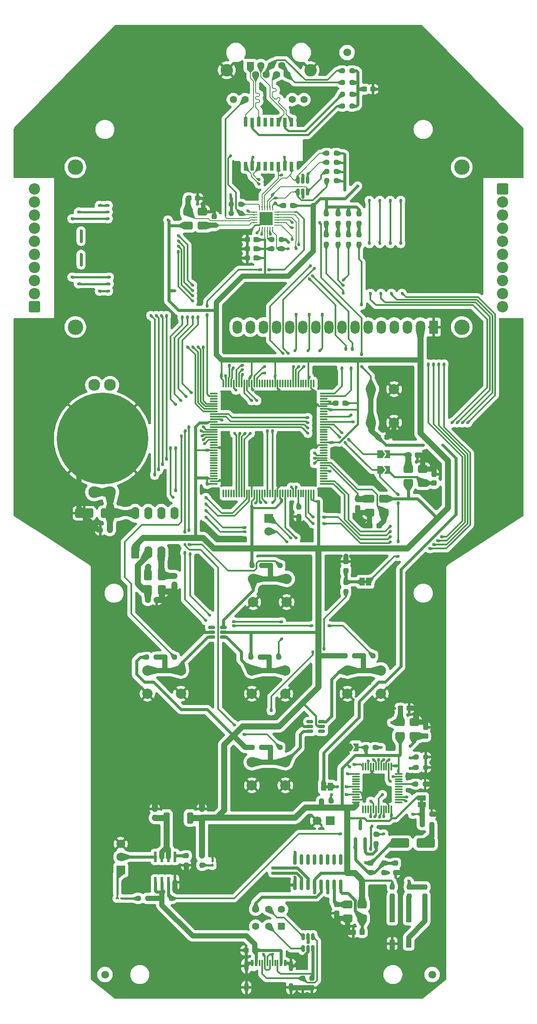
<source format=gbr>
%TF.GenerationSoftware,KiCad,Pcbnew,9.0.3*%
%TF.CreationDate,2025-10-28T10:03:49+01:00*%
%TF.ProjectId,PCB_Tarjeta_DevOps,5043425f-5461-4726-9a65-74615f446576,rev?*%
%TF.SameCoordinates,Original*%
%TF.FileFunction,Copper,L1,Top*%
%TF.FilePolarity,Positive*%
%FSLAX46Y46*%
G04 Gerber Fmt 4.6, Leading zero omitted, Abs format (unit mm)*
G04 Created by KiCad (PCBNEW 9.0.3) date 2025-10-28 10:03:49*
%MOMM*%
%LPD*%
G01*
G04 APERTURE LIST*
G04 Aperture macros list*
%AMRoundRect*
0 Rectangle with rounded corners*
0 $1 Rounding radius*
0 $2 $3 $4 $5 $6 $7 $8 $9 X,Y pos of 4 corners*
0 Add a 4 corners polygon primitive as box body*
4,1,4,$2,$3,$4,$5,$6,$7,$8,$9,$2,$3,0*
0 Add four circle primitives for the rounded corners*
1,1,$1+$1,$2,$3*
1,1,$1+$1,$4,$5*
1,1,$1+$1,$6,$7*
1,1,$1+$1,$8,$9*
0 Add four rect primitives between the rounded corners*
20,1,$1+$1,$2,$3,$4,$5,0*
20,1,$1+$1,$4,$5,$6,$7,0*
20,1,$1+$1,$6,$7,$8,$9,0*
20,1,$1+$1,$8,$9,$2,$3,0*%
%AMFreePoly0*
4,1,6,1.000000,0.000000,0.500000,-0.750000,-0.500000,-0.750000,-0.500000,0.750000,0.500000,0.750000,1.000000,0.000000,1.000000,0.000000,$1*%
%AMFreePoly1*
4,1,6,0.500000,-0.750000,-0.650000,-0.750000,-0.150000,0.000000,-0.650000,0.750000,0.500000,0.750000,0.500000,-0.750000,0.500000,-0.750000,$1*%
G04 Aperture macros list end*
%TA.AperFunction,EtchedComponent*%
%ADD10C,0.000000*%
%TD*%
%TA.AperFunction,ComponentPad*%
%ADD11R,1.700000X1.700000*%
%TD*%
%TA.AperFunction,ComponentPad*%
%ADD12C,1.700000*%
%TD*%
%TA.AperFunction,SMDPad,CuDef*%
%ADD13R,1.000000X1.500000*%
%TD*%
%TA.AperFunction,SMDPad,CuDef*%
%ADD14RoundRect,0.237500X-0.237500X0.250000X-0.237500X-0.250000X0.237500X-0.250000X0.237500X0.250000X0*%
%TD*%
%TA.AperFunction,SMDPad,CuDef*%
%ADD15RoundRect,0.237500X-0.300000X-0.237500X0.300000X-0.237500X0.300000X0.237500X-0.300000X0.237500X0*%
%TD*%
%TA.AperFunction,SMDPad,CuDef*%
%ADD16RoundRect,0.237500X-0.250000X-0.237500X0.250000X-0.237500X0.250000X0.237500X-0.250000X0.237500X0*%
%TD*%
%TA.AperFunction,SMDPad,CuDef*%
%ADD17RoundRect,0.237500X0.237500X-0.250000X0.237500X0.250000X-0.237500X0.250000X-0.237500X-0.250000X0*%
%TD*%
%TA.AperFunction,SMDPad,CuDef*%
%ADD18RoundRect,0.237500X0.300000X0.237500X-0.300000X0.237500X-0.300000X-0.237500X0.300000X-0.237500X0*%
%TD*%
%TA.AperFunction,SMDPad,CuDef*%
%ADD19RoundRect,0.237500X0.250000X0.237500X-0.250000X0.237500X-0.250000X-0.237500X0.250000X-0.237500X0*%
%TD*%
%TA.AperFunction,SMDPad,CuDef*%
%ADD20RoundRect,0.250000X0.350000X-0.850000X0.350000X0.850000X-0.350000X0.850000X-0.350000X-0.850000X0*%
%TD*%
%TA.AperFunction,SMDPad,CuDef*%
%ADD21RoundRect,0.249997X2.650003X-2.950003X2.650003X2.950003X-2.650003X2.950003X-2.650003X-2.950003X0*%
%TD*%
%TA.AperFunction,SMDPad,CuDef*%
%ADD22C,1.500000*%
%TD*%
%TA.AperFunction,SMDPad,CuDef*%
%ADD23R,0.762000X0.254000*%
%TD*%
%TA.AperFunction,SMDPad,CuDef*%
%ADD24R,0.254000X0.762000*%
%TD*%
%TA.AperFunction,SMDPad,CuDef*%
%ADD25R,2.590800X2.590800*%
%TD*%
%TA.AperFunction,SMDPad,CuDef*%
%ADD26R,0.760000X1.670000*%
%TD*%
%TA.AperFunction,ComponentPad*%
%ADD27C,2.000000*%
%TD*%
%TA.AperFunction,SMDPad,CuDef*%
%ADD28RoundRect,0.237500X0.237500X-0.300000X0.237500X0.300000X-0.237500X0.300000X-0.237500X-0.300000X0*%
%TD*%
%TA.AperFunction,SMDPad,CuDef*%
%ADD29RoundRect,0.250000X1.500000X0.650000X-1.500000X0.650000X-1.500000X-0.650000X1.500000X-0.650000X0*%
%TD*%
%TA.AperFunction,ComponentPad*%
%ADD30RoundRect,0.250000X0.550000X-0.950000X0.550000X0.950000X-0.550000X0.950000X-0.550000X-0.950000X0*%
%TD*%
%TA.AperFunction,ComponentPad*%
%ADD31O,1.600000X2.400000*%
%TD*%
%TA.AperFunction,SMDPad,CuDef*%
%ADD32R,0.600000X1.160000*%
%TD*%
%TA.AperFunction,SMDPad,CuDef*%
%ADD33R,0.300000X1.160000*%
%TD*%
%TA.AperFunction,HeatsinkPad*%
%ADD34O,0.900000X2.000000*%
%TD*%
%TA.AperFunction,HeatsinkPad*%
%ADD35O,0.900000X1.700000*%
%TD*%
%TA.AperFunction,SMDPad,CuDef*%
%ADD36RoundRect,0.150000X-0.512500X-0.150000X0.512500X-0.150000X0.512500X0.150000X-0.512500X0.150000X0*%
%TD*%
%TA.AperFunction,SMDPad,CuDef*%
%ADD37RoundRect,0.150000X0.150000X-0.512500X0.150000X0.512500X-0.150000X0.512500X-0.150000X-0.512500X0*%
%TD*%
%TA.AperFunction,SMDPad,CuDef*%
%ADD38RoundRect,0.250001X-0.519999X-0.649999X0.519999X-0.649999X0.519999X0.649999X-0.519999X0.649999X0*%
%TD*%
%TA.AperFunction,SMDPad,CuDef*%
%ADD39FreePoly0,0.000000*%
%TD*%
%TA.AperFunction,SMDPad,CuDef*%
%ADD40FreePoly1,0.000000*%
%TD*%
%TA.AperFunction,SMDPad,CuDef*%
%ADD41C,17.800000*%
%TD*%
%TA.AperFunction,ComponentPad*%
%ADD42C,2.300000*%
%TD*%
%TA.AperFunction,SMDPad,CuDef*%
%ADD43RoundRect,0.075000X-0.075000X0.662500X-0.075000X-0.662500X0.075000X-0.662500X0.075000X0.662500X0*%
%TD*%
%TA.AperFunction,SMDPad,CuDef*%
%ADD44RoundRect,0.075000X-0.662500X0.075000X-0.662500X-0.075000X0.662500X-0.075000X0.662500X0.075000X0*%
%TD*%
%TA.AperFunction,SMDPad,CuDef*%
%ADD45RoundRect,0.175000X0.175000X-0.825000X0.175000X0.825000X-0.175000X0.825000X-0.175000X-0.825000X0*%
%TD*%
%TA.AperFunction,SMDPad,CuDef*%
%ADD46RoundRect,0.071250X0.213750X-0.913750X0.213750X0.913750X-0.213750X0.913750X-0.213750X-0.913750X0*%
%TD*%
%TA.AperFunction,SMDPad,CuDef*%
%ADD47RoundRect,0.150000X0.150000X-0.825000X0.150000X0.825000X-0.150000X0.825000X-0.150000X-0.825000X0*%
%TD*%
%TA.AperFunction,SMDPad,CuDef*%
%ADD48RoundRect,0.237500X-0.237500X0.300000X-0.237500X-0.300000X0.237500X-0.300000X0.237500X0.300000X0*%
%TD*%
%TA.AperFunction,SMDPad,CuDef*%
%ADD49RoundRect,0.250001X0.649999X-0.519999X0.649999X0.519999X-0.649999X0.519999X-0.649999X-0.519999X0*%
%TD*%
%TA.AperFunction,ComponentPad*%
%ADD50R,1.398000X1.398000*%
%TD*%
%TA.AperFunction,ComponentPad*%
%ADD51C,1.398000*%
%TD*%
%TA.AperFunction,ComponentPad*%
%ADD52C,2.430000*%
%TD*%
%TA.AperFunction,SMDPad,CuDef*%
%ADD53RoundRect,0.250001X-0.649999X0.519999X-0.649999X-0.519999X0.649999X-0.519999X0.649999X0.519999X0*%
%TD*%
%TA.AperFunction,SMDPad,CuDef*%
%ADD54RoundRect,0.100000X-0.217500X-0.100000X0.217500X-0.100000X0.217500X0.100000X-0.217500X0.100000X0*%
%TD*%
%TA.AperFunction,SMDPad,CuDef*%
%ADD55RoundRect,0.150000X-0.150000X0.512500X-0.150000X-0.512500X0.150000X-0.512500X0.150000X0.512500X0*%
%TD*%
%TA.AperFunction,SMDPad,CuDef*%
%ADD56R,1.500000X1.000000*%
%TD*%
%TA.AperFunction,SMDPad,CuDef*%
%ADD57RoundRect,0.100000X-0.100000X0.217500X-0.100000X-0.217500X0.100000X-0.217500X0.100000X0.217500X0*%
%TD*%
%TA.AperFunction,SMDPad,CuDef*%
%ADD58RoundRect,0.237500X0.287500X0.237500X-0.287500X0.237500X-0.287500X-0.237500X0.287500X-0.237500X0*%
%TD*%
%TA.AperFunction,ComponentPad*%
%ADD59RoundRect,0.250000X0.450000X0.450000X-0.450000X0.450000X-0.450000X-0.450000X0.450000X-0.450000X0*%
%TD*%
%TA.AperFunction,ComponentPad*%
%ADD60C,1.400000*%
%TD*%
%TA.AperFunction,ComponentPad*%
%ADD61C,3.000000*%
%TD*%
%TA.AperFunction,ComponentPad*%
%ADD62R,1.800000X2.600000*%
%TD*%
%TA.AperFunction,ComponentPad*%
%ADD63O,1.800000X2.600000*%
%TD*%
%TA.AperFunction,SMDPad,CuDef*%
%ADD64RoundRect,0.075000X0.662500X0.075000X-0.662500X0.075000X-0.662500X-0.075000X0.662500X-0.075000X0*%
%TD*%
%TA.AperFunction,SMDPad,CuDef*%
%ADD65RoundRect,0.075000X0.075000X0.662500X-0.075000X0.662500X-0.075000X-0.662500X0.075000X-0.662500X0*%
%TD*%
%TA.AperFunction,ComponentPad*%
%ADD66RoundRect,0.249999X-0.850001X0.850001X-0.850001X-0.850001X0.850001X-0.850001X0.850001X0.850001X0*%
%TD*%
%TA.AperFunction,ComponentPad*%
%ADD67C,2.200000*%
%TD*%
%TA.AperFunction,ComponentPad*%
%ADD68RoundRect,0.249999X0.850001X-0.850001X0.850001X0.850001X-0.850001X0.850001X-0.850001X-0.850001X0*%
%TD*%
%TA.AperFunction,ViaPad*%
%ADD69C,0.600000*%
%TD*%
%TA.AperFunction,Conductor*%
%ADD70C,0.300000*%
%TD*%
%TA.AperFunction,Conductor*%
%ADD71C,0.600000*%
%TD*%
%TA.AperFunction,Conductor*%
%ADD72C,1.200000*%
%TD*%
%TA.AperFunction,Conductor*%
%ADD73C,1.000000*%
%TD*%
%TA.AperFunction,Conductor*%
%ADD74C,0.400000*%
%TD*%
%TA.AperFunction,Conductor*%
%ADD75C,0.200000*%
%TD*%
G04 APERTURE END LIST*
D10*
%TA.AperFunction,EtchedComponent*%
%TO.C,JP402*%
G36*
X193221500Y-170627500D02*
G01*
X192721500Y-170627500D01*
X192721500Y-170027500D01*
X193221500Y-170027500D01*
X193221500Y-170627500D01*
G37*
%TD.AperFunction*%
%TA.AperFunction,EtchedComponent*%
%TO.C,JP404*%
G36*
X204202000Y-213146000D02*
G01*
X203602000Y-213146000D01*
X203602000Y-212646000D01*
X204202000Y-212646000D01*
X204202000Y-213146000D01*
G37*
%TD.AperFunction*%
%TA.AperFunction,EtchedComponent*%
%TO.C,JP403*%
G36*
X185752000Y-210402000D02*
G01*
X185252000Y-210402000D01*
X185252000Y-209802000D01*
X185752000Y-209802000D01*
X185752000Y-210402000D01*
G37*
%TD.AperFunction*%
%TD*%
D11*
%TO.P,J401,1,Pin_1*%
%TO.N,/DEBUGGER/STLK_TX*%
X174184000Y-158027000D03*
D12*
%TO.P,J401,2,Pin_2*%
%TO.N,/DEBUGGER/STLK_RX*%
X174184000Y-160567000D03*
%TD*%
D11*
%TO.P,J402,1,Pin_1*%
%TO.N,Net-(J402-Pin_1)*%
X186122000Y-216706000D03*
D12*
%TO.P,J402,2,Pin_2*%
%TO.N,GNDREF*%
X183582000Y-216706000D03*
%TD*%
D13*
%TO.P,D401,1,A1*%
%TO.N,Net-(D401-A1)*%
X201384000Y-235638000D03*
%TO.P,D401,2,A2*%
%TO.N,Net-(D401-A2)*%
X198184000Y-235638000D03*
%TO.P,D401,3,K1*%
%TO.N,GNDREF*%
X198184000Y-240538000D03*
%TO.P,D401,4,K2*%
%TO.N,Net-(D401-K2)*%
X201384000Y-240538000D03*
%TD*%
D14*
%TO.P,R202,1*%
%TO.N,+3V3*%
X161236000Y-223491500D03*
%TO.P,R202,2*%
%TO.N,/POWER_SUPPLY/ON{slash}OFF*%
X161236000Y-225316500D03*
%TD*%
D15*
%TO.P,C705,1*%
%TO.N,/ETHERNET/XTAL2*%
X158713500Y-95872000D03*
%TO.P,C705,2*%
%TO.N,GNDREF*%
X160438500Y-95872000D03*
%TD*%
D16*
%TO.P,R701,1*%
%TO.N,GNDREF*%
X166921500Y-98850000D03*
%TO.P,R701,2*%
%TO.N,/ETHERNET/LED2{slash}NINT{slash}NPME{slash}\u002ANINTSEL*%
X168746500Y-98850000D03*
%TD*%
D17*
%TO.P,R703,1*%
%TO.N,/ETHERNET/RXD1{slash}MODE1*%
X189678000Y-104842500D03*
%TO.P,R703,2*%
%TO.N,Net-(U701-RXD1{slash}\u002AMODE1)*%
X189678000Y-103017500D03*
%TD*%
D18*
%TO.P,C623,1*%
%TO.N,/MCU/RCC_OSC32_OUT*%
X195608500Y-159472000D03*
%TO.P,C623,2*%
%TO.N,GNDREF*%
X193883500Y-159472000D03*
%TD*%
D19*
%TO.P,R411,1*%
%TO.N,Net-(D402-K)*%
X205830500Y-217468000D03*
%TO.P,R411,2*%
%TO.N,Net-(JP404-B)*%
X204005500Y-217468000D03*
%TD*%
D20*
%TO.P,U201,1,IN*%
%TO.N,Net-(U201-IN)*%
X154378000Y-216158000D03*
D21*
%TO.P,U201,2,GND*%
%TO.N,GNDREF*%
X156658000Y-209858000D03*
D20*
%TO.P,U201,3,OUT*%
%TO.N,+3V3*%
X158938000Y-216158000D03*
%TD*%
D16*
%TO.P,R707,1*%
%TO.N,Net-(U701-RXER{slash}\u002APHYAD0)*%
X174795500Y-103930000D03*
%TO.P,R707,2*%
%TO.N,GNDREF*%
X176620500Y-103930000D03*
%TD*%
D22*
%TO.P,FID101,*%
%TO.N,*%
X142434000Y-246538000D03*
%TD*%
D16*
%TO.P,R104,1*%
%TO.N,/ETHERNET/CT4*%
X188511500Y-78022000D03*
%TO.P,R104,2*%
%TO.N,Net-(C102-Pad1)*%
X190336500Y-78022000D03*
%TD*%
D14*
%TO.P,R706,1*%
%TO.N,Net-(U701-NINT{slash}REFCLKO)*%
X191710000Y-103017500D03*
%TO.P,R706,2*%
%TO.N,/ETHERNET/NINT{slash}REFCLKO*%
X191710000Y-104842500D03*
%TD*%
D16*
%TO.P,R605,1*%
%TO.N,/MCU/B_DWN*%
X174541500Y-202482000D03*
%TO.P,R605,2*%
%TO.N,Net-(U605-PG3)*%
X176366500Y-202482000D03*
%TD*%
D19*
%TO.P,R410,1*%
%TO.N,GNDREF*%
X204690500Y-204360000D03*
%TO.P,R410,2*%
%TO.N,Net-(U401-PC14)*%
X202865500Y-204360000D03*
%TD*%
D23*
%TO.P,U701,1,VDD2A*%
%TO.N,/ETHERNET/3V3_Filtered*%
X171707500Y-98616000D03*
%TO.P,U701,2,LED2/NINT/NPME/\u002ANINTSEL*%
%TO.N,/ETHERNET/LED2{slash}NINT{slash}NPME{slash}\u002ANINTSEL*%
X171707500Y-99115999D03*
%TO.P,U701,3,LED1/NINT/NPME/\u002AREGOFF*%
%TO.N,/ETHERNET/LED1{slash}NINT{slash}NPME{slash}\u002AREGOFF*%
X171707500Y-99616000D03*
%TO.P,U701,4,XTAL2*%
%TO.N,/ETHERNET/XTAL2*%
X171707500Y-100116000D03*
%TO.P,U701,5,XTAL1/CLKIN*%
%TO.N,/ETHERNET/XTAL1{slash}CLKIN*%
X171707500Y-100616001D03*
%TO.P,U701,6,VDDCR*%
%TO.N,GNDREF*%
X171707500Y-101116000D03*
D24*
%TO.P,U701,7,RXD1/\u002AMODE1*%
%TO.N,Net-(U701-RXD1{slash}\u002AMODE1)*%
X172426000Y-101834500D03*
%TO.P,U701,8,RXD0/\u002AMODE0*%
%TO.N,Net-(U701-RXD0{slash}\u002AMODE0)*%
X172925999Y-101834500D03*
%TO.P,U701,9,VDDIO*%
%TO.N,+3V3*%
X173426000Y-101834500D03*
%TO.P,U701,10,RXER/\u002APHYAD0*%
%TO.N,Net-(U701-RXER{slash}\u002APHYAD0)*%
X173926000Y-101834500D03*
%TO.P,U701,11,CRS_DV/\u002AMODE2*%
%TO.N,Net-(U701-CRS_DV{slash}\u002AMODE2)*%
X174426001Y-101834500D03*
%TO.P,U701,12,MDIO*%
%TO.N,/ETHERNET/MDIO*%
X174926000Y-101834500D03*
D23*
%TO.P,U701,13,MDC*%
%TO.N,/ETHERNET/MDC*%
X175644500Y-101116000D03*
%TO.P,U701,14,NINT/REFCLKO*%
%TO.N,Net-(U701-NINT{slash}REFCLKO)*%
X175644500Y-100616001D03*
%TO.P,U701,15,NRST*%
%TO.N,/DEBUGGER/NRST*%
X175644500Y-100116000D03*
%TO.P,U701,16,TXEN*%
%TO.N,/ETHERNET/TXEN*%
X175644500Y-99616000D03*
%TO.P,U701,17,TXD0*%
%TO.N,/ETHERNET/TXD0*%
X175644500Y-99115999D03*
%TO.P,U701,18,TXD1*%
%TO.N,/ETHERNET/TXD1*%
X175644500Y-98616000D03*
D24*
%TO.P,U701,19,VDD1A*%
%TO.N,/ETHERNET/3V3_Filtered*%
X174926000Y-97897500D03*
%TO.P,U701,20,TXN*%
%TO.N,/ETHERNET/TXN*%
X174426001Y-97897500D03*
%TO.P,U701,21,TXP*%
%TO.N,/ETHERNET/TXP*%
X173926000Y-97897500D03*
%TO.P,U701,22,RXN*%
%TO.N,/ETHERNET/RXN*%
X173426000Y-97897500D03*
%TO.P,U701,23,RXP*%
%TO.N,/ETHERNET/RXP*%
X172925999Y-97897500D03*
%TO.P,U701,24,RBIAS*%
%TO.N,Net-(U701-RBIAS)*%
X172426000Y-97897500D03*
D25*
%TO.P,U701,25,EPAD*%
%TO.N,GNDREF*%
X173676000Y-99866000D03*
%TD*%
D26*
%TO.P,T701,1,TD+*%
%TO.N,/ETHERNET/TXP*%
X169739000Y-89653000D03*
%TO.P,T701,2,CT1*%
%TO.N,/ETHERNET/3V3_Filtered*%
X171009000Y-89653000D03*
%TO.P,T701,3,TD-*%
%TO.N,/ETHERNET/TXN*%
X172279000Y-89653000D03*
%TO.P,T701,4,NC@1*%
%TO.N,unconnected-(T701-NC@1-Pad4)*%
X173549000Y-89653000D03*
%TO.P,T701,5,NC@2*%
%TO.N,unconnected-(T701-NC@2-Pad5)*%
X174819000Y-89653000D03*
%TO.P,T701,6,RD+*%
%TO.N,/ETHERNET/RXP*%
X176089000Y-89653000D03*
%TO.P,T701,7,CT2*%
%TO.N,/ETHERNET/3V3_Filtered*%
X177359000Y-89653000D03*
%TO.P,T701,8,RD-*%
%TO.N,/ETHERNET/RXN*%
X178629000Y-89653000D03*
%TO.P,T701,9,RX-*%
%TO.N,/ETHERNET/RX-*%
X178629000Y-81123000D03*
%TO.P,T701,10,CT3*%
%TO.N,/ETHERNET/CT3*%
X177359000Y-81123000D03*
%TO.P,T701,11,RX+*%
%TO.N,/ETHERNET/RX+*%
X176089000Y-81123000D03*
%TO.P,T701,12,NC@3*%
%TO.N,unconnected-(T701-NC@3-Pad12)*%
X174819000Y-81123000D03*
%TO.P,T701,13,NC@4*%
%TO.N,unconnected-(T701-NC@4-Pad13)*%
X173549000Y-81123000D03*
%TO.P,T701,14,TX-*%
%TO.N,/ETHERNET/TX-*%
X172279000Y-81123000D03*
%TO.P,T701,15,CT4*%
%TO.N,/ETHERNET/CT4*%
X171009000Y-81123000D03*
%TO.P,T701,16,TX+*%
%TO.N,/ETHERNET/TX+*%
X169739000Y-81123000D03*
%TD*%
D22*
%TO.P,FID103,*%
%TO.N,*%
X189424000Y-67608000D03*
%TD*%
D27*
%TO.P,SW103,1,1*%
%TO.N,GNDREF*%
X157166000Y-192032000D03*
X150666000Y-192032000D03*
%TO.P,SW103,2,2*%
%TO.N,/MCU/B_L*%
X157166000Y-187532000D03*
X150666000Y-187532000D03*
%TD*%
D28*
%TO.P,C408,1*%
%TO.N,Net-(U401-PD0)*%
X204664000Y-200296500D03*
%TO.P,C408,2*%
%TO.N,GNDREF*%
X204664000Y-198571500D03*
%TD*%
D16*
%TO.P,R609,1*%
%TO.N,+3V3*%
X170985500Y-167176000D03*
%TO.P,R609,2*%
%TO.N,/MCU/B_UP*%
X172810500Y-167176000D03*
%TD*%
%TO.P,R613,1*%
%TO.N,+3V3*%
X170731500Y-184956000D03*
%TO.P,R613,2*%
%TO.N,/MCU/B_C*%
X172556500Y-184956000D03*
%TD*%
D14*
%TO.P,R415,1*%
%TO.N,Net-(Q401-B)*%
X196536000Y-224937500D03*
%TO.P,R415,2*%
%TO.N,/DEBUGGER/USB_RENUMn*%
X196536000Y-226762500D03*
%TD*%
D17*
%TO.P,R705,1*%
%TO.N,/ETHERNET/CRS_DV{slash}MODE2*%
X185360000Y-104842500D03*
%TO.P,R705,2*%
%TO.N,Net-(U701-CRS_DV{slash}\u002AMODE2)*%
X185360000Y-103017500D03*
%TD*%
D29*
%TO.P,D501,1,K*%
%TO.N,/RTC/V_BAT*%
X143410000Y-157016000D03*
%TO.P,D501,2,A*%
%TO.N,GNDREF*%
X138410000Y-157016000D03*
%TD*%
D16*
%TO.P,R413,1*%
%TO.N,Net-(JP404-B)*%
X204005500Y-215436000D03*
%TO.P,R413,2*%
%TO.N,GNDREF*%
X205830500Y-215436000D03*
%TD*%
D19*
%TO.P,R407,1*%
%TO.N,GNDREF*%
X204560500Y-209594000D03*
%TO.P,R407,2*%
%TO.N,Net-(U401-BOOT0)*%
X202735500Y-209594000D03*
%TD*%
D28*
%TO.P,C203,1*%
%TO.N,Net-(U201-IN)*%
X152092000Y-216122500D03*
%TO.P,C203,2*%
%TO.N,GNDREF*%
X152092000Y-214397500D03*
%TD*%
D18*
%TO.P,C703,1*%
%TO.N,+3V3*%
X171744500Y-107486000D03*
%TO.P,C703,2*%
%TO.N,GNDREF*%
X170019500Y-107486000D03*
%TD*%
D30*
%TO.P,U501,1,VCC2*%
%TO.N,+3V3*%
X148276000Y-164636000D03*
D31*
%TO.P,U501,2,X1*%
%TO.N,Net-(U501-X1)*%
X150816000Y-164636000D03*
%TO.P,U501,3,X2*%
%TO.N,Net-(U501-X2)*%
X153356000Y-164636000D03*
%TO.P,U501,4,GND*%
%TO.N,GNDREF*%
X155896000Y-164636000D03*
%TO.P,U501,5,CE*%
%TO.N,/MCU/CS_RTC*%
X155896000Y-157016000D03*
%TO.P,U501,6,I/O*%
%TO.N,/MCU/SDA_RTC*%
X153356000Y-157016000D03*
%TO.P,U501,7,SCLK*%
%TO.N,/MCU/SCL_RTC*%
X150816000Y-157016000D03*
%TO.P,U501,8,VCC1*%
%TO.N,/RTC/V_BAT*%
X148276000Y-157016000D03*
%TD*%
D19*
%TO.P,R417,1*%
%TO.N,Net-(J402-Pin_1)*%
X186272500Y-212896000D03*
%TO.P,R417,2*%
%TO.N,+3V3*%
X184447500Y-212896000D03*
%TD*%
D32*
%TO.P,J106,A1,GND*%
%TO.N,GNDREF*%
X170984000Y-244309000D03*
%TO.P,J106,A4,VBUS*%
%TO.N,VDD*%
X171784000Y-244309000D03*
D33*
%TO.P,J106,A5,CC1*%
%TO.N,/CC1*%
X172934000Y-244309000D03*
%TO.P,J106,A6,D+*%
%TO.N,/D+*%
X173934000Y-244309000D03*
%TO.P,J106,A7,D-*%
%TO.N,/D-*%
X174434000Y-244309000D03*
%TO.P,J106,A8,SBU1*%
%TO.N,unconnected-(J106-SBU1-PadA8)*%
X175434000Y-244309000D03*
D32*
%TO.P,J106,A9,VBUS*%
%TO.N,VDD*%
X176584000Y-244309000D03*
%TO.P,J106,A12,GND*%
%TO.N,GNDREF*%
X177384000Y-244309000D03*
%TO.P,J106,B1,GND*%
X177384000Y-244309000D03*
%TO.P,J106,B4,VBUS*%
%TO.N,VDD*%
X176584000Y-244309000D03*
D33*
%TO.P,J106,B5,CC2*%
%TO.N,/CC2*%
X175934000Y-244309000D03*
%TO.P,J106,B6,D+*%
%TO.N,/D+*%
X174934000Y-244309000D03*
%TO.P,J106,B7,D-*%
%TO.N,/D-*%
X173434000Y-244309000D03*
%TO.P,J106,B8,SBU2*%
%TO.N,unconnected-(J106-SBU2-PadB8)*%
X172434000Y-244309000D03*
D32*
%TO.P,J106,B9,VBUS*%
%TO.N,VDD*%
X171784000Y-244309000D03*
%TO.P,J106,B12,GND*%
%TO.N,GNDREF*%
X170984000Y-244309000D03*
D34*
%TO.P,J106,S1,SHIELD*%
X169864000Y-244889000D03*
D35*
X169864000Y-249059000D03*
D34*
X178504000Y-244889000D03*
D35*
X178504000Y-249059000D03*
%TD*%
D36*
%TO.P,U603,1,IO1*%
%TO.N,unconnected-(U603-IO1-Pad1)*%
X163140500Y-179180000D03*
%TO.P,U603,2,VN*%
%TO.N,GNDREF*%
X163140500Y-180130000D03*
%TO.P,U603,3,IO2*%
%TO.N,/MCU/B_L*%
X163140500Y-181080000D03*
%TO.P,U603,4,IO3*%
%TO.N,/MCU/B_C*%
X165415500Y-181080000D03*
%TO.P,U603,5,VP*%
%TO.N,+3V3*%
X165415500Y-180130000D03*
%TO.P,U603,6,IO4*%
%TO.N,/MCU/B_UP*%
X165415500Y-179180000D03*
%TD*%
D16*
%TO.P,R107,1*%
%TO.N,Net-(J105-Pad7)*%
X188511500Y-73450000D03*
%TO.P,R107,2*%
%TO.N,Net-(C102-Pad1)*%
X190336500Y-73450000D03*
%TD*%
D27*
%TO.P,SW102,1,1*%
%TO.N,GNDREF*%
X177434000Y-209812000D03*
X170934000Y-209812000D03*
%TO.P,SW102,2,2*%
%TO.N,/MCU/B_DWN*%
X177434000Y-205312000D03*
X170934000Y-205312000D03*
%TD*%
D37*
%TO.P,U302,1,IO1*%
%TO.N,/D-*%
X180854000Y-241465500D03*
%TO.P,U302,2,VN*%
%TO.N,GNDREF*%
X181804000Y-241465500D03*
%TO.P,U302,3,IO2*%
%TO.N,/CC2*%
X182754000Y-241465500D03*
%TO.P,U302,4,IO3*%
%TO.N,/CC1*%
X182754000Y-239190500D03*
%TO.P,U302,5,VP*%
%TO.N,VDD*%
X181804000Y-239190500D03*
%TO.P,U302,6,IO4*%
%TO.N,/D+*%
X180854000Y-239190500D03*
%TD*%
D38*
%TO.P,Y501,1,EN*%
%TO.N,Net-(U501-X1)*%
X150746000Y-171878000D03*
%TO.P,Y501,2,GND*%
%TO.N,GNDREF*%
X153426000Y-171878000D03*
%TO.P,Y501,3,OUT*%
%TO.N,Net-(U501-X2)*%
X153426000Y-169078000D03*
%TO.P,Y501,4,Vdd*%
%TO.N,/RTC/V_BAT*%
X150746000Y-169078000D03*
%TD*%
D39*
%TO.P,JP401,1,A*%
%TO.N,GNDREF*%
X189691000Y-202482000D03*
D40*
%TO.P,JP401,2,B*%
%TO.N,+3V3*%
X191141000Y-202482000D03*
%TD*%
D19*
%TO.P,R501,1*%
%TO.N,/RTC/V_BAT*%
X143346500Y-160318000D03*
%TO.P,R501,2*%
%TO.N,GNDREF*%
X141521500Y-160318000D03*
%TD*%
D17*
%TO.P,R712,1*%
%TO.N,Net-(U701-NINT{slash}REFCLKO)*%
X191710000Y-100778500D03*
%TO.P,R712,2*%
%TO.N,+3V3*%
X191710000Y-98953500D03*
%TD*%
D16*
%TO.P,R611,1*%
%TO.N,+3V3*%
X150515000Y-184956000D03*
%TO.P,R611,2*%
%TO.N,/MCU/B_L*%
X152340000Y-184956000D03*
%TD*%
D14*
%TO.P,R402,1*%
%TO.N,+3V3*%
X198184000Y-229538000D03*
%TO.P,R402,2*%
%TO.N,Net-(D401-A2)*%
X198184000Y-231363000D03*
%TD*%
D17*
%TO.P,R704,1*%
%TO.N,/ETHERNET/RXD0{slash}MODE0*%
X187646000Y-104842500D03*
%TO.P,R704,2*%
%TO.N,Net-(U701-RXD0{slash}\u002AMODE0)*%
X187646000Y-103017500D03*
%TD*%
D16*
%TO.P,R604,1*%
%TO.N,/MCU/B_UP*%
X174541500Y-167176000D03*
%TO.P,R604,2*%
%TO.N,Net-(U605-PG2)*%
X176366500Y-167176000D03*
%TD*%
%TO.P,R608,1*%
%TO.N,/MCU/B_C*%
X174287500Y-184956000D03*
%TO.P,R608,2*%
%TO.N,Net-(U605-PG6)*%
X176112500Y-184956000D03*
%TD*%
D28*
%TO.P,C704,1*%
%TO.N,/ETHERNET/XTAL1{slash}CLKIN*%
X163640000Y-101153000D03*
%TO.P,C704,2*%
%TO.N,GNDREF*%
X163640000Y-99428000D03*
%TD*%
D19*
%TO.P,R702,1*%
%TO.N,Net-(U701-RBIAS)*%
X168746500Y-97072000D03*
%TO.P,R702,2*%
%TO.N,GNDREF*%
X166921500Y-97072000D03*
%TD*%
D41*
%TO.P,BT501,N*%
%TO.N,GNDREF*%
X141926000Y-142538000D03*
D42*
%TO.P,BT501,P1*%
%TO.N,/RTC/V_BAT*%
X143426000Y-132138000D03*
%TO.P,BT501,P2*%
X140326000Y-132138000D03*
%TO.P,BT501,P3*%
X140326000Y-152938000D03*
%TO.P,BT501,P4*%
X143426000Y-152938000D03*
%TD*%
D17*
%TO.P,R414,1*%
%TO.N,Net-(Q401-B)*%
X193996000Y-226762500D03*
%TO.P,R414,2*%
%TO.N,VDD*%
X193996000Y-224937500D03*
%TD*%
D27*
%TO.P,SW601,1,1*%
%TO.N,GNDREF*%
X198532000Y-132938000D03*
X198532000Y-139438000D03*
%TO.P,SW601,2,2*%
%TO.N,/DEBUGGER/NRST*%
X194032000Y-132938000D03*
X194032000Y-139438000D03*
%TD*%
D11*
%TO.P,JP101,1,A*%
%TO.N,Net-(D102-K)*%
X145483000Y-226265000D03*
D12*
%TO.P,JP101,2,C*%
%TO.N,/POWER_SUPPLY/FAULT*%
X145483000Y-223725000D03*
%TO.P,JP101,3,B*%
%TO.N,GNDREF*%
X145483000Y-221185000D03*
%TD*%
D15*
%TO.P,C102,1*%
%TO.N,Net-(C102-Pad1)*%
X192726000Y-74720000D03*
%TO.P,C102,2*%
%TO.N,GNDREF*%
X194451000Y-74720000D03*
%TD*%
D43*
%TO.P,U401,1,VBAT*%
%TO.N,+3V3*%
X198016000Y-206193500D03*
%TO.P,U401,2,PC13*%
%TO.N,Net-(U401-PC13)*%
X197516000Y-206193500D03*
%TO.P,U401,3,PC14*%
%TO.N,Net-(U401-PC14)*%
X197016000Y-206193500D03*
%TO.P,U401,4,PC15*%
%TO.N,unconnected-(U401-PC15-Pad4)*%
X196516000Y-206193500D03*
%TO.P,U401,5,RCC_OSC_IN*%
%TO.N,Net-(U401-PD0)*%
X196016000Y-206193500D03*
%TO.P,U401,6,RCC_OSC_OUT*%
%TO.N,Net-(U401-PD1)*%
X195516000Y-206193500D03*
%TO.P,U401,7,NRST*%
%TO.N,Net-(U401-NRST)*%
X195016000Y-206193500D03*
%TO.P,U401,8,VSSA*%
%TO.N,GNDREF*%
X194516000Y-206193500D03*
%TO.P,U401,9,VDDA*%
X194016000Y-206193500D03*
%TO.P,U401,10,PA0*%
%TO.N,Net-(U401-PA0)*%
X193516000Y-206193500D03*
%TO.P,U401,11,PA1*%
%TO.N,unconnected-(U401-PA1-Pad11)*%
X193016000Y-206193500D03*
%TO.P,U401,12,USART2_TX*%
%TO.N,/DEBUGGER/STLK_TX*%
X192516000Y-206193500D03*
D44*
%TO.P,U401,13,USART2_RX*%
%TO.N,/DEBUGGER/STLK_RX*%
X191103500Y-207606000D03*
%TO.P,U401,14,PA4*%
%TO.N,unconnected-(U401-PA4-Pad14)*%
X191103500Y-208106000D03*
%TO.P,U401,15,PA5*%
%TO.N,unconnected-(U401-PA5-Pad15)*%
X191103500Y-208606000D03*
%TO.P,U401,16,PA6*%
%TO.N,unconnected-(U401-PA6-Pad16)*%
X191103500Y-209106000D03*
%TO.P,U401,17,PA7*%
%TO.N,unconnected-(U401-PA7-Pad17)*%
X191103500Y-209606000D03*
%TO.P,U401,18,PB0*%
%TO.N,Net-(JP403-B)*%
X191103500Y-210106000D03*
%TO.P,U401,19,PB1*%
%TO.N,unconnected-(U401-PB1-Pad19)*%
X191103500Y-210606000D03*
%TO.P,U401,20,PB2*%
%TO.N,GNDREF*%
X191103500Y-211106000D03*
%TO.P,U401,21,PB10*%
%TO.N,Net-(J402-Pin_1)*%
X191103500Y-211606000D03*
%TO.P,U401,22,PB11*%
%TO.N,unconnected-(U401-PB11-Pad22)*%
X191103500Y-212106000D03*
%TO.P,U401,23,VSS*%
%TO.N,GNDREF*%
X191103500Y-212606000D03*
%TO.P,U401,24,VDD*%
%TO.N,+3V3*%
X191103500Y-213106000D03*
D43*
%TO.P,U401,25,PB12*%
%TO.N,unconnected-(U401-PB12-Pad25)*%
X192516000Y-214518500D03*
%TO.P,U401,26,PB13*%
%TO.N,unconnected-(U401-PB13-Pad26)*%
X193016000Y-214518500D03*
%TO.P,U401,27,PB14*%
%TO.N,unconnected-(U401-PB14-Pad27)*%
X193516000Y-214518500D03*
%TO.P,U401,28,PB15*%
%TO.N,/DEBUGGER/PWR_ENn*%
X194016000Y-214518500D03*
%TO.P,U401,29,PA8*%
%TO.N,Net-(U401-PA8)*%
X194516000Y-214518500D03*
%TO.P,U401,30,PA9*%
%TO.N,/DEBUGGER/LED_STLINK*%
X195016000Y-214518500D03*
%TO.P,U401,31,PA10*%
%TO.N,/DEBUGGER/SWO*%
X195516000Y-214518500D03*
%TO.P,U401,32,USB_DM*%
%TO.N,/DEBUGGER/USB_DM*%
X196016000Y-214518500D03*
%TO.P,U401,33,USB_DP*%
%TO.N,/DEBUGGER/USB_DP*%
X196516000Y-214518500D03*
%TO.P,U401,34,PA13*%
%TO.N,unconnected-(U401-PA13-Pad34)*%
X197016000Y-214518500D03*
%TO.P,U401,35,VSS*%
%TO.N,GNDREF*%
X197516000Y-214518500D03*
%TO.P,U401,36,VDD*%
%TO.N,+3V3*%
X198016000Y-214518500D03*
D44*
%TO.P,U401,37,PA14*%
%TO.N,unconnected-(U401-PA14-Pad37)*%
X199428500Y-213106000D03*
%TO.P,U401,38,PA15*%
%TO.N,/DEBUGGER/USB_RENUMn*%
X199428500Y-212606000D03*
%TO.P,U401,39,PB3*%
%TO.N,Net-(JP404-B)*%
X199428500Y-212106000D03*
%TO.P,U401,40,PB4*%
%TO.N,unconnected-(U401-PB4-Pad40)*%
X199428500Y-211606000D03*
%TO.P,U401,41,PB5*%
%TO.N,unconnected-(U401-PB5-Pad41)*%
X199428500Y-211106000D03*
%TO.P,U401,42,PB6*%
%TO.N,unconnected-(U401-PB6-Pad42)*%
X199428500Y-210606000D03*
%TO.P,U401,43,PB7*%
%TO.N,unconnected-(U401-PB7-Pad43)*%
X199428500Y-210106000D03*
%TO.P,U401,44,BOOT0*%
%TO.N,Net-(U401-BOOT0)*%
X199428500Y-209606000D03*
%TO.P,U401,45,PB8*%
%TO.N,unconnected-(U401-PB8-Pad45)*%
X199428500Y-209106000D03*
%TO.P,U401,46,PB9*%
%TO.N,unconnected-(U401-PB9-Pad46)*%
X199428500Y-208606000D03*
%TO.P,U401,47,VSS*%
%TO.N,GNDREF*%
X199428500Y-208106000D03*
%TO.P,U401,48,VDD*%
%TO.N,+3V3*%
X199428500Y-207606000D03*
%TD*%
D45*
%TO.P,Q401,1,B*%
%TO.N,Net-(Q401-B)*%
X191014000Y-220946000D03*
%TO.P,Q401,2,E*%
%TO.N,Net-(Q401-E)*%
X192914000Y-220946000D03*
%TO.P,Q401,3,C*%
%TO.N,+3V3*%
X191964000Y-217546000D03*
%TD*%
D46*
%TO.P,U202,1,IN*%
%TO.N,VDD*%
X152219000Y-228657000D03*
%TO.P,U202,2,IN__1*%
X153489000Y-228657000D03*
%TO.P,U202,3,~{ON}*%
%TO.N,/DEBUGGER/PWR_ENn*%
X154759000Y-228657000D03*
%TO.P,U202,4,GND*%
%TO.N,GNDREF*%
X156029000Y-228657000D03*
%TO.P,U202,5,SET*%
%TO.N,Net-(U202-SET)*%
X156029000Y-223707000D03*
%TO.P,U202,6,OUT*%
%TO.N,Net-(U201-IN)*%
X154759000Y-223707000D03*
%TO.P,U202,7,OUT__1*%
X153489000Y-223707000D03*
%TO.P,U202,8,~{FAULT}*%
%TO.N,/POWER_SUPPLY/FAULT*%
X152219000Y-223707000D03*
%TD*%
D47*
%TO.P,U301,1,GND*%
%TO.N,GNDREF*%
X179264000Y-229152000D03*
%TO.P,U301,2,TXD*%
%TO.N,/MCU/TX0*%
X180534000Y-229152000D03*
%TO.P,U301,3,RXD*%
%TO.N,/MCU/RX0*%
X181804000Y-229152000D03*
%TO.P,U301,4,V3*%
%TO.N,+3V3*%
X183074000Y-229152000D03*
%TO.P,U301,5,UD+*%
%TO.N,/USB-UART/UD+*%
X184344000Y-229152000D03*
%TO.P,U301,6,UD-*%
%TO.N,/USB-UART/UD-*%
X185614000Y-229152000D03*
%TO.P,U301,7,XI*%
%TO.N,Net-(U301-XI)*%
X186884000Y-229152000D03*
%TO.P,U301,8,XO*%
%TO.N,Net-(U301-XO)*%
X188154000Y-229152000D03*
%TO.P,U301,9,~{CTS}*%
%TO.N,unconnected-(U301-~{CTS}-Pad9)*%
X188154000Y-224202000D03*
%TO.P,U301,10,~{DSR}*%
%TO.N,unconnected-(U301-~{DSR}-Pad10)*%
X186884000Y-224202000D03*
%TO.P,U301,11,~{RI}*%
%TO.N,unconnected-(U301-~{RI}-Pad11)*%
X185614000Y-224202000D03*
%TO.P,U301,12,~{DCD}*%
%TO.N,unconnected-(U301-~{DCD}-Pad12)*%
X184344000Y-224202000D03*
%TO.P,U301,13,~{DTR}*%
%TO.N,unconnected-(U301-~{DTR}-Pad13)*%
X183074000Y-224202000D03*
%TO.P,U301,14,~{RTS}*%
%TO.N,unconnected-(U301-~{RTS}-Pad14)*%
X181804000Y-224202000D03*
%TO.P,U301,15,R232*%
%TO.N,unconnected-(U301-R232-Pad15)*%
X180534000Y-224202000D03*
%TO.P,U301,16,VCC*%
%TO.N,VDD*%
X179264000Y-224202000D03*
%TD*%
D17*
%TO.P,R403,1*%
%TO.N,Net-(D401-K2)*%
X204534000Y-231363000D03*
%TO.P,R403,2*%
%TO.N,/DEBUGGER/LED_STLINK*%
X204534000Y-229538000D03*
%TD*%
D28*
%TO.P,C602,1*%
%TO.N,Net-(JP602-B)*%
X206281500Y-151174000D03*
%TO.P,C602,2*%
%TO.N,GNDREF*%
X206281500Y-149449000D03*
%TD*%
D13*
%TO.P,JP402,1,A*%
%TO.N,Net-(JP402-A)*%
X192321500Y-170327500D03*
%TO.P,JP402,2,B*%
%TO.N,/DEBUGGER/MCO*%
X193621500Y-170327500D03*
%TD*%
D22*
%TO.P,FID102,*%
%TO.N,*%
X205934000Y-246538000D03*
%TD*%
D16*
%TO.P,R101,1*%
%TO.N,Net-(D102-A)*%
X148888500Y-231770000D03*
%TO.P,R101,2*%
%TO.N,VDD*%
X150713500Y-231770000D03*
%TD*%
D48*
%TO.P,C302,1*%
%TO.N,Net-(U301-XI)*%
X187392000Y-232941178D03*
%TO.P,C302,2*%
%TO.N,GNDREF*%
X187392000Y-234666178D03*
%TD*%
D49*
%TO.P,Y401,1,EN*%
%TO.N,Net-(U401-PD0)*%
X202508000Y-200266000D03*
%TO.P,Y401,2,GND*%
%TO.N,GNDREF*%
X202508000Y-197586000D03*
%TO.P,Y401,3,OUT*%
%TO.N,Net-(U401-PD1)*%
X199708000Y-197586000D03*
%TO.P,Y401,4,Vdd*%
%TO.N,+3V3*%
X199708000Y-200266000D03*
%TD*%
D16*
%TO.P,R106,1*%
%TO.N,Net-(J105-Pad4)*%
X188511500Y-71164000D03*
%TO.P,R106,2*%
%TO.N,Net-(C102-Pad1)*%
X190336500Y-71164000D03*
%TD*%
D15*
%TO.P,C501,1*%
%TO.N,Net-(U501-X1)*%
X150733500Y-173848000D03*
%TO.P,C501,2*%
%TO.N,GNDREF*%
X152458500Y-173848000D03*
%TD*%
D16*
%TO.P,R715,1*%
%TO.N,/ETHERNET/RXP*%
X185463500Y-88944000D03*
%TO.P,R715,2*%
%TO.N,/ETHERNET/3V3_Filtered*%
X187288500Y-88944000D03*
%TD*%
D48*
%TO.P,C622,1*%
%TO.N,/MCU/RCC_OSC32_IN*%
X191444000Y-154291500D03*
%TO.P,C622,2*%
%TO.N,GNDREF*%
X191444000Y-156016500D03*
%TD*%
%TO.P,C502,1*%
%TO.N,Net-(U501-X2)*%
X155914000Y-169175500D03*
%TO.P,C502,2*%
%TO.N,GNDREF*%
X155914000Y-170900500D03*
%TD*%
D50*
%TO.P,J105,1,1*%
%TO.N,/ETHERNET/TX+*%
X170628000Y-70148000D03*
D51*
%TO.P,J105,2,2*%
%TO.N,/ETHERNET/TX-*%
X171644000Y-71926000D03*
%TO.P,J105,3,3*%
%TO.N,/ETHERNET/RX+*%
X172660000Y-70148000D03*
%TO.P,J105,4,4*%
%TO.N,Net-(J105-Pad4)*%
X173676000Y-71926000D03*
%TO.P,J105,5,5*%
X174692000Y-70148000D03*
%TO.P,J105,6,6*%
%TO.N,/ETHERNET/RX-*%
X175708000Y-71926000D03*
%TO.P,J105,7,7*%
%TO.N,Net-(J105-Pad7)*%
X176724000Y-70148000D03*
%TO.P,J105,8,8*%
X177740000Y-71926000D03*
%TO.P,J105,9*%
%TO.N,Net-(J105-Pad9)*%
X167326000Y-76752000D03*
%TO.P,J105,10*%
%TO.N,/ETHERNET/LED1{slash}NINT{slash}NPME{slash}\u002AREGOFF*%
X169612000Y-76752000D03*
%TO.P,J105,11*%
%TO.N,Net-(J105-Pad11)*%
X178756000Y-76752000D03*
%TO.P,J105,12*%
%TO.N,/ETHERNET/LED2{slash}NINT{slash}NPME{slash}\u002ANINTSEL*%
X181042000Y-76752000D03*
D52*
%TO.P,J105,S1,SHIELD*%
%TO.N,GNDREF*%
X182312000Y-71037000D03*
%TO.P,J105,S2,SHIELD__1*%
X166056000Y-71037000D03*
%TD*%
D53*
%TO.P,Y602,1,EN*%
%TO.N,/MCU/RCC_OSC32_IN*%
X193784000Y-154198000D03*
%TO.P,Y602,2,GND*%
%TO.N,GNDREF*%
X193784000Y-156878000D03*
%TO.P,Y602,3,OUT*%
%TO.N,/MCU/RCC_OSC32_OUT*%
X196584000Y-156878000D03*
%TO.P,Y602,4,Vdd*%
%TO.N,+3V3*%
X196584000Y-154198000D03*
%TD*%
D27*
%TO.P,SW104,1,1*%
%TO.N,GNDREF*%
X195976000Y-192032000D03*
X189476000Y-192032000D03*
%TO.P,SW104,2,2*%
%TO.N,/MCU/B_R*%
X195976000Y-187532000D03*
X189476000Y-187532000D03*
%TD*%
D54*
%TO.P,D102,1,K*%
%TO.N,Net-(D102-K)*%
X144820500Y-231770000D03*
%TO.P,D102,2,A*%
%TO.N,Net-(D102-A)*%
X145635500Y-231770000D03*
%TD*%
D55*
%TO.P,U702,1,IO1*%
%TO.N,/ETHERNET/RXP*%
X181738000Y-92378500D03*
%TO.P,U702,2,VN*%
%TO.N,GNDREF*%
X180788000Y-92378500D03*
%TO.P,U702,3,IO2*%
%TO.N,/ETHERNET/RXN*%
X179838000Y-92378500D03*
%TO.P,U702,4,IO3*%
%TO.N,/ETHERNET/TXN*%
X179838000Y-94653500D03*
%TO.P,U702,5,VP*%
%TO.N,/ETHERNET/3V3_Filtered*%
X180788000Y-94653500D03*
%TO.P,U702,6,IO4*%
%TO.N,/ETHERNET/TXP*%
X181738000Y-94653500D03*
%TD*%
D17*
%TO.P,R709,1*%
%TO.N,Net-(U701-RXD1{slash}\u002AMODE1)*%
X189678000Y-100778500D03*
%TO.P,R709,2*%
%TO.N,+3V3*%
X189678000Y-98953500D03*
%TD*%
D16*
%TO.P,R610,1*%
%TO.N,+3V3*%
X170985500Y-202482000D03*
%TO.P,R610,2*%
%TO.N,/MCU/B_DWN*%
X172810500Y-202482000D03*
%TD*%
D56*
%TO.P,JP404,1,A*%
%TO.N,+3V3*%
X203902000Y-212246000D03*
%TO.P,JP404,2,B*%
%TO.N,Net-(JP404-B)*%
X203902000Y-213546000D03*
%TD*%
D57*
%TO.P,D101,1,K*%
%TO.N,GNDREF*%
X163268000Y-224504500D03*
%TO.P,D101,2,A*%
%TO.N,/POWER_SUPPLY/ON{slash}OFF*%
X163268000Y-225319500D03*
%TD*%
D27*
%TO.P,SW105,1,1*%
%TO.N,GNDREF*%
X177434000Y-192032000D03*
X170934000Y-192032000D03*
%TO.P,SW105,2,2*%
%TO.N,/MCU/B_C*%
X177434000Y-187532000D03*
X170934000Y-187532000D03*
%TD*%
D49*
%TO.P,Y601,1,EN*%
%TO.N,Net-(JP602-B)*%
X204125500Y-151143500D03*
%TO.P,Y601,2,GND*%
%TO.N,GNDREF*%
X204125500Y-148463500D03*
%TO.P,Y601,3,OUT*%
%TO.N,Net-(JP601-B)*%
X201325500Y-148463500D03*
%TO.P,Y601,4,Vdd*%
%TO.N,+3V3*%
X201325500Y-151143500D03*
%TD*%
D19*
%TO.P,R708,1*%
%TO.N,/ETHERNET/MDIO*%
X176620500Y-105708000D03*
%TO.P,R708,2*%
%TO.N,+3V3*%
X174795500Y-105708000D03*
%TD*%
D15*
%TO.P,C409,1*%
%TO.N,Net-(U401-PD1)*%
X199737500Y-194862000D03*
%TO.P,C409,2*%
%TO.N,GNDREF*%
X201462500Y-194862000D03*
%TD*%
D16*
%TO.P,R612,1*%
%TO.N,+3V3*%
X189019500Y-184702000D03*
%TO.P,R612,2*%
%TO.N,/MCU/B_R*%
X190844500Y-184702000D03*
%TD*%
D48*
%TO.P,C407,1*%
%TO.N,GNDREF*%
X189170000Y-166417000D03*
%TO.P,C407,2*%
%TO.N,Net-(JP402-A)*%
X189170000Y-168142000D03*
%TD*%
D53*
%TO.P,Y301,1,EN*%
%TO.N,Net-(U301-XI)*%
X189548000Y-232971678D03*
%TO.P,Y301,2,GND*%
%TO.N,GNDREF*%
X189548000Y-235651678D03*
%TO.P,Y301,3,OUT*%
%TO.N,Net-(U301-XO)*%
X192348000Y-235651678D03*
%TO.P,Y301,4,Vdd*%
%TO.N,+3V3*%
X192348000Y-232971678D03*
%TD*%
D18*
%TO.P,C303,1*%
%TO.N,Net-(U301-XO)*%
X192318500Y-238375678D03*
%TO.P,C303,2*%
%TO.N,GNDREF*%
X190593500Y-238375678D03*
%TD*%
D58*
%TO.P,L601,1,1*%
%TO.N,+3V3*%
X189029000Y-135680000D03*
%TO.P,L601,2,2*%
%TO.N,/MCU/VDDA*%
X187279000Y-135680000D03*
%TD*%
D11*
%TO.P,J104,1,Pin_1*%
%TO.N,GNDREF*%
X206184000Y-120895500D03*
D12*
%TO.P,J104,2,Pin_2*%
%TO.N,+3V3*%
X203644000Y-120895500D03*
%TO.P,J104,3,Pin_3*%
%TO.N,/D_VO*%
X201104000Y-120895500D03*
%TO.P,J104,4,Pin_4*%
%TO.N,/D_RS*%
X198564000Y-120895500D03*
%TO.P,J104,5,Pin_5*%
%TO.N,/D_RW*%
X196024000Y-120895500D03*
%TO.P,J104,6,Pin_6*%
%TO.N,/D_E*%
X193484000Y-120895500D03*
%TO.P,J104,7,Pin_7*%
%TO.N,/D_D0*%
X190944000Y-120895500D03*
%TO.P,J104,8,Pin_8*%
%TO.N,/D_D1*%
X188404000Y-120895500D03*
%TO.P,J104,9,Pin_9*%
%TO.N,/D_D2*%
X185864000Y-120895500D03*
%TO.P,J104,10,Pin_10*%
%TO.N,/D_D3*%
X183324000Y-120895500D03*
%TO.P,J104,11,Pin_11*%
%TO.N,/D_D4*%
X180784000Y-120895500D03*
%TO.P,J104,12,Pin_12*%
%TO.N,/D_D5*%
X178244000Y-120895500D03*
%TO.P,J104,13,Pin_13*%
%TO.N,/D_D6*%
X175704000Y-120895500D03*
%TO.P,J104,14,Pin_14*%
%TO.N,/D_D7*%
X173164000Y-120895500D03*
%TO.P,J104,15,Pin_15*%
%TO.N,/D_A*%
X170624000Y-120895500D03*
%TO.P,J104,16,Pin_16*%
%TO.N,/D_K*%
X168084000Y-120895500D03*
%TD*%
D17*
%TO.P,R601,1*%
%TO.N,GNDREF*%
X180026000Y-157674500D03*
%TO.P,R601,2*%
%TO.N,Net-(U605-BOOT0)*%
X180026000Y-155849500D03*
%TD*%
D29*
%TO.P,D402,1,K*%
%TO.N,Net-(D402-K)*%
X204664000Y-221024000D03*
%TO.P,D402,2,A*%
%TO.N,VDD*%
X199664000Y-221024000D03*
%TD*%
D13*
%TO.P,JP403,1,A*%
%TO.N,/DEBUGGER/NRST*%
X184852000Y-210102000D03*
%TO.P,JP403,2,B*%
%TO.N,Net-(JP403-B)*%
X186152000Y-210102000D03*
%TD*%
D59*
%TO.P,SW106,1,A*%
%TO.N,/USB-UART/UD-*%
X176684000Y-237144500D03*
D60*
%TO.P,SW106,2,B*%
%TO.N,/D-*%
X174184000Y-237144500D03*
%TO.P,SW106,3,C*%
%TO.N,/DEBUGGER/USB_DM*%
X171684000Y-237144500D03*
%TO.P,SW106,4,A*%
%TO.N,/USB-UART/UD+*%
X171684000Y-233844500D03*
%TO.P,SW106,5,B*%
%TO.N,/D+*%
X174184000Y-233844500D03*
%TO.P,SW106,6,C*%
%TO.N,/DEBUGGER/USB_DP*%
X176684000Y-233844500D03*
%TD*%
D16*
%TO.P,R606,1*%
%TO.N,/MCU/B_L*%
X154071000Y-184956000D03*
%TO.P,R606,2*%
%TO.N,Net-(U605-PG4)*%
X155896000Y-184956000D03*
%TD*%
%TO.P,R714,1*%
%TO.N,/ETHERNET/TXN*%
X185463500Y-92500000D03*
%TO.P,R714,2*%
%TO.N,/ETHERNET/3V3_Filtered*%
X187288500Y-92500000D03*
%TD*%
D18*
%TO.P,C702,1*%
%TO.N,+3V3*%
X171744500Y-105708000D03*
%TO.P,C702,2*%
%TO.N,GNDREF*%
X170019500Y-105708000D03*
%TD*%
D61*
%TO.P,DS101,*%
%TO.N,*%
X211683100Y-120895500D03*
X211683100Y-89894800D03*
X136684520Y-89894800D03*
X136684000Y-120895500D03*
D62*
%TO.P,DS101,1,VSS*%
%TO.N,GNDREF*%
X206184000Y-120895500D03*
D63*
%TO.P,DS101,2,VDD*%
%TO.N,+3V3*%
X203644000Y-120895500D03*
%TO.P,DS101,3,VO*%
%TO.N,/D_VO*%
X201104000Y-120895500D03*
%TO.P,DS101,4,RS*%
%TO.N,/D_RS*%
X198564000Y-120895500D03*
%TO.P,DS101,5,R/W*%
%TO.N,/D_RW*%
X196024000Y-120895500D03*
%TO.P,DS101,6,E*%
%TO.N,/D_E*%
X193484000Y-120895500D03*
%TO.P,DS101,7,D0*%
%TO.N,/D_D0*%
X190944000Y-120895500D03*
%TO.P,DS101,8,D1*%
%TO.N,/D_D1*%
X188404000Y-120895500D03*
%TO.P,DS101,9,D2*%
%TO.N,/D_D2*%
X185864000Y-120895500D03*
%TO.P,DS101,10,D3*%
%TO.N,/D_D3*%
X183324000Y-120895500D03*
%TO.P,DS101,11,D4*%
%TO.N,/D_D4*%
X180784000Y-120895500D03*
%TO.P,DS101,12,D5*%
%TO.N,/D_D5*%
X178244000Y-120895500D03*
%TO.P,DS101,13,D6*%
%TO.N,/D_D6*%
X175704000Y-120895500D03*
%TO.P,DS101,14,D7*%
%TO.N,/D_D7*%
X173164000Y-120895500D03*
%TO.P,DS101,15,LED(+)*%
%TO.N,/D_A*%
X170624000Y-120895500D03*
%TO.P,DS101,16,LED(-)*%
%TO.N,/D_K*%
X168084000Y-120895500D03*
%TD*%
D17*
%TO.P,R412,1*%
%TO.N,Net-(Q401-E)*%
X195012000Y-221174500D03*
%TO.P,R412,2*%
%TO.N,/DEBUGGER/USB_DP*%
X195012000Y-219349500D03*
%TD*%
D14*
%TO.P,R203,1*%
%TO.N,Net-(U202-SET)*%
X158188000Y-223491500D03*
%TO.P,R203,2*%
%TO.N,GNDREF*%
X158188000Y-225316500D03*
%TD*%
D17*
%TO.P,R711,1*%
%TO.N,Net-(U701-CRS_DV{slash}\u002AMODE2)*%
X185360000Y-100778500D03*
%TO.P,R711,2*%
%TO.N,+3V3*%
X185360000Y-98953500D03*
%TD*%
D36*
%TO.P,U604,1,IO1*%
%TO.N,unconnected-(U604-IO1-Pad1)*%
X182190500Y-197468000D03*
%TO.P,U604,2,VN*%
%TO.N,GNDREF*%
X182190500Y-198418000D03*
%TO.P,U604,3,IO2*%
%TO.N,/MCU/B_DWN*%
X182190500Y-199368000D03*
%TO.P,U604,4,IO3*%
%TO.N,unconnected-(U604-IO3-Pad4)*%
X184465500Y-199368000D03*
%TO.P,U604,5,VP*%
%TO.N,+3V3*%
X184465500Y-198418000D03*
%TO.P,U604,6,IO4*%
%TO.N,/MCU/B_R*%
X184465500Y-197468000D03*
%TD*%
D16*
%TO.P,R201,1*%
%TO.N,VDD*%
X153465500Y-231770000D03*
%TO.P,R201,2*%
%TO.N,/DEBUGGER/PWR_ENn*%
X155290500Y-231770000D03*
%TD*%
%TO.P,R713,1*%
%TO.N,/ETHERNET/TXP*%
X185463500Y-90722000D03*
%TO.P,R713,2*%
%TO.N,/ETHERNET/3V3_Filtered*%
X187288500Y-90722000D03*
%TD*%
D11*
%TO.P,J103,1,Pin_1*%
%TO.N,GNDREF*%
X206184000Y-120895500D03*
D12*
%TO.P,J103,2,Pin_2*%
%TO.N,+3V3*%
X203644000Y-120895500D03*
%TO.P,J103,3,Pin_3*%
%TO.N,/D_VO*%
X201104000Y-120895500D03*
%TO.P,J103,4,Pin_4*%
%TO.N,/D_RS*%
X198564000Y-120895500D03*
%TO.P,J103,5,Pin_5*%
%TO.N,/D_RW*%
X196024000Y-120895500D03*
%TO.P,J103,6,Pin_6*%
%TO.N,/D_E*%
X193484000Y-120895500D03*
%TO.P,J103,7,Pin_7*%
%TO.N,/D_D0*%
X190944000Y-120895500D03*
%TO.P,J103,8,Pin_8*%
%TO.N,/D_D1*%
X188404000Y-120895500D03*
%TO.P,J103,9,Pin_9*%
%TO.N,/D_D2*%
X185864000Y-120895500D03*
%TO.P,J103,10,Pin_10*%
%TO.N,/D_D3*%
X183324000Y-120895500D03*
%TO.P,J103,11,Pin_11*%
%TO.N,/D_D4*%
X180784000Y-120895500D03*
%TO.P,J103,12,Pin_12*%
%TO.N,/D_D5*%
X178244000Y-120895500D03*
%TO.P,J103,13,Pin_13*%
%TO.N,/D_D6*%
X175704000Y-120895500D03*
%TO.P,J103,14,Pin_14*%
%TO.N,/D_D7*%
X173164000Y-120895500D03*
%TO.P,J103,15,Pin_15*%
%TO.N,/D_A*%
X170624000Y-120895500D03*
%TO.P,J103,16,Pin_16*%
%TO.N,/D_K*%
X168084000Y-120895500D03*
%TD*%
D27*
%TO.P,SW101,1,1*%
%TO.N,GNDREF*%
X177688000Y-174252000D03*
X171188000Y-174252000D03*
%TO.P,SW101,2,2*%
%TO.N,/MCU/B_UP*%
X177688000Y-169752000D03*
X171188000Y-169752000D03*
%TD*%
D19*
%TO.P,R409,1*%
%TO.N,GNDREF*%
X204690500Y-206362000D03*
%TO.P,R409,2*%
%TO.N,Net-(U401-PC13)*%
X202865500Y-206362000D03*
%TD*%
D16*
%TO.P,R716,1*%
%TO.N,/ETHERNET/RXN*%
X185463500Y-87166000D03*
%TO.P,R716,2*%
%TO.N,/ETHERNET/3V3_Filtered*%
X187288500Y-87166000D03*
%TD*%
D15*
%TO.P,C605,1*%
%TO.N,/DEBUGGER/NRST*%
X195419500Y-142284000D03*
%TO.P,C605,2*%
%TO.N,GNDREF*%
X197144500Y-142284000D03*
%TD*%
D28*
%TO.P,C204,1*%
%TO.N,+3V3*%
X161236000Y-216122500D03*
%TO.P,C204,2*%
%TO.N,GNDREF*%
X161236000Y-214397500D03*
%TD*%
D16*
%TO.P,R607,1*%
%TO.N,/MCU/B_R*%
X192575500Y-184702000D03*
%TO.P,R607,2*%
%TO.N,Net-(U605-PG5)*%
X194400500Y-184702000D03*
%TD*%
%TO.P,R105,1*%
%TO.N,/ETHERNET/CT3*%
X188511500Y-75736000D03*
%TO.P,R105,2*%
%TO.N,Net-(C102-Pad1)*%
X190336500Y-75736000D03*
%TD*%
D49*
%TO.P,Y701,1,EN*%
%TO.N,/ETHERNET/XTAL1{slash}CLKIN*%
X161360000Y-101206000D03*
%TO.P,Y701,2,GND*%
%TO.N,GNDREF*%
X161360000Y-98526000D03*
%TO.P,Y701,3,OUT*%
%TO.N,/ETHERNET/XTAL2*%
X158560000Y-98526000D03*
%TO.P,Y701,4,Vdd*%
%TO.N,+3V3*%
X158560000Y-101206000D03*
%TD*%
D17*
%TO.P,R408,1*%
%TO.N,Net-(U401-PA8)*%
X189170000Y-172256000D03*
%TO.P,R408,2*%
%TO.N,Net-(JP402-A)*%
X189170000Y-170431000D03*
%TD*%
D19*
%TO.P,R406,1*%
%TO.N,Net-(U401-NRST)*%
X194896500Y-202494000D03*
%TO.P,R406,2*%
%TO.N,+3V3*%
X193071500Y-202494000D03*
%TD*%
D17*
%TO.P,R710,1*%
%TO.N,Net-(U701-RXD0{slash}\u002AMODE0)*%
X187646000Y-100778500D03*
%TO.P,R710,2*%
%TO.N,+3V3*%
X187646000Y-98953500D03*
%TD*%
D64*
%TO.P,U605,1,PE2*%
%TO.N,/D_RW*%
X184846500Y-151288000D03*
%TO.P,U605,2,PE3*%
%TO.N,/D_E*%
X184846500Y-150788000D03*
%TO.P,U605,3,PE4*%
%TO.N,unconnected-(U605-PE4-Pad3)*%
X184846500Y-150288000D03*
%TO.P,U605,4,PE5*%
%TO.N,unconnected-(U605-PE5-Pad4)*%
X184846500Y-149788000D03*
%TO.P,U605,5,PE6*%
%TO.N,unconnected-(U605-PE6-Pad5)*%
X184846500Y-149288000D03*
%TO.P,U605,6,VBAT*%
%TO.N,Net-(U605-VBAT)*%
X184846500Y-148788000D03*
%TO.P,U605,7,PC13*%
%TO.N,unconnected-(U605-PC13-Pad7)*%
X184846500Y-148288000D03*
%TO.P,U605,8,RCC_OSC32_IN*%
%TO.N,/MCU/RCC_OSC32_IN*%
X184846500Y-147788000D03*
%TO.P,U605,9,RCC_OSC32_OUT*%
%TO.N,/MCU/RCC_OSC32_OUT*%
X184846500Y-147288000D03*
%TO.P,U605,10,I2C2_SDA*%
%TO.N,/MCU/SDA_RTC*%
X184846500Y-146788000D03*
%TO.P,U605,11,I2C2_SCL*%
%TO.N,/MCU/SCL_RTC*%
X184846500Y-146288000D03*
%TO.P,U605,12,PF2*%
%TO.N,/MCU/CS_RTC*%
X184846500Y-145788000D03*
%TO.P,U605,13,PF3*%
%TO.N,unconnected-(U605-PF3-Pad13)*%
X184846500Y-145288000D03*
%TO.P,U605,14,PF4*%
%TO.N,unconnected-(U605-PF4-Pad14)*%
X184846500Y-144788000D03*
%TO.P,U605,15,PF5*%
%TO.N,unconnected-(U605-PF5-Pad15)*%
X184846500Y-144288000D03*
%TO.P,U605,16,VSS*%
%TO.N,GNDREF*%
X184846500Y-143788000D03*
%TO.P,U605,17,VDD*%
%TO.N,+3V3*%
X184846500Y-143288000D03*
%TO.P,U605,18,PF6*%
%TO.N,unconnected-(U605-PF6-Pad18)*%
X184846500Y-142788000D03*
%TO.P,U605,19,PF7*%
%TO.N,unconnected-(U605-PF7-Pad19)*%
X184846500Y-142288000D03*
%TO.P,U605,20,PF8*%
%TO.N,unconnected-(U605-PF8-Pad20)*%
X184846500Y-141788000D03*
%TO.P,U605,21,PF9*%
%TO.N,unconnected-(U605-PF9-Pad21)*%
X184846500Y-141288000D03*
%TO.P,U605,22,PF10*%
%TO.N,unconnected-(U605-PF10-Pad22)*%
X184846500Y-140788000D03*
%TO.P,U605,23,RCC_OSC_IN*%
%TO.N,/DEBUGGER/MCO*%
X184846500Y-140288000D03*
%TO.P,U605,24,RCC_OSC_OUT*%
%TO.N,Net-(JP601-A)*%
X184846500Y-139788000D03*
%TO.P,U605,25,NRST*%
%TO.N,/DEBUGGER/NRST*%
X184846500Y-139288000D03*
%TO.P,U605,26,PC0*%
%TO.N,unconnected-(U605-PC0-Pad26)*%
X184846500Y-138788000D03*
%TO.P,U605,27,PC1*%
%TO.N,/ETHERNET/MDC*%
X184846500Y-138288000D03*
%TO.P,U605,28,PC2*%
%TO.N,unconnected-(U605-PC2-Pad28)*%
X184846500Y-137788000D03*
%TO.P,U605,29,PC3*%
%TO.N,unconnected-(U605-PC3-Pad29)*%
X184846500Y-137288000D03*
%TO.P,U605,30,VDD*%
%TO.N,+3V3*%
X184846500Y-136788000D03*
%TO.P,U605,31,VSSA*%
%TO.N,GNDREF*%
X184846500Y-136288000D03*
%TO.P,U605,32,VREF+*%
%TO.N,/MCU/VDDA*%
X184846500Y-135788000D03*
%TO.P,U605,33,VDDA*%
X184846500Y-135288000D03*
%TO.P,U605,34,PA0*%
%TO.N,unconnected-(U605-PA0-Pad34)*%
X184846500Y-134788000D03*
%TO.P,U605,35,PA1*%
%TO.N,/ETHERNET/NINT{slash}REFCLKO*%
X184846500Y-134288000D03*
%TO.P,U605,36,PA2*%
%TO.N,/ETHERNET/MDIO*%
X184846500Y-133788000D03*
D65*
%TO.P,U605,37,PA3*%
%TO.N,unconnected-(U605-PA3-Pad37)*%
X182934000Y-131875500D03*
%TO.P,U605,38,VSS*%
%TO.N,GNDREF*%
X182434000Y-131875500D03*
%TO.P,U605,39,VDD*%
%TO.N,+3V3*%
X181934000Y-131875500D03*
%TO.P,U605,40,PA4*%
%TO.N,unconnected-(U605-PA4-Pad40)*%
X181434000Y-131875500D03*
%TO.P,U605,41,PA5*%
%TO.N,unconnected-(U605-PA5-Pad41)*%
X180934000Y-131875500D03*
%TO.P,U605,42,PA6*%
%TO.N,unconnected-(U605-PA6-Pad42)*%
X180434000Y-131875500D03*
%TO.P,U605,43,PA7*%
%TO.N,/ETHERNET/CRS_DV{slash}MODE2*%
X179934000Y-131875500D03*
%TO.P,U605,44,PC4*%
%TO.N,/ETHERNET/RXD0{slash}MODE0*%
X179434000Y-131875500D03*
%TO.P,U605,45,PC5*%
%TO.N,/ETHERNET/RXD1{slash}MODE1*%
X178934000Y-131875500D03*
%TO.P,U605,46,PB0*%
%TO.N,unconnected-(U605-PB0-Pad46)*%
X178434000Y-131875500D03*
%TO.P,U605,47,PB1*%
%TO.N,unconnected-(U605-PB1-Pad47)*%
X177934000Y-131875500D03*
%TO.P,U605,48,PB2*%
%TO.N,unconnected-(U605-PB2-Pad48)*%
X177434000Y-131875500D03*
%TO.P,U605,49,PF11*%
%TO.N,unconnected-(U605-PF11-Pad49)*%
X176934000Y-131875500D03*
%TO.P,U605,50,PF12*%
%TO.N,unconnected-(U605-PF12-Pad50)*%
X176434000Y-131875500D03*
%TO.P,U605,51,VSS*%
%TO.N,GNDREF*%
X175934000Y-131875500D03*
%TO.P,U605,52,VDD*%
%TO.N,+3V3*%
X175434000Y-131875500D03*
%TO.P,U605,53,PF13*%
%TO.N,unconnected-(U605-PF13-Pad53)*%
X174934000Y-131875500D03*
%TO.P,U605,54,PF14*%
%TO.N,unconnected-(U605-PF14-Pad54)*%
X174434000Y-131875500D03*
%TO.P,U605,55,PF15*%
%TO.N,unconnected-(U605-PF15-Pad55)*%
X173934000Y-131875500D03*
%TO.P,U605,56,PG0*%
%TO.N,unconnected-(U605-PG0-Pad56)*%
X173434000Y-131875500D03*
%TO.P,U605,57,PG1*%
%TO.N,unconnected-(U605-PG1-Pad57)*%
X172934000Y-131875500D03*
%TO.P,U605,58,PE7*%
%TO.N,unconnected-(U605-PE7-Pad58)*%
X172434000Y-131875500D03*
%TO.P,U605,59,PE8*%
%TO.N,/D_D0*%
X171934000Y-131875500D03*
%TO.P,U605,60,PE9*%
%TO.N,/D_D1*%
X171434000Y-131875500D03*
%TO.P,U605,61,VSS*%
%TO.N,GNDREF*%
X170934000Y-131875500D03*
%TO.P,U605,62,VDD*%
%TO.N,+3V3*%
X170434000Y-131875500D03*
%TO.P,U605,63,PE10*%
%TO.N,/D_D2*%
X169934000Y-131875500D03*
%TO.P,U605,64,PE11*%
%TO.N,/D_D3*%
X169434000Y-131875500D03*
%TO.P,U605,65,PE12*%
%TO.N,/D_D4*%
X168934000Y-131875500D03*
%TO.P,U605,66,PE13*%
%TO.N,/D_D5*%
X168434000Y-131875500D03*
%TO.P,U605,67,PE14*%
%TO.N,/D_D6*%
X167934000Y-131875500D03*
%TO.P,U605,68,PE15*%
%TO.N,/D_D7*%
X167434000Y-131875500D03*
%TO.P,U605,69,PB10*%
%TO.N,/D_A*%
X166934000Y-131875500D03*
%TO.P,U605,70,PB11*%
%TO.N,/D_K*%
X166434000Y-131875500D03*
%TO.P,U605,71,VCAP_1*%
%TO.N,Net-(U605-VCAP_1)*%
X165934000Y-131875500D03*
%TO.P,U605,72,VDD*%
%TO.N,+3V3*%
X165434000Y-131875500D03*
D64*
%TO.P,U605,73,PB12*%
%TO.N,unconnected-(U605-PB12-Pad73)*%
X163521500Y-133788000D03*
%TO.P,U605,74,PB13*%
%TO.N,/ETHERNET/TXD1*%
X163521500Y-134288000D03*
%TO.P,U605,75,PB14*%
%TO.N,unconnected-(U605-PB14-Pad75)*%
X163521500Y-134788000D03*
%TO.P,U605,76,PB15*%
%TO.N,unconnected-(U605-PB15-Pad76)*%
X163521500Y-135288000D03*
%TO.P,U605,77,PD8*%
%TO.N,/MCU/PD8*%
X163521500Y-135788000D03*
%TO.P,U605,78,PD9*%
%TO.N,/MCU/PD9*%
X163521500Y-136288000D03*
%TO.P,U605,79,PD10*%
%TO.N,/MCU/PD10*%
X163521500Y-136788000D03*
%TO.P,U605,80,PD11*%
%TO.N,/MCU/PD11*%
X163521500Y-137288000D03*
%TO.P,U605,81,PD12*%
%TO.N,/MCU/PD12*%
X163521500Y-137788000D03*
%TO.P,U605,82,PD13*%
%TO.N,/MCU/PD13*%
X163521500Y-138288000D03*
%TO.P,U605,83,VSS*%
%TO.N,GNDREF*%
X163521500Y-138788000D03*
%TO.P,U605,84,VDD*%
%TO.N,+3V3*%
X163521500Y-139288000D03*
%TO.P,U605,85,PD14*%
%TO.N,/MCU/PD14*%
X163521500Y-139788000D03*
%TO.P,U605,86,PD15*%
%TO.N,/MCU/PD15*%
X163521500Y-140288000D03*
%TO.P,U605,87,PG2*%
%TO.N,Net-(U605-PG2)*%
X163521500Y-140788000D03*
%TO.P,U605,88,PG3*%
%TO.N,Net-(U605-PG3)*%
X163521500Y-141288000D03*
%TO.P,U605,89,PG4*%
%TO.N,Net-(U605-PG4)*%
X163521500Y-141788000D03*
%TO.P,U605,90,PG5*%
%TO.N,Net-(U605-PG5)*%
X163521500Y-142288000D03*
%TO.P,U605,91,PG6*%
%TO.N,Net-(U605-PG6)*%
X163521500Y-142788000D03*
%TO.P,U605,92,PG7*%
%TO.N,unconnected-(U605-PG7-Pad92)*%
X163521500Y-143288000D03*
%TO.P,U605,93,PG8*%
%TO.N,unconnected-(U605-PG8-Pad93)*%
X163521500Y-143788000D03*
%TO.P,U605,94,VSS*%
%TO.N,GNDREF*%
X163521500Y-144288000D03*
%TO.P,U605,95,VDD_USB*%
%TO.N,+3V3*%
X163521500Y-144788000D03*
%TO.P,U605,96,PC6*%
%TO.N,unconnected-(U605-PC6-Pad96)*%
X163521500Y-145288000D03*
%TO.P,U605,97,PC7*%
%TO.N,unconnected-(U605-PC7-Pad97)*%
X163521500Y-145788000D03*
%TO.P,U605,98,PC8*%
%TO.N,unconnected-(U605-PC8-Pad98)*%
X163521500Y-146288000D03*
%TO.P,U605,99,PC9*%
%TO.N,unconnected-(U605-PC9-Pad99)*%
X163521500Y-146788000D03*
%TO.P,U605,100,PA8*%
%TO.N,unconnected-(U605-PA8-Pad100)*%
X163521500Y-147288000D03*
%TO.P,U605,101,PA9*%
%TO.N,unconnected-(U605-PA9-Pad101)*%
X163521500Y-147788000D03*
%TO.P,U605,102,PA10*%
%TO.N,unconnected-(U605-PA10-Pad102)*%
X163521500Y-148288000D03*
%TO.P,U605,103,PA11*%
%TO.N,unconnected-(U605-PA11-Pad103)*%
X163521500Y-148788000D03*
%TO.P,U605,104,PA12*%
%TO.N,unconnected-(U605-PA12-Pad104)*%
X163521500Y-149288000D03*
%TO.P,U605,105,SYS_JTMS-SWDIO*%
%TO.N,unconnected-(U605-PA13-Pad105)*%
X163521500Y-149788000D03*
%TO.P,U605,106,VCAP_2*%
%TO.N,+3V3*%
X163521500Y-150288000D03*
%TO.P,U605,107,VSS*%
%TO.N,GNDREF*%
X163521500Y-150788000D03*
%TO.P,U605,108,VDD*%
%TO.N,+3V3*%
X163521500Y-151288000D03*
D65*
%TO.P,U605,109,SYS_JTCK-SWCLK*%
%TO.N,unconnected-(U605-PA14-Pad109)*%
X165434000Y-153200500D03*
%TO.P,U605,110,PA15*%
%TO.N,unconnected-(U605-PA15-Pad110)*%
X165934000Y-153200500D03*
%TO.P,U605,111,PC10*%
%TO.N,unconnected-(U605-PC10-Pad111)*%
X166434000Y-153200500D03*
%TO.P,U605,112,PC11*%
%TO.N,unconnected-(U605-PC11-Pad112)*%
X166934000Y-153200500D03*
%TO.P,U605,113,PC12*%
%TO.N,unconnected-(U605-PC12-Pad113)*%
X167434000Y-153200500D03*
%TO.P,U605,114,PD0*%
%TO.N,/MCU/PD0*%
X167934000Y-153200500D03*
%TO.P,U605,115,PD1*%
%TO.N,/MCU/PD1*%
X168434000Y-153200500D03*
%TO.P,U605,116,PD2*%
%TO.N,/MCU/PD2*%
X168934000Y-153200500D03*
%TO.P,U605,117,PD3*%
%TO.N,/MCU/PD3*%
X169434000Y-153200500D03*
%TO.P,U605,118,PD4*%
%TO.N,/MCU/PD4*%
X169934000Y-153200500D03*
%TO.P,U605,119,PD5*%
%TO.N,/MCU/PD5*%
X170434000Y-153200500D03*
%TO.P,U605,120,VSS*%
%TO.N,GNDREF*%
X170934000Y-153200500D03*
%TO.P,U605,121,VDD*%
%TO.N,+3V3*%
X171434000Y-153200500D03*
%TO.P,U605,122,PD6*%
%TO.N,/MCU/PD6*%
X171934000Y-153200500D03*
%TO.P,U605,123,PD7*%
%TO.N,/MCU/PD7*%
X172434000Y-153200500D03*
%TO.P,U605,124,USART6_RX*%
%TO.N,/DEBUGGER/STLK_RX*%
X172934000Y-153200500D03*
%TO.P,U605,125,PG10*%
%TO.N,unconnected-(U605-PG10-Pad125)*%
X173434000Y-153200500D03*
%TO.P,U605,126,PG11*%
%TO.N,/ETHERNET/TXEN*%
X173934000Y-153200500D03*
%TO.P,U605,127,PG12*%
%TO.N,unconnected-(U605-PG12-Pad127)*%
X174434000Y-153200500D03*
%TO.P,U605,128,PG13*%
%TO.N,/ETHERNET/TXD0*%
X174934000Y-153200500D03*
%TO.P,U605,129,USART6_TX*%
%TO.N,/DEBUGGER/STLK_TX*%
X175434000Y-153200500D03*
%TO.P,U605,130,VSS*%
%TO.N,GNDREF*%
X175934000Y-153200500D03*
%TO.P,U605,131,VDD*%
%TO.N,+3V3*%
X176434000Y-153200500D03*
%TO.P,U605,132,PG15*%
%TO.N,unconnected-(U605-PG15-Pad132)*%
X176934000Y-153200500D03*
%TO.P,U605,133,PB3*%
%TO.N,/DEBUGGER/SWO*%
X177434000Y-153200500D03*
%TO.P,U605,134,PB4*%
%TO.N,unconnected-(U605-PB4-Pad134)*%
X177934000Y-153200500D03*
%TO.P,U605,135,PB5*%
%TO.N,unconnected-(U605-PB5-Pad135)*%
X178434000Y-153200500D03*
%TO.P,U605,136,USART1_TX*%
%TO.N,/MCU/TX0*%
X178934000Y-153200500D03*
%TO.P,U605,137,USART1_RX*%
%TO.N,/MCU/RX0*%
X179434000Y-153200500D03*
%TO.P,U605,138,BOOT0*%
%TO.N,Net-(U605-BOOT0)*%
X179934000Y-153200500D03*
%TO.P,U605,139,PB8*%
%TO.N,unconnected-(U605-PB8-Pad139)*%
X180434000Y-153200500D03*
%TO.P,U605,140,PB9*%
%TO.N,unconnected-(U605-PB9-Pad140)*%
X180934000Y-153200500D03*
%TO.P,U605,141,PE0*%
%TO.N,/D_VO*%
X181434000Y-153200500D03*
%TO.P,U605,142,PE1*%
%TO.N,/D_RS*%
X181934000Y-153200500D03*
%TO.P,U605,143,PDR_ON*%
%TO.N,+3V3*%
X182434000Y-153200500D03*
%TO.P,U605,144,VDD*%
X182934000Y-153200500D03*
%TD*%
D18*
%TO.P,C101,1*%
%TO.N,VDD*%
X171490500Y-241852000D03*
%TO.P,C101,2*%
%TO.N,GNDREF*%
X169765500Y-241852000D03*
%TD*%
D14*
%TO.P,R401,1*%
%TO.N,/DEBUGGER/LED_STLINK*%
X201486000Y-229538000D03*
%TO.P,R401,2*%
%TO.N,Net-(D401-A1)*%
X201486000Y-231363000D03*
%TD*%
D39*
%TO.P,JP602,1,A*%
%TO.N,/DEBUGGER/MCO*%
X195811000Y-148634000D03*
D40*
%TO.P,JP602,2,B*%
%TO.N,Net-(JP602-B)*%
X197261000Y-148634000D03*
%TD*%
D15*
%TO.P,C603,1*%
%TO.N,Net-(JP601-B)*%
X201355000Y-145739500D03*
%TO.P,C603,2*%
%TO.N,GNDREF*%
X203080000Y-145739500D03*
%TD*%
D14*
%TO.P,R103,1*%
%TO.N,/CC2*%
X182566000Y-247289500D03*
%TO.P,R103,2*%
%TO.N,GNDREF*%
X182566000Y-249114500D03*
%TD*%
D58*
%TO.P,L701,1,1*%
%TO.N,+3V3*%
X178869000Y-97326000D03*
%TO.P,L701,2,2*%
%TO.N,/ETHERNET/3V3_Filtered*%
X177119000Y-97326000D03*
%TD*%
D14*
%TO.P,R102,1*%
%TO.N,/CC1*%
X180788000Y-247289500D03*
%TO.P,R102,2*%
%TO.N,GNDREF*%
X180788000Y-249114500D03*
%TD*%
D39*
%TO.P,JP601,1,A*%
%TO.N,Net-(JP601-A)*%
X195811000Y-145586000D03*
D40*
%TO.P,JP601,2,B*%
%TO.N,Net-(JP601-B)*%
X197261000Y-145586000D03*
%TD*%
D17*
%TO.P,R416,1*%
%TO.N,GNDREF*%
X198822000Y-226762500D03*
%TO.P,R416,2*%
%TO.N,Net-(Q401-B)*%
X198822000Y-224937500D03*
%TD*%
D18*
%TO.P,C701,1*%
%TO.N,+3V3*%
X171744500Y-103930000D03*
%TO.P,C701,2*%
%TO.N,GNDREF*%
X170019500Y-103930000D03*
%TD*%
D66*
%TO.P,J102,1,Pin_1*%
%TO.N,/MCU/RET_A*%
X219610500Y-94108000D03*
D67*
%TO.P,J102,2,Pin_2*%
%TO.N,/MCU/IN_0*%
X219610500Y-96648000D03*
%TO.P,J102,3,Pin_3*%
%TO.N,/MCU/IN_1*%
X219610500Y-99188000D03*
%TO.P,J102,4,Pin_4*%
%TO.N,/MCU/IN_2*%
X219610500Y-101728000D03*
%TO.P,J102,5,Pin_5*%
%TO.N,/MCU/IN_3*%
X219610500Y-104268000D03*
%TO.P,J102,6,Pin_6*%
%TO.N,/MCU/IN_4*%
X219610500Y-106808000D03*
%TO.P,J102,7,Pin_7*%
%TO.N,/MCU/IN_5*%
X219610500Y-109348000D03*
%TO.P,J102,8,Pin_8*%
%TO.N,/MCU/IN_6*%
X219610500Y-111888000D03*
%TO.P,J102,9,Pin_9*%
%TO.N,/MCU/IN_7*%
X219610500Y-114428000D03*
%TO.P,J102,10,Pin_10*%
%TO.N,/MCU/RET_B*%
X219610500Y-116968000D03*
%TD*%
D68*
%TO.P,J101,1,Pin_1*%
%TO.N,/MCU/OUT_7*%
X128769000Y-116968000D03*
D67*
%TO.P,J101,2,Pin_2*%
%TO.N,/MCU/OUT_6*%
X128769000Y-114428000D03*
%TO.P,J101,3,Pin_3*%
%TO.N,/MCU/OUT_5*%
X128769000Y-111888000D03*
%TO.P,J101,4,Pin_4*%
%TO.N,/MCU/OUT_4*%
X128769000Y-109348000D03*
%TO.P,J101,5,Pin_5*%
%TO.N,/MCU/VS_B*%
X128769000Y-106808000D03*
%TO.P,J101,6,Pin_6*%
%TO.N,/MCU/VS_A*%
X128769000Y-104268000D03*
%TO.P,J101,7,Pin_7*%
%TO.N,/MCU/OUT_3*%
X128769000Y-101728000D03*
%TO.P,J101,8,Pin_8*%
%TO.N,/MCU/OUT_2*%
X128769000Y-99188000D03*
%TO.P,J101,9,Pin_9*%
%TO.N,/MCU/OUT_1*%
X128769000Y-96648000D03*
%TO.P,J101,10,Pin_10*%
%TO.N,/MCU/OUT_0*%
X128769000Y-94108000D03*
%TD*%
D69*
%TO.N,GNDREF*%
X195266000Y-229914000D03*
X171136000Y-133140000D03*
X186884000Y-144570000D03*
X158188000Y-226690000D03*
X152092000Y-212492630D03*
X147006000Y-104184000D03*
X168088000Y-196640000D03*
X140402000Y-166668000D03*
X171363730Y-220437679D03*
X153864000Y-173780000D03*
X183328000Y-144316000D03*
X203394000Y-249980000D03*
X167834000Y-134410000D03*
X144720000Y-63544000D03*
X200092000Y-226866000D03*
X155896000Y-172256000D03*
X176470000Y-112820000D03*
X161236000Y-212466000D03*
X163640000Y-98462250D03*
X163262000Y-169462000D03*
X193488000Y-209594000D03*
X146498000Y-106470000D03*
X176470000Y-141522000D03*
X153102000Y-111296000D03*
X177740000Y-200704000D03*
X198350000Y-208106000D03*
X168545750Y-103930000D03*
X166818000Y-116122000D03*
X168596000Y-107486000D03*
X181042000Y-198418000D03*
X187138000Y-155746000D03*
X165167000Y-138938000D03*
X192714000Y-159472000D03*
X166056000Y-183686000D03*
X185614000Y-175050000D03*
X150054000Y-116884000D03*
X125670000Y-120440000D03*
X164758000Y-144288000D03*
X170882000Y-151428000D03*
X207966000Y-242868000D03*
X125670000Y-91484000D03*
X172660000Y-68370000D03*
X206281500Y-148025500D03*
X196536000Y-212896000D03*
X200600000Y-106216000D03*
X204664000Y-197148000D03*
X213046000Y-105395500D03*
X153610000Y-154476000D03*
X179772000Y-80816000D03*
X152092000Y-204846000D03*
X178756000Y-79038000D03*
X161236000Y-204846000D03*
X153102000Y-106216000D03*
X202886000Y-194862000D03*
X196282000Y-165652000D03*
X150562000Y-148126000D03*
X204664000Y-165652000D03*
X173422000Y-79038000D03*
X125670000Y-157016000D03*
X161236000Y-210434000D03*
X198822000Y-217976000D03*
X181804000Y-86404000D03*
X156664000Y-204846000D03*
X161738000Y-180130000D03*
X156658000Y-233216000D03*
X163516000Y-161588000D03*
X166056000Y-155492000D03*
X180026000Y-159048000D03*
X154880000Y-96056000D03*
X202886000Y-152952000D03*
X146752000Y-229914000D03*
X204503500Y-145739500D03*
X165294000Y-141522000D03*
X180026000Y-89452000D03*
X139894000Y-159048000D03*
X219396000Y-119932000D03*
X160468000Y-103676000D03*
X159960000Y-166160000D03*
X205426000Y-209594000D03*
X198822000Y-223310000D03*
X168850000Y-70148000D03*
X160214000Y-237534000D03*
X154378000Y-204846000D03*
X186630000Y-132124000D03*
X183328000Y-129076000D03*
X188154000Y-202482000D03*
X152092000Y-206624000D03*
X168596000Y-105708000D03*
X170120000Y-73958000D03*
X152092000Y-210434000D03*
X176724000Y-150412000D03*
X181550000Y-245408000D03*
X191444000Y-157186000D03*
X162754000Y-183686000D03*
X153102000Y-105454000D03*
X197806000Y-186480000D03*
X160214000Y-172510000D03*
X187392000Y-236089678D03*
X206696000Y-155746000D03*
X158950000Y-204846000D03*
X196536000Y-209594000D03*
X194250000Y-207308000D03*
X203394000Y-63544000D03*
X142860500Y-102236000D03*
X212538000Y-142030000D03*
X176724000Y-75228000D03*
X161236000Y-208402000D03*
X198568000Y-194862000D03*
X195774000Y-74720000D03*
X172152000Y-141522000D03*
X189170000Y-238375678D03*
X183328000Y-75736000D03*
X145228000Y-249980000D03*
X146498000Y-104692000D03*
X177994000Y-104438000D03*
X157166000Y-183940000D03*
X142860500Y-108840000D03*
X222952000Y-82848000D03*
X174692000Y-135172000D03*
X189170000Y-165398000D03*
X161236000Y-206624000D03*
X176216000Y-133140000D03*
X169358000Y-71926000D03*
X176724000Y-73958000D03*
X170628000Y-68370000D03*
X206950000Y-215436000D03*
X164786000Y-199942000D03*
X164786000Y-150666000D03*
X187138000Y-177336000D03*
X171644000Y-145078000D03*
X170120000Y-102660000D03*
X163262000Y-175558000D03*
X182312000Y-79038000D03*
X149292000Y-225088000D03*
X198184000Y-241974000D03*
X161557750Y-95872000D03*
X181804000Y-165652000D03*
X195774000Y-151936000D03*
X183582000Y-135934000D03*
X161230000Y-160064000D03*
X182312000Y-80308000D03*
X140910000Y-242360000D03*
X166818000Y-95802000D03*
X174692000Y-229152000D03*
X174692000Y-68370000D03*
X183074000Y-133394000D03*
X191710000Y-191814000D03*
X174438000Y-220516000D03*
X198568000Y-167430000D03*
X125670000Y-82848000D03*
X160976000Y-115360000D03*
X167834000Y-89960000D03*
X179264000Y-227628000D03*
X182215128Y-161953893D03*
X156156000Y-230246000D03*
X174184000Y-91738000D03*
X209744000Y-137204000D03*
X180788000Y-91362500D03*
X163268000Y-223388000D03*
X181804000Y-188004000D03*
X177994000Y-73958000D03*
X147006000Y-106978000D03*
X170120000Y-75228000D03*
X193742000Y-190036000D03*
X172914000Y-73958000D03*
X192472000Y-211626000D03*
X152092000Y-208402000D03*
X181804000Y-150158000D03*
X150562000Y-137204000D03*
X150054000Y-101644000D03*
X186884000Y-74720000D03*
X196536000Y-196640000D03*
X176216000Y-147872000D03*
X175454000Y-79038000D03*
X222952000Y-119932000D03*
X170628000Y-94786000D03*
X179772000Y-135172000D03*
X222698000Y-91230000D03*
%TO.N,/RTC/V_BAT*%
X150816000Y-167430000D03*
%TO.N,VDD*%
X176470000Y-241813000D03*
X179264000Y-222802000D03*
X192980000Y-224834000D03*
X153616000Y-230500000D03*
X181804000Y-240303000D03*
%TO.N,Net-(U201-IN)*%
X154378000Y-221864000D03*
%TO.N,+3V3*%
X155896000Y-113836000D03*
X182058000Y-130600000D03*
X170882000Y-155746000D03*
X191456000Y-93516000D03*
X199330000Y-207054000D03*
X162246000Y-139490000D03*
X165001997Y-130346000D03*
X183074000Y-230676000D03*
X191202000Y-213658000D03*
X186122000Y-136950000D03*
X154626000Y-100120000D03*
X162246000Y-150158000D03*
X183836000Y-154730000D03*
X198822000Y-206038000D03*
X198016000Y-215690000D03*
X189932000Y-206292000D03*
X176724000Y-154476000D03*
X186364000Y-143288000D03*
X170628000Y-130600000D03*
X162246000Y-151428000D03*
X162282000Y-144788000D03*
X175434000Y-130346000D03*
%TO.N,Net-(U401-NRST)*%
X194504000Y-204806000D03*
X196028000Y-202482000D03*
%TO.N,Net-(U401-PD0)*%
X196536000Y-204806000D03*
X201616000Y-202228000D03*
%TO.N,Net-(U401-PD1)*%
X198060000Y-197656000D03*
X195516000Y-204806000D03*
%TO.N,/DEBUGGER/MCO*%
X199330000Y-165398000D03*
X199330000Y-162604000D03*
X187976525Y-142233525D03*
X199330000Y-154998000D03*
X189043000Y-143300000D03*
X199330000Y-153398000D03*
%TO.N,/DEBUGGER/NRST*%
X192218000Y-128568000D03*
X178756000Y-100628000D03*
X184090000Y-100628000D03*
X190642000Y-139288000D03*
X207966000Y-143808000D03*
X192218000Y-126282000D03*
X204156000Y-143808000D03*
%TO.N,/MCU/VDDA*%
X186122000Y-135426000D03*
%TO.N,/ETHERNET/3V3_Filtered*%
X170120000Y-98342000D03*
X171136000Y-87928000D03*
X175454000Y-96818000D03*
X180788000Y-95680500D03*
X188916000Y-94278000D03*
X177232000Y-87928000D03*
%TO.N,/D_D0*%
X173422000Y-129838000D03*
%TO.N,/D_D7*%
X167834000Y-133140000D03*
%TO.N,/D_E*%
X197806000Y-159556000D03*
X207712000Y-161588000D03*
X205172000Y-128060000D03*
%TO.N,/D_RW*%
X206188000Y-128060000D03*
X206950000Y-162350000D03*
X197806000Y-160572000D03*
%TO.N,/D_D2*%
X171898000Y-135172000D03*
%TO.N,/D_D5*%
X169104000Y-129114003D03*
%TO.N,/D_D4*%
X169104000Y-130092000D03*
%TO.N,/D_RS*%
X206188000Y-163112000D03*
X184852000Y-157778000D03*
X182820000Y-157778000D03*
X207204000Y-128060000D03*
X197806000Y-161588000D03*
%TO.N,/D_D3*%
X170882000Y-135172000D03*
%TO.N,/D_A*%
X167326000Y-128822000D03*
%TO.N,/D_D1*%
X173422000Y-128568000D03*
%TO.N,/D_VO*%
X208220000Y-128060000D03*
X197806000Y-162604000D03*
X184852000Y-159048000D03*
X182820000Y-159048000D03*
X205426000Y-163874000D03*
%TO.N,/D_D6*%
X169104000Y-128314000D03*
%TO.N,/D_K*%
X166564000Y-128314000D03*
%TO.N,/MCU/OUT_3*%
X143052500Y-99868000D03*
X136002500Y-99868000D03*
%TO.N,/MCU/OUT_2*%
X137272500Y-98568000D03*
X143052500Y-98568000D03*
%TO.N,/MCU/VS_B*%
X137780500Y-106789000D03*
X137780500Y-108840000D03*
%TO.N,/MCU/OUT_5*%
X143226500Y-112508000D03*
X137272500Y-112508000D03*
%TO.N,/MCU/OUT_1*%
X143052500Y-97283000D03*
X141336500Y-97268000D03*
%TO.N,/MCU/OUT_6*%
X143114500Y-113920000D03*
X141336500Y-113920000D03*
%TO.N,/MCU/OUT_4*%
X136002500Y-111208000D03*
X143286500Y-111208000D03*
%TO.N,/MCU/VS_A*%
X137780500Y-102236000D03*
X137780500Y-104268000D03*
%TO.N,/ETHERNET/LED2{slash}NINT{slash}NPME{slash}\u002ANINTSEL*%
X166818000Y-87674000D03*
%TO.N,/DEBUGGER/STLK_RX*%
X173676000Y-154984000D03*
X177740000Y-162604000D03*
X189424000Y-207562000D03*
%TO.N,/DEBUGGER/STLK_TX*%
X190694000Y-205784000D03*
X178502000Y-161842000D03*
X174946000Y-154984000D03*
%TO.N,Net-(J402-Pin_1)*%
X189208000Y-211626000D03*
X186376000Y-211626000D03*
%TO.N,Net-(JP403-B)*%
X187608000Y-210102000D03*
X189208000Y-210102000D03*
%TO.N,Net-(JP404-B)*%
X202124000Y-215436000D03*
X201080000Y-212106000D03*
%TO.N,/DEBUGGER/PWR_ENn*%
X193996000Y-215944000D03*
X188154000Y-219246000D03*
%TO.N,/DEBUGGER/LED_STLINK*%
X194796003Y-215944000D03*
X193996000Y-222294000D03*
X194250000Y-217722000D03*
X201362000Y-228390000D03*
%TO.N,Net-(U401-PA0)*%
X193516000Y-205050000D03*
%TO.N,Net-(U401-PA8)*%
X184936000Y-183432000D03*
X174692000Y-195370000D03*
X182736000Y-183940000D03*
X193996000Y-212896000D03*
%TO.N,Net-(U401-PC13)*%
X197806000Y-209086000D03*
X201616000Y-206546000D03*
%TO.N,Net-(U401-PC14)*%
X201616000Y-204514000D03*
X197552000Y-204806000D03*
%TO.N,/DEBUGGER/USB_DP*%
X196536000Y-219246000D03*
X196536000Y-215944000D03*
%TO.N,/DEBUGGER/USB_RENUMn*%
X200854000Y-212896000D03*
X197401500Y-226762500D03*
%TO.N,/MCU/PD15*%
X200092000Y-114344000D03*
X212792000Y-139490000D03*
X181804000Y-141522000D03*
%TO.N,/MCU/PD14*%
X198020500Y-114344000D03*
X181804000Y-140506000D03*
X211776000Y-139490000D03*
%TO.N,/MCU/PD13*%
X195988500Y-114344000D03*
X210760000Y-139490000D03*
X181804000Y-139490000D03*
%TO.N,/MCU/PD12*%
X193956500Y-114344000D03*
X209744000Y-139490000D03*
X181804000Y-138474000D03*
%TO.N,/MCU/PD8*%
X199838000Y-96310000D03*
X199838000Y-104692000D03*
X161484000Y-124758000D03*
%TO.N,/MCU/PD9*%
X197796500Y-96310000D03*
X160468000Y-124758000D03*
X197806000Y-104692000D03*
%TO.N,/MCU/PD10*%
X195764500Y-96310000D03*
X159452000Y-124758000D03*
X195764500Y-104682500D03*
%TO.N,/MCU/PD11*%
X158436000Y-124758000D03*
X193732500Y-96310000D03*
X193742000Y-104692000D03*
%TO.N,Net-(U701-RXD1{slash}\u002AMODE1)*%
X189678000Y-101898000D03*
X171898000Y-102660000D03*
%TO.N,/ETHERNET/RXD1{slash}MODE1*%
X179010000Y-128568000D03*
X179264000Y-125520000D03*
X188662000Y-111804000D03*
X179518000Y-118408000D03*
%TO.N,/ETHERNET/RXD0{slash}MODE0*%
X182058000Y-118408000D03*
X181804000Y-125520000D03*
X188662000Y-112820000D03*
X180026000Y-128568000D03*
%TO.N,Net-(U701-RXD0{slash}\u002AMODE0)*%
X187646000Y-101898000D03*
X172826000Y-102914000D03*
%TO.N,/ETHERNET/CRS_DV{slash}MODE2*%
X184598000Y-118408000D03*
X181042000Y-128568000D03*
X184090000Y-125520000D03*
X188662000Y-114344000D03*
%TO.N,Net-(U701-CRS_DV{slash}\u002AMODE2)*%
X174526000Y-102914000D03*
X185360000Y-101898000D03*
%TO.N,Net-(U701-NINT{slash}REFCLKO)*%
X191710000Y-101898000D03*
X178756000Y-101644000D03*
%TO.N,/ETHERNET/NINT{slash}REFCLKO*%
X190186000Y-128822000D03*
X192218000Y-116630000D03*
%TO.N,/ETHERNET/MDIO*%
X188408000Y-128822000D03*
X177994000Y-105708000D03*
X182058000Y-111550000D03*
X189170000Y-125266000D03*
%TO.N,/ETHERNET/TXP*%
X174899479Y-95247479D03*
X172339592Y-93146986D03*
%TO.N,/ETHERNET/TXN*%
X172339592Y-92296986D03*
X175500521Y-95848521D03*
%TO.N,/ETHERNET/RXP*%
X176712972Y-91396734D03*
X181804000Y-91230000D03*
%TO.N,/DEBUGGER/USB_DM*%
X195738405Y-216006000D03*
%TO.N,/USB-UART/UD-*%
X185614000Y-230676000D03*
%TO.N,/MCU/RX0*%
X174946000Y-225850000D03*
X179518000Y-151936000D03*
%TO.N,/MCU/TX0*%
X174985000Y-226827000D03*
X178597346Y-151936000D03*
%TO.N,/DEBUGGER/SWO*%
X179518000Y-161842000D03*
X196282000Y-211626000D03*
%TO.N,/MCU/SCL_RTC*%
X183074000Y-146348000D03*
%TO.N,/MCU/CS_RTC*%
X183074000Y-145332000D03*
%TO.N,/MCU/SDA_RTC*%
X183074000Y-147364000D03*
%TO.N,/MCU/PD3*%
X159198000Y-133648000D03*
X159452000Y-115868000D03*
X156658000Y-106216000D03*
X160468000Y-118916000D03*
X170628000Y-141522000D03*
%TO.N,/MCU/PD0*%
X157420000Y-118916000D03*
X156150000Y-135934000D03*
X167580000Y-141522000D03*
X156658000Y-103168000D03*
X159452000Y-112820000D03*
%TO.N,/MCU/PD1*%
X157166000Y-135172000D03*
X156658000Y-104184000D03*
X159452000Y-113836000D03*
X158436000Y-118916000D03*
X168596000Y-141522000D03*
%TO.N,/MCU/PD2*%
X169612000Y-141522000D03*
X156658000Y-105200000D03*
X159452000Y-114852000D03*
X159452000Y-118916000D03*
X158182000Y-134410000D03*
%TO.N,/MCU/PD6*%
X152848000Y-148634000D03*
X152340000Y-118662000D03*
X169612000Y-159810000D03*
X171689175Y-155038344D03*
X161992000Y-156508000D03*
%TO.N,/MCU/PD5*%
X161992000Y-155238000D03*
X153356000Y-118662000D03*
X153610000Y-147618000D03*
%TO.N,/MCU/PD7*%
X161992000Y-157778000D03*
X152086000Y-149650000D03*
X151324000Y-118662000D03*
X169612000Y-160610003D03*
X172660000Y-154984000D03*
%TO.N,/MCU/PD4*%
X154372000Y-146602000D03*
X154372000Y-118662000D03*
X161992000Y-153968000D03*
%TO.N,/ETHERNET/TXD1*%
X172660000Y-109772000D03*
X162246000Y-116846000D03*
X174184000Y-109772000D03*
X162246000Y-118446000D03*
%TO.N,/ETHERNET/TXEN*%
X173930000Y-141014000D03*
X176978000Y-126028000D03*
X182312000Y-109010000D03*
X179518000Y-105708000D03*
%TO.N,/ETHERNET/TXD0*%
X180026000Y-104946000D03*
X183074000Y-109518000D03*
X177994000Y-126028000D03*
X174946000Y-141014000D03*
%TO.N,/ETHERNET/MDC*%
X190186000Y-137966000D03*
X178756000Y-103930000D03*
X190440000Y-125266000D03*
X182693000Y-110915000D03*
%TO.N,/D-*%
X173168000Y-242614000D03*
%TO.N,/D+*%
X174946000Y-242614000D03*
%TO.N,Net-(JP601-A)*%
X189678000Y-142665000D03*
X188408000Y-141395000D03*
%TO.N,Net-(U605-PG5)*%
X155134000Y-144316000D03*
X167326000Y-178860000D03*
X161484000Y-142792000D03*
X182566000Y-178860000D03*
X155642000Y-153968000D03*
X185868000Y-178860000D03*
X161992000Y-177844000D03*
X157928000Y-164636000D03*
%TO.N,Net-(U605-PG6)*%
X162754000Y-176828000D03*
X156150000Y-152698000D03*
X158944000Y-164890000D03*
X156150000Y-144316000D03*
X176724000Y-178098000D03*
X161738000Y-143554000D03*
X176724000Y-181400000D03*
X167326000Y-178059997D03*
%TO.N,Net-(U605-PG4)*%
X157271000Y-142030000D03*
X161230000Y-142030000D03*
%TO.N,Net-(U605-PG3)*%
X157928000Y-163112000D03*
X157928000Y-160742000D03*
X161060000Y-141014000D03*
X169358000Y-199942000D03*
X167580000Y-198164000D03*
X158001378Y-140977311D03*
%TO.N,Net-(U605-PG2)*%
X161484000Y-140252000D03*
X158728003Y-160356003D03*
X158728003Y-163112000D03*
X158690000Y-140252000D03*
%TO.N,Net-(U605-VCAP_1)*%
X165802000Y-130346000D03*
%TO.N,Net-(U605-VBAT)*%
X186122000Y-148888000D03*
%TD*%
D70*
%TO.N,Net-(JP601-A)*%
X192599000Y-145586000D02*
X189678000Y-142665000D01*
X195811000Y-145586000D02*
X192599000Y-145586000D01*
%TO.N,/DEBUGGER/MCO*%
X189043000Y-143427000D02*
X189043000Y-143300000D01*
X194250000Y-148634000D02*
X189043000Y-143427000D01*
X195811000Y-148634000D02*
X194250000Y-148634000D01*
%TO.N,/ETHERNET/TXEN*%
X173934000Y-141018000D02*
X173930000Y-141014000D01*
X173934000Y-153200500D02*
X173934000Y-141018000D01*
%TO.N,/ETHERNET/TXD0*%
X174934000Y-141026000D02*
X174934000Y-153200500D01*
X174946000Y-141014000D02*
X174934000Y-141026000D01*
D71*
%TO.N,GNDREF*%
X177924000Y-244309000D02*
X178504000Y-244889000D01*
X161557750Y-95872000D02*
X161557750Y-98328250D01*
D72*
X155914000Y-170900500D02*
X155914000Y-172238000D01*
D70*
X164664000Y-150788000D02*
X164786000Y-150666000D01*
D71*
X181042000Y-198418000D02*
X182190500Y-198418000D01*
D73*
X141521500Y-160318000D02*
X141164000Y-160318000D01*
D71*
X177384000Y-244309000D02*
X177924000Y-244309000D01*
D73*
X205830500Y-215436000D02*
X206950000Y-215436000D01*
D71*
X179264000Y-229152000D02*
X174692000Y-229152000D01*
D70*
X191103500Y-211106000D02*
X191952000Y-211106000D01*
X181550000Y-150412000D02*
X181804000Y-150158000D01*
D71*
X181804000Y-241465500D02*
X181804000Y-242127999D01*
D73*
X206281500Y-149449000D02*
X206281500Y-148025500D01*
D71*
X161738000Y-180130000D02*
X163140500Y-180130000D01*
D73*
X198184000Y-240538000D02*
X198184000Y-241974000D01*
D72*
X152092000Y-212212000D02*
X154446000Y-209858000D01*
D71*
X160438500Y-95872000D02*
X161557750Y-95872000D01*
X168596000Y-103930000D02*
X170019500Y-103930000D01*
D70*
X175934000Y-153200500D02*
X175934000Y-152218000D01*
D73*
X187830000Y-235651678D02*
X187392000Y-236089678D01*
D72*
X155896000Y-172256000D02*
X153804000Y-172256000D01*
D70*
X194516000Y-207042000D02*
X194250000Y-207308000D01*
D71*
X169765500Y-241852000D02*
X169765500Y-244790500D01*
D72*
X140362000Y-144102000D02*
X141926000Y-142538000D01*
D70*
X184846500Y-143788000D02*
X183856000Y-143788000D01*
X170934000Y-131875500D02*
X170934000Y-132938000D01*
D72*
X153426000Y-171878000D02*
X153426000Y-173342000D01*
D73*
X204125500Y-148463500D02*
X205843500Y-148463500D01*
D70*
X183936000Y-136288000D02*
X183582000Y-135934000D01*
D71*
X144042000Y-102236000D02*
X142860500Y-102236000D01*
X168646250Y-105708000D02*
X170019500Y-105708000D01*
D73*
X156029000Y-228657000D02*
X156029000Y-230119000D01*
D70*
X184846500Y-136288000D02*
X183936000Y-136288000D01*
D71*
X142860500Y-108840000D02*
X144128000Y-108840000D01*
D72*
X153804000Y-172256000D02*
X153426000Y-171878000D01*
D71*
X181804000Y-242127999D02*
X179042999Y-244889000D01*
D73*
X190593500Y-238375678D02*
X189170000Y-238375678D01*
X205843500Y-148463500D02*
X206281500Y-148025500D01*
X193883500Y-159472000D02*
X193222000Y-159472000D01*
D70*
X191952000Y-211106000D02*
X192472000Y-211626000D01*
D73*
X141164000Y-160318000D02*
X139894000Y-159048000D01*
D70*
X170934000Y-153200500D02*
X170934000Y-151480000D01*
X172439500Y-101102500D02*
X173676000Y-99866000D01*
D71*
X161360000Y-98526000D02*
X163576250Y-98526000D01*
D70*
X197516000Y-214518500D02*
X197516000Y-213622000D01*
D72*
X161236000Y-212466000D02*
X158628000Y-209858000D01*
D73*
X197144500Y-142284000D02*
X198532000Y-140896500D01*
D70*
X175934000Y-152218000D02*
X176724000Y-151428000D01*
D73*
X137354000Y-155960000D02*
X137354000Y-147110000D01*
X204560500Y-209594000D02*
X205426000Y-209594000D01*
D71*
X146498000Y-104692000D02*
X144042000Y-102236000D01*
D73*
X198822000Y-226762500D02*
X199988500Y-226762500D01*
D70*
X171721000Y-101102500D02*
X172439500Y-101102500D01*
X194016000Y-206193500D02*
X194016000Y-207074000D01*
D73*
X178559500Y-249114500D02*
X178504000Y-249059000D01*
D70*
X176724000Y-150412000D02*
X181550000Y-150412000D01*
D73*
X203080000Y-145739500D02*
X204503500Y-145739500D01*
D70*
X176724000Y-151428000D02*
X176724000Y-150412000D01*
X191103500Y-212606000D02*
X192254000Y-212606000D01*
D71*
X179042999Y-244889000D02*
X178504000Y-244889000D01*
D73*
X189548000Y-235651678D02*
X189548000Y-237997678D01*
D70*
X182434000Y-132754000D02*
X183074000Y-133394000D01*
D71*
X193488000Y-190036000D02*
X193742000Y-190036000D01*
D70*
X163521500Y-144288000D02*
X164758000Y-144288000D01*
D72*
X158628000Y-209858000D02*
X156658000Y-209858000D01*
D73*
X138410000Y-157016000D02*
X138410000Y-157564000D01*
X180026000Y-157674500D02*
X180026000Y-159048000D01*
D71*
X166921500Y-97072000D02*
X166921500Y-98850000D01*
D73*
X199988500Y-226762500D02*
X200092000Y-226866000D01*
D71*
X166921500Y-97072000D02*
X166921500Y-95905500D01*
D70*
X170934000Y-151480000D02*
X170882000Y-151428000D01*
X199428500Y-208106000D02*
X198350000Y-208106000D01*
D71*
X144128000Y-108840000D02*
X146498000Y-106470000D01*
X170984000Y-244309000D02*
X170444000Y-244309000D01*
D70*
X175934000Y-132858000D02*
X176216000Y-133140000D01*
D72*
X152458500Y-173848000D02*
X153796000Y-173848000D01*
D70*
X171707500Y-101116000D02*
X171664000Y-101116000D01*
D73*
X137354000Y-147110000D02*
X141926000Y-142538000D01*
X198532000Y-140896500D02*
X198532000Y-139438000D01*
D70*
X165017000Y-138788000D02*
X163521500Y-138788000D01*
X194016000Y-207074000D02*
X194250000Y-207308000D01*
D73*
X204125500Y-148463500D02*
X204125500Y-146117500D01*
D72*
X153796000Y-173848000D02*
X153864000Y-173780000D01*
D70*
X171707500Y-101116000D02*
X171721000Y-101102500D01*
D73*
X182566000Y-249114500D02*
X178559500Y-249114500D01*
D70*
X165167000Y-138938000D02*
X165017000Y-138788000D01*
X183856000Y-143788000D02*
X183328000Y-144316000D01*
D71*
X163576250Y-98526000D02*
X163640000Y-98462250D01*
D73*
X193222000Y-159472000D02*
X192714000Y-159472000D01*
D72*
X153426000Y-173342000D02*
X153864000Y-173780000D01*
D73*
X202508000Y-197586000D02*
X204226000Y-197586000D01*
X189548000Y-237997678D02*
X189170000Y-238375678D01*
D71*
X170444000Y-244309000D02*
X169864000Y-244889000D01*
X166921500Y-95905500D02*
X166818000Y-95802000D01*
X179264000Y-229152000D02*
X179264000Y-227628000D01*
X169765500Y-244790500D02*
X169864000Y-244889000D01*
D70*
X182434000Y-131875500D02*
X182434000Y-132754000D01*
D73*
X156029000Y-230119000D02*
X156156000Y-230246000D01*
X158188000Y-225316500D02*
X158188000Y-226690000D01*
X204125500Y-146117500D02*
X204503500Y-145739500D01*
D70*
X192254000Y-212606000D02*
X192472000Y-212388000D01*
D71*
X180788000Y-92378500D02*
X180788000Y-91362500D01*
X177486000Y-103930000D02*
X176620500Y-103930000D01*
D70*
X198314000Y-208070000D02*
X198350000Y-208106000D01*
D73*
X193784000Y-156878000D02*
X191752000Y-156878000D01*
D70*
X164786000Y-144316000D02*
X164758000Y-144288000D01*
X194516000Y-206193500D02*
X194516000Y-207042000D01*
X192472000Y-212388000D02*
X192472000Y-211626000D01*
X196790000Y-212896000D02*
X196536000Y-212896000D01*
D71*
X168646250Y-107486000D02*
X170019500Y-107486000D01*
D73*
X193784000Y-156878000D02*
X193784000Y-158910000D01*
X189691000Y-202482000D02*
X188154000Y-202482000D01*
D71*
X177994000Y-104438000D02*
X177486000Y-103930000D01*
D73*
X189548000Y-235651678D02*
X187830000Y-235651678D01*
D70*
X171664000Y-101116000D02*
X170120000Y-102660000D01*
D72*
X161236000Y-214397500D02*
X161236000Y-212466000D01*
D71*
X163640000Y-98462250D02*
X163640000Y-99428000D01*
D73*
X191752000Y-156878000D02*
X191444000Y-157186000D01*
D74*
X163268000Y-224504500D02*
X163268000Y-223388000D01*
D71*
X191710000Y-191814000D02*
X193488000Y-190036000D01*
D73*
X201462500Y-194862000D02*
X202886000Y-194862000D01*
D70*
X197516000Y-213622000D02*
X196790000Y-212896000D01*
D71*
X161557750Y-98328250D02*
X161360000Y-98526000D01*
D73*
X204226000Y-197586000D02*
X204664000Y-197148000D01*
X138410000Y-157016000D02*
X137354000Y-155960000D01*
X191444000Y-156016500D02*
X191444000Y-157186000D01*
X193784000Y-158910000D02*
X193222000Y-159472000D01*
D70*
X170934000Y-132938000D02*
X171136000Y-133140000D01*
D73*
X202886000Y-194862000D02*
X202886000Y-197208000D01*
X204664000Y-198571500D02*
X204664000Y-197148000D01*
X187392000Y-234666178D02*
X187392000Y-236089678D01*
D71*
X198568000Y-194862000D02*
X198314000Y-194862000D01*
D70*
X175934000Y-131875500D02*
X175934000Y-132858000D01*
D72*
X152092000Y-214397500D02*
X152092000Y-212212000D01*
X154446000Y-209858000D02*
X156658000Y-209858000D01*
D73*
X138410000Y-157564000D02*
X139894000Y-159048000D01*
D72*
X155914000Y-172238000D02*
X155896000Y-172256000D01*
D73*
X202886000Y-197208000D02*
X202508000Y-197586000D01*
D71*
X194451000Y-74720000D02*
X195774000Y-74720000D01*
D73*
X189170000Y-166417000D02*
X189170000Y-165398000D01*
D71*
X198314000Y-194862000D02*
X196536000Y-196640000D01*
D70*
X163521500Y-150788000D02*
X164664000Y-150788000D01*
D72*
%TO.N,/RTC/V_BAT*%
X150746000Y-169078000D02*
X150746000Y-167500000D01*
X143426000Y-157000000D02*
X143410000Y-157016000D01*
X148276000Y-157016000D02*
X143410000Y-157016000D01*
X143410000Y-157016000D02*
X143410000Y-160254500D01*
X143410000Y-160254500D02*
X143346500Y-160318000D01*
X150746000Y-167500000D02*
X150816000Y-167430000D01*
X143526000Y-152938000D02*
X140426000Y-152938000D01*
X143426000Y-152938000D02*
X143426000Y-157000000D01*
D73*
%TO.N,VDD*%
X153465500Y-231770000D02*
X153465500Y-230650500D01*
D71*
X153489000Y-230373000D02*
X153489000Y-228657000D01*
X153616000Y-230500000D02*
X153489000Y-230373000D01*
X152418000Y-230500000D02*
X152219000Y-230301000D01*
X153616000Y-230500000D02*
X152418000Y-230500000D01*
D73*
X171490500Y-241852000D02*
X171490500Y-240682500D01*
D71*
X171784000Y-244309000D02*
X171784000Y-242145500D01*
X171784000Y-242145500D02*
X171490500Y-241852000D01*
X152219000Y-230301000D02*
X152219000Y-228657000D01*
X179264000Y-224202000D02*
X179264000Y-222802000D01*
D73*
X159452000Y-239058000D02*
X153465500Y-233071500D01*
D71*
X176470000Y-241813000D02*
X171529500Y-241813000D01*
X192980000Y-224834000D02*
X193892500Y-224834000D01*
X193996000Y-224937500D02*
X197909500Y-221024000D01*
X171529500Y-241813000D02*
X171490500Y-241852000D01*
D73*
X153465500Y-233071500D02*
X153465500Y-231770000D01*
D71*
X197909500Y-221024000D02*
X199664000Y-221024000D01*
X176584000Y-241927000D02*
X176470000Y-241813000D01*
X181804000Y-240303000D02*
X181804000Y-239190500D01*
D73*
X153465500Y-231770000D02*
X150713500Y-231770000D01*
X153465500Y-230650500D02*
X153616000Y-230500000D01*
D71*
X176584000Y-244309000D02*
X176584000Y-241927000D01*
D73*
X171490500Y-240682500D02*
X169866000Y-239058000D01*
D71*
X193892500Y-224834000D02*
X193996000Y-224937500D01*
D73*
X169866000Y-239058000D02*
X159452000Y-239058000D01*
D71*
%TO.N,Net-(C102-Pad1)*%
X190336500Y-71164000D02*
X191202000Y-71164000D01*
X190336500Y-73450000D02*
X191456000Y-73450000D01*
X190336500Y-78022000D02*
X191202000Y-78022000D01*
X191202000Y-71164000D02*
X191456000Y-71418000D01*
X191456000Y-73450000D02*
X191456000Y-71418000D01*
X191456000Y-75736000D02*
X191456000Y-74720000D01*
X190336500Y-75736000D02*
X191456000Y-75736000D01*
X192726000Y-74720000D02*
X191456000Y-74720000D01*
X191202000Y-78022000D02*
X191456000Y-77768000D01*
X191456000Y-74720000D02*
X191456000Y-73450000D01*
X191456000Y-77768000D02*
X191456000Y-75736000D01*
D72*
%TO.N,Net-(U201-IN)*%
X154378000Y-216158000D02*
X154378000Y-221864000D01*
D73*
X153489000Y-223707000D02*
X153489000Y-222753000D01*
X154759000Y-222245000D02*
X154378000Y-221864000D01*
X153489000Y-222753000D02*
X154378000Y-221864000D01*
D72*
X154378000Y-216158000D02*
X152127500Y-216158000D01*
X152127500Y-216158000D02*
X152092000Y-216122500D01*
D73*
X154759000Y-223707000D02*
X154759000Y-222245000D01*
D71*
%TO.N,Net-(U301-XI)*%
X187392000Y-232941178D02*
X189517500Y-232941178D01*
X189517500Y-232941178D02*
X189548000Y-232971678D01*
X186884000Y-232433178D02*
X187392000Y-232941178D01*
X186884000Y-229152000D02*
X186884000Y-232433178D01*
%TO.N,Net-(U301-XO)*%
X192348000Y-238346178D02*
X192318500Y-238375678D01*
X190948000Y-232132676D02*
X190948000Y-234251678D01*
X189571002Y-230755678D02*
X190948000Y-232132676D01*
X190948000Y-234251678D02*
X192348000Y-235651678D01*
X188154000Y-230501678D02*
X188408000Y-230755678D01*
X188408000Y-230755678D02*
X189571002Y-230755678D01*
X188154000Y-229152000D02*
X188154000Y-230501678D01*
X192348000Y-235651678D02*
X192348000Y-238346178D01*
%TO.N,+3V3*%
X151832000Y-189782000D02*
X150054000Y-189782000D01*
D70*
X182934000Y-154590000D02*
X183074000Y-154730000D01*
X181934000Y-131875500D02*
X181934000Y-130724000D01*
D72*
X180788000Y-193846000D02*
X182312000Y-192322000D01*
D71*
X188408000Y-214172000D02*
X188408000Y-206546000D01*
D74*
X171136000Y-156000000D02*
X170882000Y-155746000D01*
D72*
X176216000Y-198418000D02*
X180788000Y-193846000D01*
D70*
X181934000Y-131875500D02*
X181934000Y-127676000D01*
D73*
X174946000Y-111042000D02*
X177994000Y-111042000D01*
D70*
X199428500Y-207606000D02*
X199428500Y-207152500D01*
D74*
X197552000Y-216706000D02*
X198060000Y-216198000D01*
D71*
X157166000Y-195116000D02*
X151832000Y-189782000D01*
D73*
X164024000Y-116122000D02*
X169104000Y-111042000D01*
D71*
X162246000Y-195116000D02*
X157166000Y-195116000D01*
X182820000Y-97326000D02*
X184217000Y-95929000D01*
X193071500Y-202494000D02*
X193071500Y-203914500D01*
D72*
X179339500Y-216122500D02*
X181296000Y-214166000D01*
D74*
X183803001Y-198418000D02*
X183328000Y-197942999D01*
D72*
X161484000Y-161842000D02*
X159960000Y-161842000D01*
X161236000Y-216122500D02*
X161236000Y-223491500D01*
X169104000Y-198418000D02*
X176216000Y-198418000D01*
D71*
X159960000Y-150158000D02*
X159960000Y-144824000D01*
X201325500Y-151143500D02*
X201325500Y-153907500D01*
X158560000Y-101206000D02*
X154868500Y-101206000D01*
D70*
X181934000Y-127676000D02*
X182312000Y-127298000D01*
D72*
X161236000Y-216122500D02*
X161711000Y-216122500D01*
D70*
X198016000Y-214972000D02*
X198016000Y-215690000D01*
D74*
X178869000Y-97326000D02*
X182820000Y-97326000D01*
D70*
X184846500Y-143288000D02*
X186364000Y-143288000D01*
D71*
X154798500Y-115786500D02*
X156658000Y-117646000D01*
D74*
X191456000Y-136823000D02*
X191456000Y-135680000D01*
D70*
X198016000Y-216154000D02*
X198060000Y-216198000D01*
D72*
X208982000Y-156000000D02*
X208982000Y-146856000D01*
D73*
X170882000Y-127298000D02*
X170120000Y-127298000D01*
D74*
X192726000Y-216198000D02*
X193234000Y-216706000D01*
D70*
X165001997Y-130815997D02*
X165434000Y-131248000D01*
X183074000Y-154730000D02*
X183836000Y-154730000D01*
D72*
X183836000Y-167938000D02*
X183836000Y-163874000D01*
D70*
X182934000Y-154476000D02*
X182934000Y-154590000D01*
D74*
X191456000Y-135680000D02*
X191456000Y-127298000D01*
D73*
X182820000Y-106216000D02*
X182820000Y-97326000D01*
D70*
X189932000Y-206292000D02*
X189297000Y-205657000D01*
D74*
X192348000Y-228266000D02*
X197936000Y-228266000D01*
D70*
X162246000Y-150158000D02*
X162246000Y-151428000D01*
D72*
X164099500Y-216122500D02*
X165548000Y-214674000D01*
D74*
X198822000Y-216198000D02*
X202774000Y-212246000D01*
X183328000Y-196386000D02*
X180788000Y-193846000D01*
D71*
X159960000Y-150158000D02*
X159960000Y-161842000D01*
D74*
X173422000Y-107486000D02*
X173422000Y-105708000D01*
D71*
X154798500Y-101136000D02*
X154798500Y-100292500D01*
D74*
X171744500Y-103930000D02*
X173426000Y-103930000D01*
D70*
X165001997Y-130346000D02*
X165001997Y-130815997D01*
X171434000Y-153200500D02*
X171434000Y-154178000D01*
D74*
X173426000Y-104180000D02*
X173426000Y-103930000D01*
D73*
X189019500Y-184702000D02*
X183836000Y-184702000D01*
D74*
X189424000Y-216198000D02*
X191964000Y-216198000D01*
D70*
X170935000Y-154677000D02*
X170935000Y-155693000D01*
D73*
X170985500Y-202482000D02*
X169612000Y-202482000D01*
D71*
X160761000Y-139451000D02*
X162207000Y-139451000D01*
D70*
X176434000Y-153200500D02*
X176434000Y-154186000D01*
D72*
X149800000Y-161842000D02*
X148276000Y-163366000D01*
D71*
X203116000Y-154198000D02*
X206950000Y-158032000D01*
D75*
X173426000Y-104180000D02*
X173422000Y-104184000D01*
D71*
X185360000Y-95929000D02*
X189043000Y-95929000D01*
D70*
X198822000Y-206038000D02*
X199428500Y-206038000D01*
D72*
X201108000Y-163874000D02*
X206950000Y-158032000D01*
X203648000Y-141522000D02*
X203648000Y-127298000D01*
D70*
X191103500Y-213559500D02*
X191202000Y-213658000D01*
X175434000Y-130346000D02*
X175434000Y-131875500D01*
D71*
X185360000Y-97580000D02*
X185360000Y-95929000D01*
X189297000Y-205657000D02*
X190948000Y-204006000D01*
D72*
X158938000Y-216158000D02*
X161200500Y-216158000D01*
D70*
X162282000Y-144788000D02*
X162246000Y-144824000D01*
D72*
X159960000Y-161842000D02*
X149800000Y-161842000D01*
D74*
X171744500Y-107486000D02*
X173422000Y-107486000D01*
D72*
X203644000Y-120895500D02*
X203644000Y-127294000D01*
D71*
X170731500Y-184956000D02*
X170731500Y-180233500D01*
X199708000Y-203882000D02*
X199708000Y-200266000D01*
D72*
X190688000Y-214172000D02*
X191202000Y-213658000D01*
D73*
X184447500Y-212896000D02*
X184447500Y-214068500D01*
D71*
X196584000Y-154198000D02*
X201616000Y-154198000D01*
D72*
X165548000Y-214674000D02*
X165548000Y-201974000D01*
X148276000Y-163366000D02*
X148276000Y-164636000D01*
D70*
X189029000Y-135680000D02*
X191456000Y-135680000D01*
X182934000Y-153200500D02*
X182934000Y-154476000D01*
D72*
X188408000Y-214172000D02*
X189424000Y-214172000D01*
D71*
X167326000Y-200196000D02*
X162246000Y-195116000D01*
D72*
X161200500Y-216158000D02*
X161236000Y-216122500D01*
D73*
X189170000Y-127298000D02*
X191456000Y-127298000D01*
D71*
X189678000Y-97580000D02*
X191202000Y-97580000D01*
D73*
X169104000Y-111042000D02*
X173422000Y-111042000D01*
D70*
X198822000Y-206038000D02*
X198171500Y-206038000D01*
D72*
X189424000Y-214172000D02*
X190688000Y-214172000D01*
D73*
X170120000Y-127298000D02*
X165040000Y-127298000D01*
D74*
X171744500Y-105708000D02*
X173422000Y-105708000D01*
D72*
X192348000Y-229790000D02*
X192348000Y-232971678D01*
D74*
X193234000Y-216706000D02*
X197552000Y-216706000D01*
D71*
X189043000Y-95929000D02*
X191456000Y-93516000D01*
D74*
X191964000Y-216198000D02*
X192726000Y-216198000D01*
D72*
X163516000Y-163874000D02*
X161484000Y-161842000D01*
D74*
X202774000Y-212246000D02*
X203902000Y-212246000D01*
D72*
X192348000Y-228266000D02*
X192348000Y-229790000D01*
D70*
X182566000Y-154476000D02*
X182934000Y-154476000D01*
D74*
X183328000Y-197942999D02*
X183328000Y-196386000D01*
D71*
X191202000Y-97580000D02*
X191710000Y-98088000D01*
X148530000Y-185718000D02*
X149292000Y-184956000D01*
D70*
X199428500Y-204161500D02*
X199584000Y-204006000D01*
D74*
X173422000Y-105708000D02*
X173422000Y-104184000D01*
X176724000Y-154476000D02*
X176724000Y-154730000D01*
X184465500Y-198418000D02*
X183803001Y-198418000D01*
D72*
X189424000Y-226866000D02*
X190948000Y-226866000D01*
D70*
X199428500Y-206038000D02*
X199428500Y-204161500D01*
D75*
X173426000Y-101834500D02*
X173426000Y-103930000D01*
D70*
X165040000Y-130307997D02*
X165040000Y-127298000D01*
X191141000Y-202482000D02*
X193059500Y-202482000D01*
D72*
X183836000Y-163874000D02*
X201108000Y-163874000D01*
D71*
X188408000Y-206546000D02*
X189297000Y-205657000D01*
D74*
X174795500Y-105708000D02*
X173422000Y-105708000D01*
D71*
X199584000Y-204006000D02*
X199708000Y-203882000D01*
D73*
X165040000Y-127298000D02*
X164024000Y-126282000D01*
X191456000Y-127298000D02*
X203648000Y-127298000D01*
D70*
X170628000Y-130600000D02*
X170434000Y-130794000D01*
X170434000Y-127612000D02*
X170120000Y-127298000D01*
D72*
X164099500Y-216122500D02*
X179339500Y-216122500D01*
D73*
X173422000Y-111042000D02*
X174946000Y-111042000D01*
D74*
X176724000Y-154730000D02*
X175454000Y-156000000D01*
D70*
X199428500Y-207152500D02*
X199330000Y-207054000D01*
X193059500Y-202482000D02*
X193071500Y-202494000D01*
D71*
X185360000Y-97580000D02*
X187646000Y-97580000D01*
D70*
X162386000Y-151288000D02*
X162246000Y-151428000D01*
D71*
X159960000Y-144824000D02*
X159960000Y-140252000D01*
D74*
X198184000Y-228514000D02*
X198184000Y-229538000D01*
X187912000Y-143288000D02*
X191456000Y-139744000D01*
D71*
X163770000Y-117646000D02*
X164024000Y-117900000D01*
D72*
X203648000Y-127298000D02*
X203644000Y-127294000D01*
X182312000Y-192322000D02*
X183836000Y-190798000D01*
D71*
X184217000Y-95929000D02*
X185360000Y-95929000D01*
D70*
X175434000Y-127532000D02*
X175200000Y-127298000D01*
D73*
X177994000Y-111042000D02*
X182820000Y-106216000D01*
D70*
X170628000Y-130600000D02*
X170882000Y-130346000D01*
D71*
X162207000Y-139451000D02*
X162246000Y-139490000D01*
D70*
X191329000Y-136950000D02*
X191456000Y-136823000D01*
D74*
X198060000Y-216198000D02*
X198822000Y-216198000D01*
D71*
X201616000Y-154198000D02*
X203116000Y-154198000D01*
X185360000Y-98953500D02*
X185360000Y-97580000D01*
D72*
X190948000Y-226866000D02*
X192348000Y-228266000D01*
D70*
X186364000Y-143288000D02*
X187912000Y-143288000D01*
D72*
X171136000Y-163874000D02*
X163516000Y-163874000D01*
D70*
X198171500Y-206038000D02*
X198016000Y-206193500D01*
D72*
X181296000Y-214166000D02*
X181302000Y-214172000D01*
X189424000Y-214172000D02*
X189424000Y-216198000D01*
D73*
X175200000Y-127298000D02*
X170882000Y-127298000D01*
D71*
X150054000Y-189782000D02*
X148530000Y-188258000D01*
X193071500Y-203914500D02*
X192980000Y-204006000D01*
X170985500Y-167176000D02*
X170882000Y-167072500D01*
X170882000Y-167072500D02*
X170882000Y-155746000D01*
D73*
X164024000Y-117900000D02*
X164024000Y-116122000D01*
D72*
X161236000Y-216122500D02*
X164099500Y-216122500D01*
X184344000Y-214172000D02*
X188408000Y-214172000D01*
D73*
X169612000Y-202482000D02*
X167326000Y-200196000D01*
D74*
X175454000Y-156000000D02*
X171136000Y-156000000D01*
D71*
X190948000Y-204006000D02*
X192980000Y-204006000D01*
D70*
X175434000Y-131875500D02*
X175434000Y-127532000D01*
X198016000Y-214518500D02*
X198016000Y-215690000D01*
D71*
X184283095Y-226866000D02*
X189424000Y-226866000D01*
D70*
X170882000Y-130346000D02*
X170882000Y-127298000D01*
D71*
X187646000Y-97580000D02*
X189678000Y-97580000D01*
D73*
X182312000Y-127298000D02*
X175200000Y-127298000D01*
D70*
X181934000Y-130724000D02*
X182058000Y-130600000D01*
D72*
X183836000Y-180130000D02*
X183836000Y-167938000D01*
X208982000Y-146856000D02*
X203648000Y-141522000D01*
D70*
X165001997Y-130346000D02*
X165040000Y-130307997D01*
D74*
X197936000Y-228266000D02*
X198184000Y-228514000D01*
D70*
X165434000Y-131248000D02*
X165434000Y-131875500D01*
X186376000Y-143300000D02*
X186364000Y-143288000D01*
D72*
X181302000Y-214172000D02*
X184344000Y-214172000D01*
D71*
X189678000Y-98953500D02*
X189678000Y-97580000D01*
X159960000Y-140252000D02*
X160761000Y-139451000D01*
D70*
X198016000Y-215690000D02*
X198016000Y-216154000D01*
X170882000Y-155746000D02*
X170970000Y-155658000D01*
D72*
X206950000Y-158032000D02*
X208982000Y-156000000D01*
D70*
X185960000Y-136788000D02*
X186122000Y-136950000D01*
D71*
X201325500Y-153907500D02*
X201616000Y-154198000D01*
D73*
X164024000Y-126282000D02*
X164024000Y-117900000D01*
D71*
X170628000Y-180130000D02*
X183836000Y-180130000D01*
X148530000Y-188258000D02*
X148530000Y-185718000D01*
D70*
X162246000Y-144824000D02*
X159960000Y-144824000D01*
D71*
X183074000Y-229152000D02*
X183074000Y-228075095D01*
X183836000Y-163874000D02*
X183836000Y-154730000D01*
D70*
X162448000Y-139288000D02*
X162246000Y-139490000D01*
X184846500Y-136788000D02*
X185960000Y-136788000D01*
D71*
X162246000Y-150158000D02*
X159960000Y-150158000D01*
X198060000Y-204006000D02*
X199584000Y-204006000D01*
D72*
X167326000Y-200196000D02*
X169104000Y-198418000D01*
D71*
X156658000Y-117646000D02*
X163770000Y-117646000D01*
D70*
X186122000Y-136950000D02*
X191329000Y-136950000D01*
X163521500Y-150288000D02*
X162376000Y-150288000D01*
X163521500Y-139288000D02*
X162448000Y-139288000D01*
D71*
X154798500Y-113836000D02*
X155896000Y-113836000D01*
D72*
X189424000Y-216198000D02*
X189424000Y-226866000D01*
D74*
X191964000Y-217546000D02*
X191964000Y-216198000D01*
D71*
X191710000Y-98088000D02*
X191710000Y-98953500D01*
D70*
X170434000Y-130794000D02*
X170434000Y-131875500D01*
X163521500Y-151288000D02*
X162386000Y-151288000D01*
D73*
X184447500Y-214068500D02*
X184344000Y-214172000D01*
D72*
X165548000Y-201974000D02*
X167326000Y-200196000D01*
D70*
X170935000Y-155693000D02*
X170882000Y-155746000D01*
X191103500Y-213106000D02*
X191103500Y-213559500D01*
X163521500Y-144788000D02*
X162282000Y-144788000D01*
D71*
X170731500Y-180233500D02*
X170628000Y-180130000D01*
D74*
X191456000Y-139744000D02*
X191456000Y-136823000D01*
D70*
X171434000Y-154178000D02*
X170935000Y-154677000D01*
D71*
X154798500Y-113836000D02*
X154798500Y-115786500D01*
X154798500Y-101136000D02*
X154798500Y-113836000D01*
X192980000Y-204006000D02*
X198060000Y-204006000D01*
X187646000Y-98953500D02*
X187646000Y-97580000D01*
D70*
X182434000Y-153200500D02*
X182434000Y-154344000D01*
D71*
X154798500Y-100292500D02*
X154626000Y-100120000D01*
D74*
X173422000Y-111042000D02*
X173422000Y-107486000D01*
D70*
X199428500Y-207606000D02*
X199428500Y-206038000D01*
D72*
X183836000Y-190798000D02*
X183836000Y-184702000D01*
D73*
X182312000Y-127298000D02*
X189170000Y-127298000D01*
D71*
X183074000Y-229152000D02*
X183074000Y-230676000D01*
X154868500Y-101206000D02*
X154798500Y-101136000D01*
D70*
X162376000Y-150288000D02*
X162246000Y-150158000D01*
D72*
X183836000Y-163874000D02*
X171136000Y-163874000D01*
D71*
X149292000Y-184956000D02*
X150515000Y-184956000D01*
D70*
X182434000Y-154344000D02*
X182566000Y-154476000D01*
D71*
X165415500Y-180130000D02*
X170628000Y-180130000D01*
X183074000Y-228075095D02*
X184283095Y-226866000D01*
D72*
X183836000Y-184702000D02*
X183836000Y-180130000D01*
D70*
X176434000Y-154186000D02*
X176724000Y-154476000D01*
%TO.N,Net-(U401-NRST)*%
X195016000Y-205318000D02*
X194504000Y-204806000D01*
X194908500Y-202482000D02*
X194896500Y-202494000D01*
X195016000Y-206193500D02*
X195016000Y-205318000D01*
X196028000Y-202482000D02*
X194908500Y-202482000D01*
D71*
%TO.N,Net-(JP402-A)*%
X189273500Y-170327500D02*
X189170000Y-170431000D01*
X189170000Y-168142000D02*
X189170000Y-170431000D01*
X192321500Y-170327500D02*
X189273500Y-170327500D01*
D73*
%TO.N,Net-(U401-PD0)*%
X204633500Y-200266000D02*
X204664000Y-200296500D01*
D70*
X196016000Y-206193500D02*
X196016000Y-205288000D01*
D73*
X202508000Y-200266000D02*
X204633500Y-200266000D01*
D70*
X196536000Y-204768000D02*
X196536000Y-204806000D01*
D71*
X202508000Y-201336000D02*
X202508000Y-200266000D01*
X201616000Y-202228000D02*
X202508000Y-201336000D01*
D70*
X196016000Y-205288000D02*
X196536000Y-204768000D01*
D71*
%TO.N,Net-(U401-PD1)*%
X198060000Y-197656000D02*
X199638000Y-197656000D01*
D70*
X195516000Y-204772000D02*
X195520000Y-204768000D01*
X195516000Y-206193500D02*
X195516000Y-204772000D01*
D73*
X199737500Y-194862000D02*
X199737500Y-197556500D01*
D71*
X199638000Y-197656000D02*
X199708000Y-197586000D01*
D70*
X195516000Y-204772000D02*
X195516000Y-204806000D01*
D73*
X199737500Y-197556500D02*
X199708000Y-197586000D01*
D72*
%TO.N,Net-(U501-X1)*%
X150746000Y-171878000D02*
X150746000Y-173835500D01*
X150746000Y-173835500D02*
X150733500Y-173848000D01*
X148784000Y-167121266D02*
X150816000Y-165089266D01*
X148784000Y-170732000D02*
X148784000Y-167121266D01*
X149930000Y-171878000D02*
X148784000Y-170732000D01*
X150746000Y-171878000D02*
X149930000Y-171878000D01*
X150816000Y-165089266D02*
X150816000Y-164636000D01*
%TO.N,Net-(U501-X2)*%
X153426000Y-164706000D02*
X153356000Y-164636000D01*
X153523500Y-169175500D02*
X153426000Y-169078000D01*
X153356000Y-169008000D02*
X153426000Y-169078000D01*
X155914000Y-169175500D02*
X153523500Y-169175500D01*
X153356000Y-164636000D02*
X153356000Y-169008000D01*
D70*
%TO.N,/DEBUGGER/MCO*%
X199330000Y-153398000D02*
X199268000Y-153398000D01*
X199268000Y-153398000D02*
X195811000Y-149941000D01*
X193621500Y-170327500D02*
X198551000Y-165398000D01*
X184846500Y-140288000D02*
X186031000Y-140288000D01*
X195811000Y-149941000D02*
X195811000Y-148634000D01*
X198551000Y-165398000D02*
X199330000Y-165398000D01*
X199330000Y-162604000D02*
X199330000Y-154998000D01*
X186031000Y-140288000D02*
X188027000Y-142284000D01*
X188027000Y-142284000D02*
X187976525Y-142233525D01*
D71*
%TO.N,/DEBUGGER/NRST*%
X196790000Y-189782000D02*
X195520000Y-189782000D01*
X210506000Y-157270000D02*
X199838000Y-167938000D01*
D75*
X178244000Y-100116000D02*
X175644500Y-100116000D01*
D71*
X195520000Y-189782000D02*
X191710000Y-193592000D01*
X199838000Y-167938000D02*
X199838000Y-186734000D01*
D75*
X178756000Y-100628000D02*
X178244000Y-100116000D01*
D70*
X190694000Y-139236000D02*
X190642000Y-139288000D01*
D71*
X199838000Y-186734000D02*
X196790000Y-189782000D01*
D70*
X184090000Y-100628000D02*
X184344000Y-100882000D01*
X193882000Y-139288000D02*
X194032000Y-139438000D01*
D71*
X184852000Y-203498000D02*
X184852000Y-210102000D01*
D73*
X194032000Y-132938000D02*
X194032000Y-139438000D01*
D71*
X207966000Y-143808000D02*
X210506000Y-146348000D01*
D70*
X184344000Y-111296000D02*
X192218000Y-119170000D01*
D71*
X196943500Y-143808000D02*
X195419500Y-142284000D01*
X191710000Y-193592000D02*
X191710000Y-196640000D01*
D70*
X192218000Y-119170000D02*
X192218000Y-126282000D01*
X184846500Y-139288000D02*
X190642000Y-139288000D01*
D73*
X195419500Y-142284000D02*
X194032000Y-140896500D01*
D70*
X194032000Y-130382000D02*
X192218000Y-128568000D01*
D71*
X210506000Y-146348000D02*
X210506000Y-157270000D01*
D70*
X194032000Y-132938000D02*
X194032000Y-130382000D01*
D71*
X191710000Y-196640000D02*
X184852000Y-203498000D01*
D73*
X194032000Y-140896500D02*
X194032000Y-139438000D01*
D70*
X184344000Y-100882000D02*
X184344000Y-111296000D01*
D71*
X204156000Y-143808000D02*
X196943500Y-143808000D01*
D70*
%TO.N,/MCU/VDDA*%
X185984000Y-135288000D02*
X184846500Y-135288000D01*
X186122000Y-135426000D02*
X185984000Y-135288000D01*
X187171000Y-135788000D02*
X187279000Y-135680000D01*
X184846500Y-135788000D02*
X186122000Y-135788000D01*
X186122000Y-135788000D02*
X187171000Y-135788000D01*
X186122000Y-135426000D02*
X186122000Y-135788000D01*
D73*
%TO.N,/ETHERNET/XTAL1{slash}CLKIN*%
X163640000Y-101153000D02*
X161413000Y-101153000D01*
D75*
X170893999Y-100616001D02*
X170374000Y-101136000D01*
X166818000Y-101136000D02*
X166801000Y-101153000D01*
D73*
X161413000Y-101153000D02*
X161360000Y-101206000D01*
D75*
X171707500Y-100616001D02*
X170893999Y-100616001D01*
X166801000Y-101153000D02*
X163640000Y-101153000D01*
X170374000Y-101136000D02*
X166818000Y-101136000D01*
%TO.N,/ETHERNET/XTAL2*%
X171703500Y-100120000D02*
X170628000Y-100120000D01*
D73*
X158560000Y-98526000D02*
X158560000Y-96025500D01*
D75*
X159900000Y-99866000D02*
X158560000Y-98526000D01*
X171707500Y-100116000D02*
X171703500Y-100120000D01*
X162500000Y-99866000D02*
X159900000Y-99866000D01*
X162900500Y-100266500D02*
X162500000Y-99866000D01*
X170481500Y-100266500D02*
X162900500Y-100266500D01*
X170628000Y-100120000D02*
X170481500Y-100266500D01*
D73*
X158560000Y-96025500D02*
X158713500Y-95872000D01*
D74*
%TO.N,/ETHERNET/3V3_Filtered*%
X188916000Y-90722000D02*
X188916000Y-92500000D01*
D70*
X177359000Y-89653000D02*
X177359000Y-88055000D01*
D75*
X170394000Y-98616000D02*
X170120000Y-98342000D01*
X174926000Y-97346000D02*
X175454000Y-96818000D01*
D74*
X187392000Y-92527000D02*
X188889000Y-92527000D01*
D70*
X177119000Y-97326000D02*
X175962000Y-97326000D01*
D74*
X187392000Y-87166000D02*
X188662000Y-87166000D01*
X188889000Y-90749000D02*
X188916000Y-90722000D01*
D70*
X175962000Y-97326000D02*
X175454000Y-96818000D01*
D71*
X188916000Y-94278000D02*
X188916000Y-87420000D01*
D74*
X188662000Y-87166000D02*
X188916000Y-87420000D01*
X188916000Y-92500000D02*
X188916000Y-93262000D01*
X187392000Y-88971000D02*
X188889000Y-88971000D01*
X188889000Y-92527000D02*
X188916000Y-92500000D01*
X187392000Y-90749000D02*
X188889000Y-90749000D01*
D70*
X171009000Y-88055000D02*
X171136000Y-87928000D01*
D74*
X188916000Y-87420000D02*
X188916000Y-88944000D01*
D75*
X171707500Y-98616000D02*
X170394000Y-98616000D01*
D70*
X177359000Y-88055000D02*
X177232000Y-87928000D01*
D74*
X188916000Y-88944000D02*
X188916000Y-90722000D01*
X188889000Y-88971000D02*
X188916000Y-88944000D01*
D71*
X180788000Y-94653500D02*
X180788000Y-95680500D01*
D74*
X180824500Y-95717000D02*
X180788000Y-95680500D01*
D70*
X171009000Y-89653000D02*
X171009000Y-88055000D01*
D75*
X174926000Y-97897500D02*
X174926000Y-97346000D01*
D74*
%TO.N,/POWER_SUPPLY/ON{slash}OFF*%
X161239000Y-225319500D02*
X161236000Y-225316500D01*
X163268000Y-225319500D02*
X161239000Y-225319500D01*
%TO.N,Net-(D102-A)*%
X145635500Y-231770000D02*
X148888500Y-231770000D01*
%TO.N,Net-(D102-K)*%
X144820500Y-230930000D02*
X144820500Y-226927500D01*
X144820500Y-226927500D02*
X145483000Y-226265000D01*
D70*
X144820500Y-231770000D02*
X144820500Y-230930000D01*
D73*
%TO.N,Net-(D401-A1)*%
X201384000Y-231465000D02*
X201486000Y-231363000D01*
X201384000Y-235638000D02*
X201384000Y-231465000D01*
%TO.N,Net-(D401-A2)*%
X198184000Y-235638000D02*
X198184000Y-231363000D01*
%TO.N,Net-(D401-K2)*%
X204534000Y-236188000D02*
X204534000Y-231363000D01*
X201384000Y-240538000D02*
X201384000Y-239338000D01*
X201384000Y-239338000D02*
X204534000Y-236188000D01*
%TO.N,Net-(D402-K)*%
X205830500Y-219857500D02*
X204664000Y-221024000D01*
X205830500Y-217468000D02*
X205830500Y-219857500D01*
D70*
%TO.N,/D_D0*%
X172914000Y-129838000D02*
X173422000Y-129838000D01*
X171934000Y-131875500D02*
X171934000Y-130818000D01*
X171934000Y-130818000D02*
X172914000Y-129838000D01*
%TO.N,/D_D7*%
X167434000Y-132740000D02*
X167834000Y-133140000D01*
X167434000Y-131875500D02*
X167434000Y-132740000D01*
%TO.N,/D_E*%
X187006000Y-150788000D02*
X189678000Y-153460000D01*
X211776000Y-146094000D02*
X205172000Y-139490000D01*
X189678000Y-158286000D02*
X191964000Y-160572000D01*
X184846500Y-150788000D02*
X187006000Y-150788000D01*
X207712000Y-161588000D02*
X208728000Y-161588000D01*
X189678000Y-153460000D02*
X189678000Y-158286000D01*
X205172000Y-139490000D02*
X205172000Y-128060000D01*
X208728000Y-161588000D02*
X211776000Y-158540000D01*
X211776000Y-158540000D02*
X211776000Y-146094000D01*
X196790000Y-160572000D02*
X197806000Y-159556000D01*
X191964000Y-160572000D02*
X196790000Y-160572000D01*
%TO.N,/D_RW*%
X186744000Y-151288000D02*
X188916000Y-153460000D01*
X184846500Y-151288000D02*
X186744000Y-151288000D01*
X208728000Y-162350000D02*
X212284000Y-158794000D01*
X212284000Y-158794000D02*
X212284000Y-145840000D01*
X188916000Y-158286000D02*
X191964000Y-161334000D01*
X188916000Y-153460000D02*
X188916000Y-158286000D01*
X206696000Y-140252000D02*
X206188000Y-139744000D01*
X197044000Y-161334000D02*
X197806000Y-160572000D01*
X212284000Y-145840000D02*
X206696000Y-140252000D01*
X206950000Y-162350000D02*
X208728000Y-162350000D01*
X191964000Y-161334000D02*
X197044000Y-161334000D01*
X206188000Y-139744000D02*
X206188000Y-128060000D01*
%TO.N,/D_D2*%
X169934000Y-131875500D02*
X169934000Y-133208000D01*
X169934000Y-133208000D02*
X171898000Y-135172000D01*
%TO.N,/D_D5*%
X168434000Y-129784003D02*
X169104000Y-129114003D01*
X168434000Y-131875500D02*
X168434000Y-129784003D01*
%TO.N,/D_D4*%
X168934000Y-130262000D02*
X169104000Y-130092000D01*
X168934000Y-131875500D02*
X168934000Y-130262000D01*
%TO.N,/D_RS*%
X208728000Y-163112000D02*
X212792000Y-159048000D01*
X197298000Y-162096000D02*
X197806000Y-161588000D01*
X212792000Y-159048000D02*
X212792000Y-145586000D01*
X209236000Y-142030000D02*
X207204000Y-139998000D01*
X184852000Y-157778000D02*
X187646000Y-157778000D01*
X212792000Y-145586000D02*
X209236000Y-142030000D01*
X191964000Y-162096000D02*
X197298000Y-162096000D01*
X187646000Y-157778000D02*
X191964000Y-162096000D01*
X181934000Y-156892000D02*
X182820000Y-157778000D01*
X206188000Y-163112000D02*
X208728000Y-163112000D01*
X181934000Y-153200500D02*
X181934000Y-156892000D01*
X207204000Y-139998000D02*
X207204000Y-128060000D01*
%TO.N,/D_D3*%
X170882000Y-135172000D02*
X169434000Y-133724000D01*
X169434000Y-133724000D02*
X169434000Y-131875500D01*
%TO.N,/D_A*%
X166934000Y-130992000D02*
X167072000Y-130854000D01*
X167072000Y-129076000D02*
X167326000Y-128822000D01*
X166934000Y-131875500D02*
X166934000Y-130992000D01*
X167072000Y-130854000D02*
X167072000Y-129076000D01*
%TO.N,/D_D1*%
X173279733Y-128568000D02*
X171434000Y-130413733D01*
X173422000Y-128568000D02*
X173279733Y-128568000D01*
X171434000Y-130413733D02*
X171434000Y-131875500D01*
%TO.N,/D_VO*%
X197552000Y-162858000D02*
X197806000Y-162604000D01*
X213300000Y-145332000D02*
X211776000Y-143808000D01*
X181434000Y-153200500D02*
X181434000Y-157662000D01*
X205426000Y-163874000D02*
X208674520Y-163874000D01*
X184852000Y-159048000D02*
X188154000Y-159048000D01*
X213300000Y-159048000D02*
X213300000Y-145332000D01*
X211776000Y-143808000D02*
X211722520Y-143808000D01*
X213300000Y-159248520D02*
X213300000Y-159048000D01*
X191964000Y-162858000D02*
X197552000Y-162858000D01*
X188154000Y-159048000D02*
X191964000Y-162858000D01*
X211722520Y-143808000D02*
X208220000Y-140305480D01*
X208674520Y-163874000D02*
X213300000Y-159248520D01*
X208220000Y-140305480D02*
X208220000Y-128060000D01*
X181434000Y-157662000D02*
X182820000Y-159048000D01*
%TO.N,/D_D6*%
X168850000Y-128314000D02*
X169104000Y-128314000D01*
X167934000Y-129230000D02*
X168850000Y-128314000D01*
X167934000Y-131875500D02*
X167934000Y-129230000D01*
%TO.N,/D_K*%
X166434000Y-131875500D02*
X166434000Y-130730000D01*
X166564000Y-130600000D02*
X166564000Y-128314000D01*
X166434000Y-130730000D02*
X166564000Y-130600000D01*
D74*
%TO.N,/MCU/OUT_3*%
X143032500Y-99868000D02*
X143052500Y-99888000D01*
X136002500Y-99868000D02*
X143032500Y-99868000D01*
X143052500Y-99888000D02*
X143052500Y-99868000D01*
%TO.N,/MCU/OUT_2*%
X137272500Y-98568000D02*
X143002500Y-98568000D01*
X143002500Y-98568000D02*
X143052500Y-98618000D01*
X143052500Y-98618000D02*
X143052500Y-98568000D01*
D71*
%TO.N,/MCU/VS_B*%
X137780500Y-108840000D02*
X137780500Y-106789000D01*
D74*
%TO.N,/MCU/OUT_5*%
X143226500Y-112508000D02*
X137272500Y-112508000D01*
%TO.N,/MCU/OUT_1*%
X143052500Y-97348000D02*
X143052500Y-97283000D01*
X142972500Y-97268000D02*
X143052500Y-97348000D01*
X141336500Y-97268000D02*
X142972500Y-97268000D01*
%TO.N,/MCU/OUT_6*%
X141336500Y-113920000D02*
X143114500Y-113920000D01*
%TO.N,/MCU/OUT_4*%
X136002500Y-111208000D02*
X143286500Y-111208000D01*
D71*
%TO.N,/MCU/VS_A*%
X137780500Y-102236000D02*
X137780500Y-104268000D01*
D75*
%TO.N,/ETHERNET/TX-*%
X172279000Y-78911000D02*
X171644000Y-78276000D01*
X172448173Y-75897799D02*
X172448173Y-75777799D01*
X172448198Y-77097799D02*
X172448198Y-76977799D01*
X171644000Y-75297799D02*
X171644000Y-75177799D01*
X171644000Y-74536953D02*
X171644000Y-71926000D01*
X171644000Y-75177799D02*
X171644000Y-74536953D01*
X172279000Y-81123000D02*
X172279000Y-78911000D01*
X172208198Y-76737799D02*
X171884000Y-76737799D01*
X172208173Y-75537799D02*
X171884000Y-75537799D01*
X171644000Y-78276000D02*
X171644000Y-77577799D01*
X171884000Y-77337799D02*
X172208198Y-77337799D01*
X171644000Y-76497799D02*
X171644000Y-76377799D01*
X171884000Y-76137799D02*
X172208173Y-76137799D01*
X171644000Y-76377799D02*
G75*
G02*
X171884000Y-76137800I240000J-1D01*
G01*
X172448173Y-75777799D02*
G75*
G03*
X172208173Y-75537827I-239973J-1D01*
G01*
X171884000Y-76737799D02*
G75*
G02*
X171644001Y-76497799I0J239999D01*
G01*
X171884000Y-75537799D02*
G75*
G02*
X171644001Y-75297799I0J239999D01*
G01*
X172448198Y-76977799D02*
G75*
G03*
X172208198Y-76737802I-239998J-1D01*
G01*
X172208173Y-76137799D02*
G75*
G03*
X172448199Y-75897799I27J239999D01*
G01*
X171644000Y-77577799D02*
G75*
G02*
X171884000Y-77337800I240000J-1D01*
G01*
X172208198Y-77337799D02*
G75*
G03*
X172448199Y-77097799I2J239999D01*
G01*
%TO.N,/ETHERNET/RX-*%
X176140293Y-77374096D02*
X176225147Y-77458949D01*
X176250434Y-76415429D02*
X176335286Y-76500281D01*
X174917000Y-75432117D02*
X174917000Y-75552117D01*
X176335286Y-76839693D02*
X176140292Y-77034684D01*
X174917000Y-76150802D02*
X175376619Y-76610421D01*
X176225147Y-77458949D02*
X176429060Y-77662862D01*
X174917000Y-72717000D02*
X174917000Y-74352117D01*
X175432748Y-75192117D02*
X175157000Y-75192117D01*
X177584000Y-78817802D02*
X177584000Y-79623000D01*
X175716031Y-76610422D02*
X175911022Y-76415428D01*
X177584000Y-79623000D02*
X178629000Y-80668000D01*
X175708000Y-71926000D02*
X174917000Y-72717000D01*
X178629000Y-80668000D02*
X178629000Y-81123000D01*
X175672748Y-74832117D02*
X175672748Y-74952117D01*
X176429060Y-77662862D02*
X177584000Y-78817802D01*
X175157000Y-74592117D02*
X175432748Y-74592117D01*
X174917000Y-75552117D02*
X174917000Y-76150802D01*
X175911022Y-76415428D02*
G75*
G02*
X176250406Y-76415456I169678J-169672D01*
G01*
X175157000Y-75192117D02*
G75*
G03*
X174917017Y-75432117I0J-239983D01*
G01*
X176335286Y-76500281D02*
G75*
G02*
X176335299Y-76839706I-169686J-169719D01*
G01*
X174917000Y-74352117D02*
G75*
G03*
X175157000Y-74592100I240000J17D01*
G01*
X175432748Y-74592117D02*
G75*
G02*
X175672683Y-74832117I-48J-239983D01*
G01*
X175376619Y-76610421D02*
G75*
G03*
X175716006Y-76610397I169681J169721D01*
G01*
X176140292Y-77034684D02*
G75*
G03*
X176140282Y-77374106I169708J-169716D01*
G01*
X175672748Y-74952117D02*
G75*
G02*
X175432748Y-75192148I-240048J17D01*
G01*
D70*
%TO.N,/ETHERNET/LED1{slash}NINT{slash}NPME{slash}\u002AREGOFF*%
X165802000Y-99358000D02*
X165802000Y-80562000D01*
D75*
X170564900Y-99616000D02*
X170315400Y-99865500D01*
D70*
X165802000Y-80562000D02*
X169612000Y-76752000D01*
D75*
X171707500Y-99616000D02*
X171697500Y-99626000D01*
X170315400Y-99865500D02*
X166055500Y-99865500D01*
X166055500Y-99865500D02*
X165802000Y-99612000D01*
X171707500Y-99616000D02*
X170564900Y-99616000D01*
X165802000Y-99612000D02*
X165802000Y-99358000D01*
D70*
%TO.N,/ETHERNET/LED2{slash}NINT{slash}NPME{slash}\u002ANINTSEL*%
X166310000Y-93262000D02*
X166310000Y-88182000D01*
X166310000Y-88182000D02*
X166818000Y-87674000D01*
X167834000Y-94786000D02*
X166310000Y-93262000D01*
D75*
X168746500Y-98850000D02*
X169012499Y-99115999D01*
D70*
X168746500Y-98850000D02*
X167834000Y-97937500D01*
X167834000Y-97937500D02*
X167834000Y-94786000D01*
D75*
X169012499Y-99115999D02*
X171707500Y-99115999D01*
%TO.N,/ETHERNET/RX+*%
X176089000Y-81123000D02*
X176089000Y-80668000D01*
X172660000Y-72324214D02*
X172660000Y-70148000D01*
X176089000Y-80668000D02*
X177134000Y-79623000D01*
X177134000Y-79623000D02*
X177134000Y-79004198D01*
X174467000Y-74131214D02*
X172660000Y-72324214D01*
X177134000Y-79004198D02*
X174467000Y-76337198D01*
X174467000Y-76337198D02*
X174467000Y-74131214D01*
%TO.N,/ETHERNET/TX+*%
X169739000Y-79673000D02*
X169739000Y-81123000D01*
X171243000Y-73196000D02*
X171243000Y-78169000D01*
X170628000Y-72581000D02*
X171243000Y-73196000D01*
X171243000Y-78169000D02*
X169739000Y-79673000D01*
X170628000Y-70148000D02*
X170628000Y-72581000D01*
D70*
%TO.N,/DEBUGGER/STLK_RX*%
X172934000Y-153200500D02*
X172934000Y-154242000D01*
X175703000Y-160567000D02*
X177740000Y-162604000D01*
X189468000Y-207606000D02*
X189424000Y-207562000D01*
X172934000Y-154242000D02*
X173676000Y-154984000D01*
X174184000Y-160567000D02*
X175703000Y-160567000D01*
X191103500Y-207606000D02*
X189468000Y-207606000D01*
%TO.N,/DEBUGGER/STLK_TX*%
X192516000Y-206193500D02*
X192106500Y-205784000D01*
X174184000Y-158027000D02*
X174687000Y-158027000D01*
X174687000Y-158027000D02*
X178502000Y-161842000D01*
X174946000Y-154984000D02*
X175434000Y-154496000D01*
X175434000Y-154496000D02*
X175434000Y-153200500D01*
X192106500Y-205784000D02*
X190694000Y-205784000D01*
%TO.N,Net-(J402-Pin_1)*%
X189424000Y-211626000D02*
X189444000Y-211606000D01*
X186272500Y-211729500D02*
X186376000Y-211626000D01*
X189208000Y-211626000D02*
X189424000Y-211626000D01*
X186272500Y-212896000D02*
X186272500Y-211729500D01*
X189444000Y-211606000D02*
X191103500Y-211606000D01*
D71*
%TO.N,/POWER_SUPPLY/FAULT*%
X152219000Y-223707000D02*
X145501000Y-223707000D01*
X145501000Y-223707000D02*
X145483000Y-223725000D01*
D70*
%TO.N,Net-(JP403-B)*%
X191103500Y-210106000D02*
X189212000Y-210106000D01*
X189424000Y-210102000D02*
X189208000Y-210102000D01*
X189212000Y-210106000D02*
X189208000Y-210102000D01*
X187608000Y-210102000D02*
X186152000Y-210102000D01*
%TO.N,Net-(JP404-B)*%
X201108000Y-212134000D02*
X201080000Y-212106000D01*
X199428500Y-212106000D02*
X201080000Y-212106000D01*
D73*
X204005500Y-213649500D02*
X203902000Y-213546000D01*
X204005500Y-217468000D02*
X204005500Y-215436000D01*
D70*
X202124000Y-215436000D02*
X204005500Y-215436000D01*
D73*
X204005500Y-215436000D02*
X204005500Y-213649500D01*
D71*
%TO.N,Net-(Q401-E)*%
X194327786Y-223095000D02*
X195012000Y-222410786D01*
X192914000Y-222736000D02*
X193273000Y-223095000D01*
X193273000Y-223095000D02*
X194327786Y-223095000D01*
X195012000Y-222410786D02*
X195012000Y-221174500D01*
X192914000Y-220946000D02*
X192914000Y-222736000D01*
%TO.N,Net-(Q401-B)*%
X191014000Y-224255500D02*
X193521000Y-226762500D01*
X194711000Y-226762500D02*
X196536000Y-224937500D01*
X191014000Y-220946000D02*
X191014000Y-224255500D01*
X193521000Y-226762500D02*
X193996000Y-226762500D01*
X193996000Y-226762500D02*
X194711000Y-226762500D01*
X198822000Y-224937500D02*
X196536000Y-224937500D01*
D74*
%TO.N,/ETHERNET/CT4*%
X171009000Y-81123000D02*
X171009000Y-82358000D01*
X181804000Y-83610000D02*
X187392000Y-78022000D01*
X172261000Y-83610000D02*
X181804000Y-83610000D01*
X187392000Y-78022000D02*
X188511500Y-78022000D01*
X171009000Y-82358000D02*
X172261000Y-83610000D01*
%TO.N,/ETHERNET/CT3*%
X181296000Y-82848000D02*
X188408000Y-75736000D01*
X188408000Y-75736000D02*
X188511500Y-75736000D01*
X177359000Y-82213000D02*
X177994000Y-82848000D01*
X177994000Y-82848000D02*
X181296000Y-82848000D01*
X177359000Y-81123000D02*
X177359000Y-82213000D01*
D71*
%TO.N,/DEBUGGER/PWR_ENn*%
X154759000Y-228657000D02*
X154759000Y-231238500D01*
X154759000Y-231238500D02*
X155290500Y-231770000D01*
D70*
X188154000Y-219246000D02*
X180026000Y-219246000D01*
X194016000Y-215924000D02*
X193996000Y-215944000D01*
X167502000Y-231770000D02*
X155290500Y-231770000D01*
X180026000Y-219246000D02*
X167502000Y-231770000D01*
X194016000Y-214518500D02*
X194016000Y-215924000D01*
D71*
%TO.N,Net-(U202-SET)*%
X156029000Y-223707000D02*
X156244500Y-223491500D01*
X156244500Y-223491500D02*
X158188000Y-223491500D01*
D73*
%TO.N,/DEBUGGER/LED_STLINK*%
X201486000Y-229538000D02*
X204534000Y-229538000D01*
D70*
X195016000Y-214518500D02*
X195016000Y-215724003D01*
D74*
X193996000Y-222294000D02*
X193996000Y-217976000D01*
D70*
X195016000Y-215724003D02*
X194796003Y-215944000D01*
D74*
X193996000Y-217976000D02*
X194250000Y-217722000D01*
D71*
X201486000Y-228514000D02*
X201362000Y-228390000D01*
X201486000Y-229538000D02*
X201486000Y-228514000D01*
D70*
%TO.N,Net-(U401-PA0)*%
X193488000Y-205022000D02*
X193516000Y-205050000D01*
X193516000Y-206193500D02*
X193516000Y-205050000D01*
%TO.N,Net-(U401-BOOT0)*%
X199428500Y-209606000D02*
X201350000Y-209606000D01*
X201350000Y-209606000D02*
X201362000Y-209594000D01*
X201362000Y-209594000D02*
X202735500Y-209594000D01*
%TO.N,Net-(U401-PA8)*%
X174692000Y-195370000D02*
X174692000Y-192576000D01*
X182820000Y-183940000D02*
X182736000Y-183940000D01*
X182736000Y-184532000D02*
X174692000Y-192576000D01*
X194516000Y-213416000D02*
X194516000Y-214518500D01*
X182736000Y-183940000D02*
X182736000Y-184532000D01*
X184936000Y-177506000D02*
X189170000Y-173272000D01*
X184936000Y-183432000D02*
X184936000Y-177506000D01*
X189170000Y-173272000D02*
X189170000Y-172256000D01*
X193996000Y-212896000D02*
X194516000Y-213416000D01*
%TO.N,Net-(U401-PC13)*%
X201616000Y-206546000D02*
X202681500Y-206546000D01*
X202681500Y-206546000D02*
X202865500Y-206362000D01*
X197516000Y-208796000D02*
X197806000Y-209086000D01*
X197516000Y-206193500D02*
X197516000Y-208796000D01*
%TO.N,Net-(U401-PC14)*%
X201616000Y-204514000D02*
X202711500Y-204514000D01*
X197016000Y-205304000D02*
X197552000Y-204768000D01*
X197552000Y-204768000D02*
X197552000Y-204806000D01*
X202711500Y-204514000D02*
X202865500Y-204360000D01*
X197016000Y-206193500D02*
X197016000Y-205304000D01*
%TO.N,/DEBUGGER/USB_DP*%
X195012000Y-219349500D02*
X196432500Y-219349500D01*
X196516000Y-214518500D02*
X196516000Y-215924000D01*
X196432500Y-219349500D02*
X196536000Y-219246000D01*
X196516000Y-215924000D02*
X196536000Y-215944000D01*
%TO.N,/DEBUGGER/USB_RENUMn*%
X200564000Y-212606000D02*
X200854000Y-212896000D01*
X199428500Y-212606000D02*
X200564000Y-212606000D01*
D71*
X197401500Y-226762500D02*
X196536000Y-226762500D01*
D73*
%TO.N,/MCU/B_UP*%
X174541500Y-169347500D02*
X174946000Y-169752000D01*
X172810500Y-167176000D02*
X174541500Y-167176000D01*
D71*
X165415500Y-179180000D02*
X165415500Y-177722500D01*
D73*
X174541500Y-167176000D02*
X174541500Y-169347500D01*
D71*
X165415500Y-177722500D02*
X171188000Y-171950000D01*
D73*
X171188000Y-169752000D02*
X174946000Y-169752000D01*
X174946000Y-169752000D02*
X177688000Y-169752000D01*
D71*
X171188000Y-171950000D02*
X171188000Y-169752000D01*
%TO.N,/MCU/B_DWN*%
X180280000Y-202466000D02*
X177434000Y-205312000D01*
X180854000Y-199368000D02*
X180280000Y-199942000D01*
D73*
X172810500Y-202482000D02*
X174541500Y-202482000D01*
X170934000Y-205312000D02*
X174438000Y-205312000D01*
D71*
X180280000Y-199942000D02*
X180280000Y-202466000D01*
D73*
X174541500Y-202482000D02*
X174541500Y-205208500D01*
D71*
X177434000Y-204820000D02*
X177434000Y-205312000D01*
X182190500Y-199368000D02*
X180854000Y-199368000D01*
D73*
X174541500Y-205208500D02*
X174438000Y-205312000D01*
X174438000Y-205312000D02*
X177434000Y-205312000D01*
D71*
%TO.N,/MCU/B_L*%
X162312000Y-181080000D02*
X157166000Y-186226000D01*
X157166000Y-186226000D02*
X157166000Y-187532000D01*
D73*
X154071000Y-187485000D02*
X154118000Y-187532000D01*
D71*
X163140500Y-181080000D02*
X162312000Y-181080000D01*
D73*
X154071000Y-184956000D02*
X154071000Y-187485000D01*
X150666000Y-187532000D02*
X154118000Y-187532000D01*
X154118000Y-187532000D02*
X157166000Y-187532000D01*
X152340000Y-184956000D02*
X154071000Y-184956000D01*
D71*
%TO.N,/MCU/B_R*%
X188118000Y-187532000D02*
X189476000Y-187532000D01*
D73*
X190844500Y-184702000D02*
X192575500Y-184702000D01*
D71*
X185294000Y-197468000D02*
X186376000Y-196386000D01*
X186376000Y-196386000D02*
X186376000Y-189274000D01*
X184465500Y-197468000D02*
X185294000Y-197468000D01*
D73*
X189476000Y-187532000D02*
X192726000Y-187532000D01*
D71*
X186376000Y-189274000D02*
X188118000Y-187532000D01*
D73*
X192575500Y-184702000D02*
X192575500Y-187381500D01*
X192726000Y-187532000D02*
X195976000Y-187532000D01*
X192575500Y-187381500D02*
X192726000Y-187532000D01*
%TO.N,/MCU/B_C*%
X174287500Y-184956000D02*
X174287500Y-187428500D01*
X174184000Y-187532000D02*
X177434000Y-187532000D01*
D71*
X168850000Y-185448000D02*
X170934000Y-187532000D01*
D73*
X170934000Y-187532000D02*
X174184000Y-187532000D01*
X174287500Y-187428500D02*
X174184000Y-187532000D01*
D71*
X165990000Y-181080000D02*
X168850000Y-183940000D01*
X168850000Y-183940000D02*
X168850000Y-185448000D01*
X165415500Y-181080000D02*
X165990000Y-181080000D01*
D73*
X172556500Y-184956000D02*
X174287500Y-184956000D01*
D70*
%TO.N,/MCU/PD15*%
X200854000Y-115106000D02*
X214824000Y-115106000D01*
X214824000Y-115106000D02*
X218126000Y-118408000D01*
X180570000Y-140288000D02*
X163521500Y-140288000D01*
X218126000Y-134156000D02*
X212792000Y-139490000D01*
X181804000Y-141522000D02*
X180570000Y-140288000D01*
X218126000Y-118408000D02*
X218126000Y-134156000D01*
X200092000Y-114344000D02*
X200854000Y-115106000D01*
%TO.N,/MCU/PD14*%
X163521500Y-139788000D02*
X181086000Y-139788000D01*
X217625000Y-118615520D02*
X214623480Y-115614000D01*
X199076000Y-115614000D02*
X198020500Y-114558500D01*
X214623480Y-115614000D02*
X199076000Y-115614000D01*
X217625000Y-133641000D02*
X217625000Y-118615520D01*
X211776000Y-139490000D02*
X217625000Y-133641000D01*
X198020500Y-114558500D02*
X198020500Y-114344000D01*
X181086000Y-139788000D02*
X181804000Y-140506000D01*
%TO.N,/MCU/PD13*%
X195988500Y-114344000D02*
X195988500Y-115320500D01*
X166818000Y-139236000D02*
X165870000Y-138288000D01*
X165870000Y-138288000D02*
X163521500Y-138288000D01*
X217110000Y-133140000D02*
X210760000Y-139490000D01*
X181550000Y-139236000D02*
X166818000Y-139236000D01*
X181804000Y-139490000D02*
X181550000Y-139236000D01*
X214316000Y-116122000D02*
X217110000Y-118916000D01*
X217110000Y-118916000D02*
X217110000Y-133140000D01*
X196790000Y-116122000D02*
X214316000Y-116122000D01*
X195988500Y-115320500D02*
X196790000Y-116122000D01*
%TO.N,/MCU/PD12*%
X213808000Y-116630000D02*
X216602000Y-119424000D01*
X216602000Y-132632000D02*
X209744000Y-139490000D01*
X167072000Y-138474000D02*
X181804000Y-138474000D01*
X193956500Y-114344000D02*
X193956500Y-115574500D01*
X216602000Y-119424000D02*
X216602000Y-132632000D01*
X195012000Y-116630000D02*
X213808000Y-116630000D01*
X193956500Y-115574500D02*
X195012000Y-116630000D01*
X166386000Y-137788000D02*
X167072000Y-138474000D01*
X163521500Y-137788000D02*
X166386000Y-137788000D01*
%TO.N,/MCU/PD8*%
X199838000Y-104692000D02*
X199838000Y-96310000D01*
X161484000Y-135172000D02*
X162100000Y-135788000D01*
X161484000Y-124758000D02*
X161484000Y-135172000D01*
X162100000Y-135788000D02*
X163521500Y-135788000D01*
%TO.N,/MCU/PD9*%
X160468000Y-124758000D02*
X160976000Y-125266000D01*
X197806000Y-104692000D02*
X197806000Y-96319500D01*
X197806000Y-96319500D02*
X197796500Y-96310000D01*
X160976000Y-125266000D02*
X160976000Y-135372520D01*
X161891480Y-136288000D02*
X160976000Y-135372520D01*
X163521500Y-136288000D02*
X161891480Y-136288000D01*
%TO.N,/MCU/PD10*%
X161682959Y-136788000D02*
X160468000Y-135573041D01*
X195774000Y-104692000D02*
X195764500Y-104682500D01*
X159452000Y-124758000D02*
X160468000Y-125774000D01*
X163521500Y-136788000D02*
X161682959Y-136788000D01*
X160468000Y-125774000D02*
X160468000Y-135573041D01*
X195764500Y-96310000D02*
X195764500Y-104682500D01*
%TO.N,/MCU/PD11*%
X158436000Y-124758000D02*
X159960000Y-126282000D01*
X193732500Y-96310000D02*
X193732500Y-104682500D01*
X163521500Y-137288000D02*
X161474438Y-137288000D01*
X193732500Y-104682500D02*
X193742000Y-104692000D01*
X161474438Y-137288000D02*
X159960000Y-135773562D01*
X159960000Y-126282000D02*
X159960000Y-135773562D01*
D75*
%TO.N,Net-(U701-RBIAS)*%
X172426000Y-97897500D02*
X172426000Y-97346000D01*
X172426000Y-97346000D02*
X172152000Y-97072000D01*
X172152000Y-97072000D02*
X168746500Y-97072000D01*
D71*
%TO.N,Net-(U701-RXD1{slash}\u002AMODE1)*%
X189678000Y-100778500D02*
X189678000Y-101898000D01*
D75*
X172426000Y-101834500D02*
X172426000Y-102132000D01*
D71*
X189678000Y-101898000D02*
X189678000Y-103017500D01*
D75*
X172426000Y-102132000D02*
X171898000Y-102660000D01*
D70*
%TO.N,/ETHERNET/RXD1{slash}MODE1*%
X188662000Y-111804000D02*
X189678000Y-110788000D01*
X189678000Y-110788000D02*
X189678000Y-104842500D01*
X178934000Y-131875500D02*
X178934000Y-128644000D01*
X178934000Y-128644000D02*
X179010000Y-128568000D01*
X179518000Y-118408000D02*
X179518000Y-125266000D01*
X179518000Y-125266000D02*
X179264000Y-125520000D01*
%TO.N,/ETHERNET/RXD0{slash}MODE0*%
X188662000Y-112820000D02*
X187646000Y-111804000D01*
X182058000Y-118408000D02*
X182058000Y-125266000D01*
X179434000Y-129160000D02*
X180026000Y-128568000D01*
X179434000Y-131875500D02*
X179434000Y-129160000D01*
X182058000Y-125266000D02*
X181804000Y-125520000D01*
X187646000Y-111804000D02*
X187646000Y-104842500D01*
D71*
%TO.N,Net-(U701-RXD0{slash}\u002AMODE0)*%
X187646000Y-101898000D02*
X187646000Y-103017500D01*
D75*
X172925999Y-101834500D02*
X172925999Y-102814001D01*
D71*
X187646000Y-100778500D02*
X187646000Y-101898000D01*
D75*
X172925999Y-102814001D02*
X172826000Y-102914000D01*
D70*
%TO.N,/ETHERNET/CRS_DV{slash}MODE2*%
X185360000Y-110534000D02*
X185360000Y-104842500D01*
X179934000Y-131875500D02*
X179934000Y-129676000D01*
X179934000Y-129676000D02*
X181042000Y-128568000D01*
X188662000Y-114344000D02*
X188662000Y-113836000D01*
X188662000Y-113836000D02*
X185360000Y-110534000D01*
X184598000Y-125012000D02*
X184090000Y-125520000D01*
X184598000Y-118408000D02*
X184598000Y-125012000D01*
D71*
%TO.N,Net-(U701-CRS_DV{slash}\u002AMODE2)*%
X185360000Y-101898000D02*
X185360000Y-103017500D01*
D75*
X174426001Y-101834500D02*
X174426001Y-102814001D01*
X174426001Y-102814001D02*
X174526000Y-102914000D01*
D71*
X185360000Y-100778500D02*
X185360000Y-101898000D01*
%TO.N,Net-(U701-NINT{slash}REFCLKO)*%
X191710000Y-101898000D02*
X191710000Y-103017500D01*
X191710000Y-100778500D02*
X191710000Y-101898000D01*
D75*
X178756000Y-101644000D02*
X178502000Y-101644000D01*
X178502000Y-101644000D02*
X177474001Y-100616001D01*
X177474001Y-100616001D02*
X175644500Y-100616001D01*
D70*
%TO.N,/ETHERNET/NINT{slash}REFCLKO*%
X190186000Y-133140000D02*
X190186000Y-128822000D01*
X191710000Y-107740000D02*
X191710000Y-104842500D01*
X189038000Y-134288000D02*
X190186000Y-133140000D01*
X192218000Y-108248000D02*
X191710000Y-107740000D01*
X184846500Y-134288000D02*
X189038000Y-134288000D01*
X192218000Y-116630000D02*
X192218000Y-108248000D01*
D75*
%TO.N,Net-(U701-RXER{slash}\u002APHYAD0)*%
X173926000Y-101834500D02*
X173926000Y-103672000D01*
X173926000Y-103672000D02*
X174184000Y-103930000D01*
X174184000Y-103930000D02*
X174795500Y-103930000D01*
%TO.N,/ETHERNET/MDIO*%
X175708000Y-105454000D02*
X175962000Y-105708000D01*
X175962000Y-105708000D02*
X176620500Y-105708000D01*
X174926000Y-102348401D02*
X175708000Y-103130401D01*
D70*
X187153000Y-116645000D02*
X187153000Y-122487000D01*
X187153000Y-122487000D02*
X189170000Y-124504000D01*
X188408000Y-128822000D02*
X188408000Y-132378000D01*
X186999000Y-133787000D02*
X186376000Y-133787000D01*
X182058000Y-111550000D02*
X187153000Y-116645000D01*
X186376000Y-133787000D02*
X186375000Y-133788000D01*
D75*
X174926000Y-101834500D02*
X174926000Y-102348401D01*
D70*
X186375000Y-133788000D02*
X184846500Y-133788000D01*
X189170000Y-124504000D02*
X189170000Y-125266000D01*
X188408000Y-132378000D02*
X186999000Y-133787000D01*
D75*
X175708000Y-103130401D02*
X175708000Y-105454000D01*
X176620500Y-105708000D02*
X177994000Y-105708000D01*
D70*
%TO.N,/ETHERNET/TXP*%
X181738000Y-94653500D02*
X184344000Y-92047500D01*
D75*
X174899479Y-95530322D02*
X174899479Y-95247479D01*
X173951001Y-96478800D02*
X174899479Y-95530322D01*
X176456958Y-93690000D02*
X181436999Y-93690000D01*
X170784000Y-91153000D02*
X169739000Y-90108000D01*
X169739000Y-90108000D02*
X169739000Y-89653000D01*
X170784000Y-91591394D02*
X170784000Y-91153000D01*
X173926000Y-97897500D02*
X173926000Y-97325999D01*
D70*
X185106000Y-90722000D02*
X185463500Y-90722000D01*
D75*
X172339592Y-93146986D02*
X170784000Y-91591394D01*
X181436999Y-93690000D02*
X181738000Y-93991001D01*
X181738000Y-93991001D02*
X181738000Y-94653500D01*
X174899479Y-95247479D02*
X176456958Y-93690000D01*
X173926000Y-97325999D02*
X173951001Y-97300998D01*
D70*
X184344000Y-91484000D02*
X185106000Y-90722000D01*
D75*
X173951001Y-97300998D02*
X173951001Y-96478800D01*
D70*
X184344000Y-92047500D02*
X184344000Y-91484000D01*
D75*
%TO.N,/ETHERNET/TXN*%
X178634500Y-94653500D02*
X179838000Y-94653500D01*
X171234000Y-91153000D02*
X172279000Y-90108000D01*
X174426001Y-97325999D02*
X174401000Y-97300998D01*
X171234000Y-91404997D02*
X171234000Y-91153000D01*
X174401000Y-97300998D02*
X174401000Y-96665199D01*
X172279000Y-90108000D02*
X172279000Y-89653000D01*
X174426001Y-97897500D02*
X174426001Y-97325999D01*
D70*
X180518347Y-96331500D02*
X182798500Y-96331500D01*
D75*
X175500521Y-95848521D02*
X177439479Y-95848521D01*
X172125989Y-92296986D02*
X171234000Y-91404997D01*
D70*
X182798500Y-96331500D02*
X185463500Y-93666500D01*
X185463500Y-93666500D02*
X185463500Y-92500000D01*
D75*
X177439479Y-95848521D02*
X178634500Y-94653500D01*
X175217678Y-95848521D02*
X175500521Y-95848521D01*
D70*
X179838000Y-95651153D02*
X180518347Y-96331500D01*
D75*
X174401000Y-96665199D02*
X175217678Y-95848521D01*
X172339592Y-92296986D02*
X172125989Y-92296986D01*
D70*
X179838000Y-94653500D02*
X179838000Y-95651153D01*
D75*
%TO.N,/ETHERNET/RXP*%
X176089000Y-92054802D02*
X176089000Y-91484000D01*
X176089000Y-91484000D02*
X176724000Y-91484000D01*
X181804000Y-92312500D02*
X181738000Y-92378500D01*
X176724000Y-91484000D02*
X176724000Y-91407762D01*
X172951000Y-97300998D02*
X172951000Y-95192802D01*
X176724000Y-91407762D02*
X176712972Y-91396734D01*
X181804000Y-91230000D02*
X181804000Y-92312500D01*
X172951000Y-95192802D02*
X176089000Y-92054802D01*
X181804000Y-91230000D02*
X184090000Y-88944000D01*
X172925999Y-97897500D02*
X172925999Y-97325999D01*
X184090000Y-88944000D02*
X185463500Y-88944000D01*
X176089000Y-91484000D02*
X176089000Y-89653000D01*
X172925999Y-97325999D02*
X172951000Y-97300998D01*
%TO.N,/ETHERNET/RXN*%
X178248000Y-91484000D02*
X179142500Y-92378500D01*
X184134558Y-87166000D02*
X185463500Y-87166000D01*
X173400999Y-95379199D02*
X176788198Y-91992000D01*
X173426000Y-97325999D02*
X173400999Y-97300998D01*
X179142500Y-92378500D02*
X179838000Y-92378500D01*
X173426000Y-97897500D02*
X173426000Y-97325999D01*
X176788198Y-91992000D02*
X177740000Y-91992000D01*
X177740000Y-91992000D02*
X178248000Y-91484000D01*
X178629000Y-91103000D02*
X178629000Y-89653000D01*
X173400999Y-97300998D02*
X173400999Y-95379199D01*
X179838000Y-91462558D02*
X184134558Y-87166000D01*
X179838000Y-92378500D02*
X179838000Y-91462558D01*
X178248000Y-91484000D02*
X178629000Y-91103000D01*
D70*
%TO.N,/DEBUGGER/USB_DM*%
X195738405Y-215638129D02*
X195738405Y-216006000D01*
X196016000Y-214518500D02*
X196016000Y-215360534D01*
X196016000Y-215360534D02*
X195738405Y-215638129D01*
D71*
%TO.N,/USB-UART/UD+*%
X172875000Y-231477000D02*
X183405786Y-231477000D01*
X171684000Y-232668000D02*
X172875000Y-231477000D01*
X184344000Y-230538786D02*
X184344000Y-229152000D01*
X183405786Y-231477000D02*
X184344000Y-230538786D01*
X171684000Y-233844500D02*
X171684000Y-232668000D01*
%TO.N,/USB-UART/UD-*%
X185614000Y-229152000D02*
X185614000Y-230676000D01*
D70*
%TO.N,/MCU/RX0*%
X179434000Y-153200500D02*
X179434000Y-152020000D01*
D71*
X181804000Y-227902429D02*
X179751571Y-225850000D01*
X179751571Y-225850000D02*
X174946000Y-225850000D01*
D70*
X179434000Y-152020000D02*
X179518000Y-151936000D01*
D71*
X181804000Y-229152000D02*
X181804000Y-227902429D01*
D70*
%TO.N,/MCU/TX0*%
X178502000Y-151936000D02*
X178597346Y-151936000D01*
D71*
X180534000Y-229152000D02*
X180534000Y-227765215D01*
D70*
X178934000Y-153200500D02*
X178934000Y-152272654D01*
D71*
X179595786Y-226827000D02*
X174985000Y-226827000D01*
X180534000Y-227765215D02*
X179595786Y-226827000D01*
D70*
X178934000Y-152272654D02*
X178597346Y-151936000D01*
%TO.N,/DEBUGGER/SWO*%
X177434000Y-159758000D02*
X179518000Y-161842000D01*
X195520000Y-212388000D02*
X195520000Y-213672466D01*
X195520000Y-213672466D02*
X195516000Y-213676466D01*
X177434000Y-153200500D02*
X177434000Y-159758000D01*
X195516000Y-213676466D02*
X195516000Y-214518500D01*
X196282000Y-211626000D02*
X195520000Y-212388000D01*
%TO.N,/MCU/SCL_RTC*%
X183134000Y-146288000D02*
X183074000Y-146348000D01*
X184846500Y-146288000D02*
X183134000Y-146288000D01*
%TO.N,/MCU/CS_RTC*%
X184846500Y-145788000D02*
X183530000Y-145788000D01*
X183530000Y-145788000D02*
X183074000Y-145332000D01*
%TO.N,/MCU/SDA_RTC*%
X184846500Y-146788000D02*
X183650000Y-146788000D01*
X183650000Y-146788000D02*
X183074000Y-147364000D01*
%TO.N,/MCU/PD3*%
X160468000Y-120440000D02*
X160468000Y-118916000D01*
X159198000Y-133648000D02*
X157420000Y-131870000D01*
X169434000Y-142716000D02*
X170628000Y-141522000D01*
X159452000Y-115868000D02*
X156658000Y-113074000D01*
X156658000Y-113074000D02*
X156658000Y-106216000D01*
X157420000Y-123488000D02*
X160468000Y-120440000D01*
X169434000Y-153200500D02*
X169434000Y-142716000D01*
X157420000Y-131870000D02*
X157420000Y-123488000D01*
%TO.N,/MCU/PD0*%
X156150000Y-135934000D02*
X155134000Y-134918000D01*
X158436000Y-111804000D02*
X158436000Y-104946000D01*
X159452000Y-112820000D02*
X158436000Y-111804000D01*
X155134000Y-122726000D02*
X157420000Y-120440000D01*
X167934000Y-153200500D02*
X167934000Y-141876000D01*
X167934000Y-141876000D02*
X167580000Y-141522000D01*
X155134000Y-134918000D02*
X155134000Y-122726000D01*
X157420000Y-120440000D02*
X157420000Y-118916000D01*
X158436000Y-104946000D02*
X156658000Y-103168000D01*
%TO.N,/MCU/PD1*%
X168434000Y-153200500D02*
X168434000Y-141684000D01*
X157810000Y-112194000D02*
X157810000Y-105336000D01*
X157166000Y-135172000D02*
X155896000Y-133902000D01*
X159452000Y-113836000D02*
X157810000Y-112194000D01*
X157810000Y-105336000D02*
X156658000Y-104184000D01*
X158436000Y-120440000D02*
X158436000Y-118916000D01*
X168434000Y-141684000D02*
X168596000Y-141522000D01*
X155896000Y-133902000D02*
X155896000Y-122980000D01*
X155896000Y-122980000D02*
X158436000Y-120440000D01*
%TO.N,/MCU/PD2*%
X157309000Y-112709000D02*
X157309000Y-105851000D01*
X168934000Y-153200500D02*
X168934000Y-142200000D01*
X168934000Y-142200000D02*
X169612000Y-141522000D01*
X156658000Y-123234000D02*
X159452000Y-120440000D01*
X156658000Y-132886000D02*
X156658000Y-123234000D01*
X157309000Y-105851000D02*
X156658000Y-105200000D01*
X159452000Y-120440000D02*
X159452000Y-118916000D01*
X159452000Y-114852000D02*
X157309000Y-112709000D01*
X158182000Y-134410000D02*
X156658000Y-132886000D01*
%TO.N,/MCU/PD6*%
X171807256Y-155038344D02*
X171934000Y-154911600D01*
X171934000Y-154911600D02*
X171934000Y-153200500D01*
X152848000Y-148634000D02*
X152848000Y-119170000D01*
X165294000Y-159810000D02*
X161992000Y-156508000D01*
X169612000Y-159810000D02*
X165294000Y-159810000D01*
X171689175Y-155038344D02*
X171807256Y-155038344D01*
X152848000Y-119170000D02*
X152340000Y-118662000D01*
%TO.N,/MCU/PD5*%
X153610000Y-147618000D02*
X153610000Y-118916000D01*
X170434000Y-153200500D02*
X170434000Y-154670000D01*
X170434000Y-154670000D02*
X167580000Y-157524000D01*
X164278000Y-157524000D02*
X161992000Y-155238000D01*
X153610000Y-118916000D02*
X153356000Y-118662000D01*
X167580000Y-157524000D02*
X164278000Y-157524000D01*
%TO.N,/MCU/PD7*%
X152086000Y-119424000D02*
X151324000Y-118662000D01*
X169612000Y-160610003D02*
X164824003Y-160610003D01*
X172434000Y-154758000D02*
X172434000Y-153200500D01*
X172660000Y-154984000D02*
X172434000Y-154758000D01*
X152086000Y-149650000D02*
X152086000Y-119424000D01*
X164824003Y-160610003D02*
X161992000Y-157778000D01*
%TO.N,/MCU/PD4*%
X165040000Y-157016000D02*
X161992000Y-153968000D01*
X169934000Y-154222000D02*
X167140000Y-157016000D01*
X154372000Y-146602000D02*
X154372000Y-118662000D01*
X169934000Y-153200500D02*
X169934000Y-154222000D01*
X167140000Y-157016000D02*
X165040000Y-157016000D01*
D75*
%TO.N,/ETHERNET/TXD1*%
X175644500Y-98616000D02*
X179244000Y-98616000D01*
D70*
X179680654Y-98596000D02*
X179264000Y-98596000D01*
X174184000Y-109772000D02*
X177232000Y-109772000D01*
X181042000Y-105962000D02*
X181042000Y-99957346D01*
X162246000Y-133902000D02*
X162632000Y-134288000D01*
X162246000Y-118446000D02*
X162246000Y-133902000D01*
X168342000Y-109772000D02*
X172660000Y-109772000D01*
X162246000Y-115868000D02*
X168342000Y-109772000D01*
X162632000Y-134288000D02*
X163521500Y-134288000D01*
X181042000Y-99957346D02*
X179680654Y-98596000D01*
X177232000Y-109772000D02*
X181042000Y-105962000D01*
D75*
X179244000Y-98616000D02*
X179264000Y-98596000D01*
D70*
X162246000Y-116846000D02*
X162246000Y-115868000D01*
%TO.N,/ETHERNET/TXEN*%
X176978000Y-126028000D02*
X174453000Y-123503000D01*
D75*
X178593943Y-99616000D02*
X179518000Y-100540057D01*
X179518000Y-100540057D02*
X179518000Y-104184000D01*
D70*
X174453000Y-123503000D02*
X174453000Y-116869000D01*
D75*
X179425000Y-104277000D02*
X179425000Y-105615000D01*
X175644500Y-99616000D02*
X178593943Y-99616000D01*
X179518000Y-104184000D02*
X179425000Y-104277000D01*
D70*
X174453000Y-116869000D02*
X182058000Y-109264000D01*
X182058000Y-109264000D02*
X182312000Y-109010000D01*
D75*
X179425000Y-105615000D02*
X179518000Y-105708000D01*
%TO.N,/ETHERNET/TXD0*%
X175644500Y-99115999D02*
X179252001Y-99115999D01*
D70*
X177994000Y-126028000D02*
X176993000Y-125027000D01*
D75*
X180026000Y-99889998D02*
X180026000Y-104946000D01*
X179252001Y-99115999D02*
X180026000Y-99889998D01*
D70*
X176993000Y-115599000D02*
X183074000Y-109518000D01*
X176993000Y-125027000D02*
X176993000Y-115599000D01*
%TO.N,/ETHERNET/MDC*%
X189678000Y-123234000D02*
X190440000Y-123996000D01*
X189864000Y-138288000D02*
X190186000Y-137966000D01*
D75*
X178756000Y-103295000D02*
X178756000Y-103930000D01*
X175644500Y-101116000D02*
X176577000Y-101116000D01*
X176577000Y-101116000D02*
X178756000Y-103295000D01*
D70*
X189678000Y-117900000D02*
X189678000Y-123234000D01*
X190440000Y-123996000D02*
X190440000Y-125266000D01*
X184846500Y-138288000D02*
X189864000Y-138288000D01*
X182693000Y-110915000D02*
X189678000Y-117900000D01*
%TO.N,/D-*%
X174184000Y-237144500D02*
X178505000Y-241465500D01*
X173434000Y-242880000D02*
X173168000Y-242614000D01*
X178505000Y-241465500D02*
X180854000Y-241465500D01*
X174434000Y-244309000D02*
X174434000Y-245412000D01*
X173434000Y-245420000D02*
X173676000Y-245662000D01*
X173434000Y-244309000D02*
X173434000Y-242880000D01*
X174434000Y-245412000D02*
X174184000Y-245662000D01*
X174184000Y-245662000D02*
X173676000Y-245662000D01*
X173434000Y-244309000D02*
X173434000Y-245420000D01*
%TO.N,/D+*%
X174184000Y-233844500D02*
X175841500Y-235502000D01*
X175841500Y-235502000D02*
X177165500Y-235502000D01*
X174934000Y-244309000D02*
X174934000Y-242626000D01*
X174934000Y-242626000D02*
X174946000Y-242614000D01*
X173934000Y-243118000D02*
X173934000Y-244309000D01*
X174438000Y-242614000D02*
X173934000Y-243118000D01*
X174946000Y-242614000D02*
X174438000Y-242614000D01*
X177165500Y-235502000D02*
X180854000Y-239190500D01*
D71*
%TO.N,/CC2*%
X182754000Y-247101500D02*
X182754000Y-246424000D01*
D70*
X175934000Y-244309000D02*
X175934000Y-245888000D01*
D71*
X182566000Y-247289500D02*
X182754000Y-247101500D01*
D70*
X176470000Y-246424000D02*
X182754000Y-246424000D01*
D71*
X182754000Y-246424000D02*
X182754000Y-241465500D01*
D70*
X175934000Y-245888000D02*
X176470000Y-246424000D01*
%TO.N,/CC1*%
X183582000Y-240018500D02*
X182754000Y-239190500D01*
X181626500Y-248128000D02*
X183148000Y-248128000D01*
X172934000Y-246444000D02*
X173779500Y-247289500D01*
X180788000Y-247289500D02*
X181626500Y-248128000D01*
X183582000Y-247694000D02*
X183582000Y-240018500D01*
X172934000Y-244309000D02*
X172934000Y-246444000D01*
X183148000Y-248128000D02*
X183582000Y-247694000D01*
X173779500Y-247289500D02*
X180788000Y-247289500D01*
D74*
%TO.N,Net-(JP602-B)*%
X202954500Y-149972500D02*
X204125500Y-151143500D01*
D70*
X204156000Y-151174000D02*
X204125500Y-151143500D01*
X206281500Y-151174000D02*
X204156000Y-151174000D01*
D74*
X197261000Y-148634000D02*
X198599500Y-149972500D01*
X198599500Y-149972500D02*
X202954500Y-149972500D01*
%TO.N,Net-(JP601-B)*%
X201201500Y-145586000D02*
X201355000Y-145739500D01*
D70*
X201355000Y-148434000D02*
X201325500Y-148463500D01*
D72*
X201325500Y-145769000D02*
X201355000Y-145739500D01*
D74*
X197261000Y-145586000D02*
X201201500Y-145586000D01*
D72*
X201325500Y-148463500D02*
X201325500Y-145769000D01*
D70*
%TO.N,/MCU/RCC_OSC32_IN*%
X186038000Y-147788000D02*
X191444000Y-153194000D01*
D72*
X193690500Y-154291500D02*
X193784000Y-154198000D01*
D70*
X184846500Y-147788000D02*
X186038000Y-147788000D01*
X191444000Y-153194000D02*
X191444000Y-154291500D01*
D72*
X191444000Y-154291500D02*
X193690500Y-154291500D01*
D73*
%TO.N,/MCU/RCC_OSC32_OUT*%
X196584000Y-158496500D02*
X195608500Y-159472000D01*
D70*
X195266000Y-155560000D02*
X196584000Y-156878000D01*
D73*
X196584000Y-156878000D02*
X196584000Y-158496500D01*
D70*
X195266000Y-153460000D02*
X195266000Y-155560000D01*
X186300000Y-147288000D02*
X191456000Y-152444000D01*
X191456000Y-152444000D02*
X194250000Y-152444000D01*
X194250000Y-152444000D02*
X195266000Y-153460000D01*
X184846500Y-147288000D02*
X186300000Y-147288000D01*
%TO.N,Net-(JP601-A)*%
X186801000Y-139788000D02*
X188408000Y-141395000D01*
X184846500Y-139788000D02*
X186801000Y-139788000D01*
%TO.N,Net-(U605-PG5)*%
X157928000Y-173780000D02*
X161992000Y-177844000D01*
X155134000Y-144316000D02*
X155134000Y-153460000D01*
X157928000Y-164636000D02*
X157928000Y-173780000D01*
X161988000Y-142288000D02*
X161484000Y-142792000D01*
X182566000Y-178860000D02*
X167326000Y-178860000D01*
X163521500Y-142288000D02*
X161988000Y-142288000D01*
X194400500Y-184702000D02*
X188558500Y-178860000D01*
X188558500Y-178860000D02*
X185868000Y-178860000D01*
X155134000Y-153460000D02*
X155642000Y-153968000D01*
%TO.N,Net-(U605-PG6)*%
X156150000Y-152698000D02*
X156150000Y-144316000D01*
X176112500Y-182011500D02*
X176724000Y-181400000D01*
X158944000Y-173018000D02*
X162754000Y-176828000D01*
X162504000Y-142788000D02*
X161738000Y-143554000D01*
X176112500Y-184956000D02*
X176112500Y-182011500D01*
X163521500Y-142788000D02*
X162504000Y-142788000D01*
X167326000Y-178098000D02*
X167326000Y-178059997D01*
X176724000Y-178098000D02*
X167326000Y-178098000D01*
X158944000Y-164890000D02*
X158944000Y-173018000D01*
%TO.N,Net-(U605-PG4)*%
X157271000Y-142030000D02*
X157271000Y-158689000D01*
X147514000Y-176574000D02*
X155896000Y-184956000D01*
X146244000Y-162604000D02*
X146244000Y-169462000D01*
X149546000Y-159302000D02*
X146244000Y-162604000D01*
X157271000Y-158689000D02*
X156658000Y-159302000D01*
X161472000Y-141788000D02*
X161230000Y-142030000D01*
X156658000Y-159302000D02*
X149546000Y-159302000D01*
X163521500Y-141788000D02*
X161472000Y-141788000D01*
X146244000Y-169462000D02*
X147514000Y-170732000D01*
X147514000Y-170732000D02*
X147514000Y-176574000D01*
%TO.N,Net-(U605-PG3)*%
X173826500Y-199942000D02*
X169358000Y-199942000D01*
X163521500Y-141288000D02*
X161334000Y-141288000D01*
X157928000Y-141014000D02*
X157964689Y-141014000D01*
X164402000Y-167554000D02*
X160976000Y-164128000D01*
X161230000Y-141014000D02*
X161060000Y-141014000D01*
X157928000Y-141522000D02*
X157928000Y-141014000D01*
X164402000Y-194986000D02*
X164402000Y-167554000D01*
X161484000Y-141268000D02*
X161230000Y-141014000D01*
X157928000Y-163232651D02*
X157928000Y-163112000D01*
X176366500Y-202482000D02*
X173826500Y-199942000D01*
X157921000Y-141529000D02*
X157928000Y-141522000D01*
X158823349Y-164128000D02*
X157928000Y-163232651D01*
X157964689Y-141014000D02*
X158001378Y-140977311D01*
X161334000Y-141288000D02*
X161060000Y-141014000D01*
X160976000Y-164128000D02*
X158823349Y-164128000D01*
X167580000Y-198164000D02*
X164402000Y-194986000D01*
X157928000Y-160742000D02*
X157921000Y-160735000D01*
X157921000Y-160735000D02*
X157921000Y-141529000D01*
%TO.N,Net-(U605-PG2)*%
X161484000Y-140252000D02*
X162020000Y-140788000D01*
X172241000Y-166325000D02*
X171836500Y-166729500D01*
X158690000Y-160318000D02*
X158690000Y-140252000D01*
X166310000Y-168192000D02*
X161230000Y-163112000D01*
X171836500Y-167745500D02*
X171390000Y-168192000D01*
X162020000Y-140788000D02*
X163521500Y-140788000D01*
X158728003Y-160356003D02*
X158690000Y-160318000D01*
X175515500Y-166325000D02*
X172241000Y-166325000D01*
X176366500Y-167176000D02*
X175515500Y-166325000D01*
X171390000Y-168192000D02*
X166310000Y-168192000D01*
X171836500Y-166729500D02*
X171836500Y-167745500D01*
X161230000Y-163112000D02*
X158728003Y-163112000D01*
%TO.N,Net-(U605-BOOT0)*%
X179934000Y-153200500D02*
X179934000Y-155757500D01*
X179934000Y-155757500D02*
X180026000Y-155849500D01*
%TO.N,Net-(J105-Pad4)*%
X181296000Y-72942000D02*
X185614000Y-72942000D01*
X185614000Y-72942000D02*
X187392000Y-71164000D01*
X177452000Y-69098000D02*
X181296000Y-72942000D01*
X173676000Y-71926000D02*
X173676000Y-71164000D01*
X173676000Y-71164000D02*
X174692000Y-70148000D01*
X175742000Y-69098000D02*
X177452000Y-69098000D01*
X174692000Y-70148000D02*
X175742000Y-69098000D01*
X187392000Y-71164000D02*
X188511500Y-71164000D01*
%TO.N,Net-(J105-Pad7)*%
X177740000Y-71926000D02*
X179264000Y-73450000D01*
X179264000Y-73450000D02*
X188511500Y-73450000D01*
X176724000Y-70148000D02*
X177740000Y-71164000D01*
X177740000Y-71164000D02*
X177740000Y-71926000D01*
%TO.N,Net-(U605-VCAP_1)*%
X165934000Y-130478000D02*
X165802000Y-130346000D01*
X165934000Y-131875500D02*
X165934000Y-130478000D01*
%TO.N,Net-(U605-VBAT)*%
X186022000Y-148788000D02*
X186122000Y-148888000D01*
X184846500Y-148788000D02*
X186022000Y-148788000D01*
%TD*%
%TA.AperFunction,Conductor*%
%TO.N,GNDREF*%
G36*
X203964350Y-62285454D02*
G01*
X204045132Y-62339430D01*
X204046871Y-62341187D01*
X223538452Y-82234295D01*
X223612355Y-82309720D01*
X223665505Y-82391048D01*
X223683500Y-82483986D01*
X223683500Y-91743000D01*
X223664546Y-91838288D01*
X223610570Y-91919070D01*
X223529788Y-91973046D01*
X223434500Y-91992000D01*
X215840000Y-91992000D01*
X215840000Y-91992001D01*
X215840000Y-114459492D01*
X215832575Y-114496816D01*
X215828388Y-114534645D01*
X215823161Y-114544145D01*
X215821046Y-114554780D01*
X215799901Y-114586424D01*
X215781558Y-114619769D01*
X215773094Y-114626545D01*
X215767070Y-114635562D01*
X215735423Y-114656707D01*
X215705717Y-114680492D01*
X215695303Y-114683514D01*
X215686288Y-114689538D01*
X215648964Y-114696962D01*
X215612412Y-114707570D01*
X215601633Y-114706376D01*
X215591000Y-114708492D01*
X215553675Y-114701067D01*
X215515847Y-114696880D01*
X215507682Y-114691919D01*
X215495712Y-114689538D01*
X215430723Y-114650050D01*
X215422510Y-114643142D01*
X215302416Y-114523048D01*
X215203490Y-114456949D01*
X215179495Y-114440916D01*
X215179487Y-114440912D01*
X215042914Y-114384342D01*
X215042911Y-114384341D01*
X214897920Y-114355500D01*
X214897918Y-114355500D01*
X201286667Y-114355500D01*
X201191379Y-114336546D01*
X201110597Y-114282570D01*
X201070877Y-114230740D01*
X200872413Y-113886031D01*
X200872403Y-113886014D01*
X200862130Y-113868834D01*
X200861739Y-113868204D01*
X200816480Y-113806911D01*
X200809754Y-113797339D01*
X200791466Y-113769968D01*
X200791464Y-113769965D01*
X200666035Y-113644536D01*
X200666031Y-113644533D01*
X200518549Y-113545988D01*
X200480153Y-113530084D01*
X200354666Y-113478106D01*
X200354661Y-113478105D01*
X200354659Y-113478104D01*
X200180695Y-113443500D01*
X200180691Y-113443500D01*
X200003309Y-113443500D01*
X200003304Y-113443500D01*
X199829340Y-113478104D01*
X199829336Y-113478105D01*
X199829334Y-113478106D01*
X199792283Y-113493453D01*
X199665450Y-113545988D01*
X199517968Y-113644533D01*
X199392533Y-113769968D01*
X199293987Y-113917451D01*
X199293984Y-113917458D01*
X199286296Y-113936020D01*
X199232320Y-114016802D01*
X199151539Y-114070779D01*
X199056251Y-114089733D01*
X198960963Y-114070779D01*
X198880181Y-114016803D01*
X198826204Y-113936022D01*
X198826204Y-113936020D01*
X198818515Y-113917458D01*
X198818512Y-113917451D01*
X198719966Y-113769968D01*
X198719964Y-113769965D01*
X198594535Y-113644536D01*
X198594531Y-113644533D01*
X198447049Y-113545988D01*
X198408653Y-113530084D01*
X198283166Y-113478106D01*
X198283161Y-113478105D01*
X198283159Y-113478104D01*
X198109195Y-113443500D01*
X198109191Y-113443500D01*
X197931809Y-113443500D01*
X197931804Y-113443500D01*
X197757840Y-113478104D01*
X197757836Y-113478105D01*
X197757834Y-113478106D01*
X197720783Y-113493453D01*
X197593950Y-113545988D01*
X197446468Y-113644533D01*
X197321033Y-113769968D01*
X197215691Y-113927624D01*
X197214132Y-113926582D01*
X197162459Y-113989543D01*
X197076775Y-114035340D01*
X196980088Y-114044860D01*
X196887117Y-114016656D01*
X196812017Y-113955019D01*
X196793587Y-113927438D01*
X196793309Y-113927624D01*
X196690830Y-113774255D01*
X196687964Y-113769965D01*
X196562535Y-113644536D01*
X196562531Y-113644533D01*
X196415049Y-113545988D01*
X196376653Y-113530084D01*
X196251166Y-113478106D01*
X196251161Y-113478105D01*
X196251159Y-113478104D01*
X196077195Y-113443500D01*
X196077191Y-113443500D01*
X195899809Y-113443500D01*
X195899804Y-113443500D01*
X195725840Y-113478104D01*
X195725836Y-113478105D01*
X195725834Y-113478106D01*
X195688783Y-113493453D01*
X195561950Y-113545988D01*
X195414468Y-113644533D01*
X195289033Y-113769968D01*
X195183691Y-113927624D01*
X195182132Y-113926582D01*
X195130459Y-113989543D01*
X195044775Y-114035340D01*
X194948088Y-114044860D01*
X194855117Y-114016656D01*
X194780017Y-113955019D01*
X194761587Y-113927438D01*
X194761309Y-113927624D01*
X194658830Y-113774255D01*
X194655964Y-113769965D01*
X194530535Y-113644536D01*
X194530531Y-113644533D01*
X194383049Y-113545988D01*
X194344653Y-113530084D01*
X194219166Y-113478106D01*
X194219161Y-113478105D01*
X194219159Y-113478104D01*
X194045195Y-113443500D01*
X194045191Y-113443500D01*
X193867809Y-113443500D01*
X193867804Y-113443500D01*
X193693840Y-113478104D01*
X193693836Y-113478105D01*
X193693834Y-113478106D01*
X193656783Y-113493453D01*
X193529950Y-113545988D01*
X193382466Y-113644534D01*
X193375465Y-113650281D01*
X193289782Y-113696080D01*
X193193095Y-113705603D01*
X193100123Y-113677401D01*
X193025021Y-113615767D01*
X192979222Y-113530084D01*
X192968500Y-113457802D01*
X192968500Y-108174081D01*
X192968499Y-108174079D01*
X192967365Y-108168379D01*
X192939658Y-108029087D01*
X192883084Y-107892505D01*
X192800951Y-107769584D01*
X192767367Y-107736000D01*
X192696421Y-107665053D01*
X192696418Y-107665051D01*
X192696416Y-107665049D01*
X192533430Y-107502062D01*
X192479454Y-107421280D01*
X192469241Y-107369935D01*
X192460500Y-107325993D01*
X192460500Y-106014584D01*
X192479454Y-105919296D01*
X192486231Y-105904348D01*
X192705541Y-105460176D01*
X192715578Y-105438810D01*
X192715585Y-105438784D01*
X192716545Y-105436268D01*
X192717449Y-105434826D01*
X192719563Y-105430327D01*
X192720110Y-105430584D01*
X192768170Y-105353964D01*
X192847361Y-105297680D01*
X192942063Y-105275986D01*
X193037858Y-105292183D01*
X193120162Y-105343808D01*
X193125279Y-105348778D01*
X193167965Y-105391464D01*
X193315453Y-105490013D01*
X193479334Y-105557894D01*
X193653309Y-105592500D01*
X193830691Y-105592500D01*
X194004666Y-105557894D01*
X194168547Y-105490013D01*
X194316035Y-105391464D01*
X194441464Y-105266035D01*
X194540013Y-105118547D01*
X194540013Y-105118546D01*
X194546809Y-105108376D01*
X194549014Y-105109849D01*
X194598155Y-105049959D01*
X194683834Y-105004153D01*
X194780520Y-104994621D01*
X194873494Y-105022815D01*
X194948602Y-105084442D01*
X194963173Y-105104087D01*
X194966486Y-105109046D01*
X194966487Y-105109047D01*
X195065036Y-105256535D01*
X195190465Y-105381964D01*
X195337953Y-105480513D01*
X195501834Y-105548394D01*
X195675809Y-105583000D01*
X195853191Y-105583000D01*
X196027166Y-105548394D01*
X196191047Y-105480513D01*
X196338535Y-105381964D01*
X196463964Y-105256535D01*
X196562513Y-105109047D01*
X196562519Y-105109032D01*
X196563108Y-105107932D01*
X196563915Y-105106948D01*
X196569309Y-105098876D01*
X196570103Y-105099407D01*
X196624740Y-105032828D01*
X196710421Y-104987027D01*
X196807108Y-104977500D01*
X196900081Y-105005699D01*
X196975185Y-105067331D01*
X197002311Y-105107928D01*
X197007985Y-105118544D01*
X197100185Y-105256531D01*
X197106536Y-105266035D01*
X197231965Y-105391464D01*
X197379453Y-105490013D01*
X197543334Y-105557894D01*
X197717309Y-105592500D01*
X197894691Y-105592500D01*
X198068666Y-105557894D01*
X198232547Y-105490013D01*
X198380035Y-105391464D01*
X198505464Y-105266035D01*
X198604013Y-105118547D01*
X198604013Y-105118546D01*
X198610809Y-105108376D01*
X198612368Y-105109418D01*
X198664030Y-105046464D01*
X198749712Y-105000663D01*
X198846399Y-104991137D01*
X198939371Y-105019337D01*
X199014475Y-105080969D01*
X199032912Y-105108562D01*
X199033191Y-105108376D01*
X199132185Y-105256531D01*
X199138536Y-105266035D01*
X199263965Y-105391464D01*
X199411453Y-105490013D01*
X199575334Y-105557894D01*
X199749309Y-105592500D01*
X199926691Y-105592500D01*
X200100666Y-105557894D01*
X200264547Y-105490013D01*
X200412035Y-105391464D01*
X200537464Y-105266035D01*
X200636013Y-105118547D01*
X200703894Y-104954666D01*
X200738500Y-104780691D01*
X200738500Y-104603309D01*
X200721032Y-104515493D01*
X200718417Y-104499712D01*
X200713674Y-104464021D01*
X200713673Y-104464019D01*
X200713673Y-104464015D01*
X200597062Y-104030904D01*
X200588500Y-103966169D01*
X200588500Y-97035829D01*
X200597062Y-96971093D01*
X200603974Y-96945420D01*
X200713673Y-96537984D01*
X200718377Y-96519338D01*
X200718547Y-96518616D01*
X200718548Y-96518606D01*
X200718550Y-96518600D01*
X200730004Y-96442770D01*
X200731993Y-96431395D01*
X200738500Y-96398691D01*
X200738500Y-96221309D01*
X200703894Y-96047334D01*
X200636013Y-95883453D01*
X200537464Y-95735965D01*
X200412035Y-95610536D01*
X200400839Y-95603055D01*
X200264549Y-95511988D01*
X200264547Y-95511987D01*
X200100666Y-95444106D01*
X200100661Y-95444105D01*
X200100659Y-95444104D01*
X199926695Y-95409500D01*
X199926691Y-95409500D01*
X199749309Y-95409500D01*
X199749304Y-95409500D01*
X199575340Y-95444104D01*
X199575336Y-95444105D01*
X199575334Y-95444106D01*
X199478180Y-95484348D01*
X199411450Y-95511988D01*
X199263968Y-95610533D01*
X199138533Y-95735968D01*
X199039985Y-95883456D01*
X199036848Y-95889325D01*
X198975214Y-95964427D01*
X198889530Y-96010225D01*
X198792843Y-96019748D01*
X198699872Y-95991545D01*
X198624770Y-95929911D01*
X198597652Y-95889325D01*
X198594514Y-95883456D01*
X198594513Y-95883453D01*
X198495964Y-95735965D01*
X198370535Y-95610536D01*
X198359339Y-95603055D01*
X198223049Y-95511988D01*
X198223047Y-95511987D01*
X198059166Y-95444106D01*
X198059161Y-95444105D01*
X198059159Y-95444104D01*
X197885195Y-95409500D01*
X197885191Y-95409500D01*
X197707809Y-95409500D01*
X197707804Y-95409500D01*
X197533840Y-95444104D01*
X197533836Y-95444105D01*
X197533834Y-95444106D01*
X197436680Y-95484348D01*
X197369950Y-95511988D01*
X197222468Y-95610533D01*
X197097033Y-95735968D01*
X196991691Y-95893624D01*
X196990132Y-95892582D01*
X196938459Y-95955543D01*
X196852775Y-96001340D01*
X196756088Y-96010860D01*
X196663117Y-95982656D01*
X196588017Y-95921019D01*
X196569587Y-95893438D01*
X196569309Y-95893624D01*
X196463966Y-95735968D01*
X196463964Y-95735965D01*
X196338535Y-95610536D01*
X196327339Y-95603055D01*
X196191049Y-95511988D01*
X196191047Y-95511987D01*
X196027166Y-95444106D01*
X196027161Y-95444105D01*
X196027159Y-95444104D01*
X195853195Y-95409500D01*
X195853191Y-95409500D01*
X195675809Y-95409500D01*
X195675804Y-95409500D01*
X195501840Y-95444104D01*
X195501836Y-95444105D01*
X195501834Y-95444106D01*
X195404680Y-95484348D01*
X195337950Y-95511988D01*
X195190468Y-95610533D01*
X195065033Y-95735968D01*
X194959691Y-95893624D01*
X194958132Y-95892582D01*
X194906459Y-95955543D01*
X194820775Y-96001340D01*
X194724088Y-96010860D01*
X194631117Y-95982656D01*
X194556017Y-95921019D01*
X194537587Y-95893438D01*
X194537309Y-95893624D01*
X194431966Y-95735968D01*
X194431964Y-95735965D01*
X194306535Y-95610536D01*
X194295339Y-95603055D01*
X194159049Y-95511988D01*
X194159047Y-95511987D01*
X193995166Y-95444106D01*
X193995161Y-95444105D01*
X193995159Y-95444104D01*
X193821195Y-95409500D01*
X193821191Y-95409500D01*
X193643809Y-95409500D01*
X193643804Y-95409500D01*
X193469840Y-95444104D01*
X193469836Y-95444105D01*
X193469834Y-95444106D01*
X193372680Y-95484348D01*
X193305950Y-95511988D01*
X193158468Y-95610533D01*
X193033033Y-95735968D01*
X192934488Y-95883450D01*
X192930351Y-95893438D01*
X192868292Y-96043265D01*
X192866604Y-96047340D01*
X192832000Y-96221304D01*
X192832000Y-96398692D01*
X192849467Y-96486509D01*
X192852080Y-96502278D01*
X192856824Y-96537978D01*
X192856826Y-96537988D01*
X192973438Y-96971094D01*
X192974119Y-96981309D01*
X192977899Y-96990823D01*
X192982000Y-97035830D01*
X192982000Y-97554156D01*
X192963046Y-97649444D01*
X192909070Y-97730226D01*
X192828288Y-97784202D01*
X192733000Y-97803156D01*
X192637712Y-97784202D01*
X192556930Y-97730226D01*
X192513403Y-97671536D01*
X192508015Y-97661456D01*
X192409465Y-97513966D01*
X192409462Y-97513963D01*
X192284040Y-97388540D01*
X192284037Y-97388538D01*
X192284035Y-97388536D01*
X191776036Y-96880536D01*
X191711943Y-96837711D01*
X191628547Y-96781987D01*
X191537038Y-96744083D01*
X191525676Y-96739376D01*
X191525675Y-96739376D01*
X191464670Y-96714106D01*
X191464666Y-96714105D01*
X191290692Y-96679500D01*
X191290691Y-96679500D01*
X191290689Y-96679500D01*
X190167140Y-96679500D01*
X190071852Y-96660546D01*
X189991070Y-96606570D01*
X189937094Y-96525788D01*
X189918140Y-96430500D01*
X189937094Y-96335212D01*
X189991070Y-96254430D01*
X190337640Y-95907860D01*
X192155463Y-94090036D01*
X192160866Y-94081950D01*
X192254013Y-93942547D01*
X192321894Y-93778666D01*
X192339312Y-93691100D01*
X192356500Y-93604692D01*
X192356500Y-93427309D01*
X192321894Y-93253334D01*
X192314275Y-93234940D01*
X192314274Y-93234937D01*
X192314274Y-93234936D01*
X192254015Y-93089458D01*
X192254012Y-93089451D01*
X192155466Y-92941968D01*
X192155464Y-92941965D01*
X192030035Y-92816536D01*
X192030031Y-92816533D01*
X191882549Y-92717988D01*
X191882547Y-92717987D01*
X191718666Y-92650106D01*
X191718661Y-92650105D01*
X191718659Y-92650104D01*
X191544695Y-92615500D01*
X191544691Y-92615500D01*
X191367308Y-92615500D01*
X191367305Y-92615500D01*
X191274290Y-92634002D01*
X191243285Y-92640170D01*
X191193334Y-92650106D01*
X191101926Y-92687967D01*
X191029449Y-92717988D01*
X190882700Y-92816044D01*
X190882691Y-92816051D01*
X190882206Y-92816375D01*
X190881959Y-92816540D01*
X190241569Y-93456930D01*
X190160788Y-93510906D01*
X190065500Y-93529860D01*
X189970212Y-93510906D01*
X189889430Y-93456929D01*
X189835454Y-93376148D01*
X189816500Y-93280860D01*
X189816500Y-89757126D01*
X209582600Y-89757126D01*
X209582600Y-90032473D01*
X209618539Y-90305461D01*
X209688791Y-90567650D01*
X209689805Y-90571432D01*
X209795177Y-90825821D01*
X209795179Y-90825825D01*
X209795181Y-90825829D01*
X209847407Y-90916286D01*
X209932851Y-91064279D01*
X210100472Y-91282728D01*
X210295172Y-91477428D01*
X210513621Y-91645049D01*
X210513630Y-91645054D01*
X210513630Y-91645055D01*
X210720767Y-91764645D01*
X210752079Y-91782723D01*
X211006468Y-91888095D01*
X211272434Y-91959360D01*
X211545426Y-91995300D01*
X211820774Y-91995300D01*
X212093766Y-91959360D01*
X212359732Y-91888095D01*
X212614121Y-91782723D01*
X212815510Y-91666451D01*
X212852569Y-91645055D01*
X212852569Y-91645054D01*
X212852579Y-91645049D01*
X213071028Y-91477428D01*
X213265728Y-91282728D01*
X213433349Y-91064279D01*
X213571023Y-90825821D01*
X213676395Y-90571432D01*
X213747660Y-90305466D01*
X213783600Y-90032474D01*
X213783600Y-89757126D01*
X213747660Y-89484134D01*
X213676395Y-89218168D01*
X213571023Y-88963779D01*
X213433349Y-88725321D01*
X213265728Y-88506872D01*
X213071028Y-88312172D01*
X212852579Y-88144551D01*
X212852569Y-88144545D01*
X212852569Y-88144544D01*
X212614129Y-88006881D01*
X212614125Y-88006879D01*
X212614121Y-88006877D01*
X212359732Y-87901505D01*
X212359733Y-87901505D01*
X212359730Y-87901504D01*
X212244560Y-87870645D01*
X212093766Y-87830240D01*
X212093761Y-87830239D01*
X212093762Y-87830239D01*
X211820774Y-87794300D01*
X211545426Y-87794300D01*
X211272438Y-87830239D01*
X211006470Y-87901504D01*
X211006469Y-87901504D01*
X210832750Y-87973461D01*
X210752079Y-88006877D01*
X210752077Y-88006877D01*
X210752070Y-88006881D01*
X210513630Y-88144544D01*
X210513630Y-88144545D01*
X210513625Y-88144548D01*
X210513621Y-88144551D01*
X210349784Y-88270266D01*
X210295169Y-88312174D01*
X210100474Y-88506869D01*
X210070174Y-88546357D01*
X209932851Y-88725321D01*
X209932848Y-88725325D01*
X209932845Y-88725330D01*
X209932844Y-88725330D01*
X209795181Y-88963770D01*
X209689804Y-89218169D01*
X209689804Y-89218170D01*
X209618539Y-89484138D01*
X209582600Y-89757126D01*
X189816500Y-89757126D01*
X189816500Y-87331309D01*
X189816499Y-87331304D01*
X189781895Y-87157340D01*
X189781894Y-87157334D01*
X189714013Y-86993453D01*
X189615464Y-86845965D01*
X189490035Y-86720536D01*
X189490031Y-86720533D01*
X189342548Y-86621987D01*
X189342545Y-86621986D01*
X189223506Y-86572679D01*
X189180457Y-86549669D01*
X189041180Y-86456606D01*
X189041173Y-86456603D01*
X188895497Y-86396263D01*
X188895492Y-86396261D01*
X188740846Y-86365500D01*
X188740842Y-86365500D01*
X188432727Y-86365500D01*
X188337616Y-86346619D01*
X188124353Y-86258474D01*
X187868966Y-86152919D01*
X187865834Y-86151635D01*
X187858700Y-86149254D01*
X187833359Y-86138799D01*
X187829183Y-86137265D01*
X187740275Y-86115155D01*
X187652297Y-86093276D01*
X187652293Y-86093275D01*
X187652284Y-86093274D01*
X187611389Y-86090501D01*
X187611364Y-86090500D01*
X187611361Y-86090500D01*
X187611357Y-86090500D01*
X186965650Y-86090500D01*
X186965633Y-86090501D01*
X186924699Y-86093276D01*
X186747813Y-86137266D01*
X186584519Y-86218252D01*
X186584517Y-86218253D01*
X186532001Y-86260468D01*
X186445857Y-86305394D01*
X186349078Y-86313934D01*
X186256398Y-86284789D01*
X186219999Y-86260468D01*
X186167482Y-86218253D01*
X186167480Y-86218252D01*
X186004186Y-86137266D01*
X185945222Y-86122602D01*
X185827297Y-86093276D01*
X185827293Y-86093275D01*
X185827284Y-86093274D01*
X185786389Y-86090501D01*
X185786364Y-86090500D01*
X185786361Y-86090500D01*
X185786357Y-86090500D01*
X185140650Y-86090500D01*
X185140633Y-86090501D01*
X185099699Y-86093276D01*
X184922816Y-86137265D01*
X184922812Y-86137267D01*
X184855701Y-86170549D01*
X184855702Y-86170550D01*
X184847881Y-86174429D01*
X184812125Y-86189141D01*
X184773498Y-86211319D01*
X184766702Y-86214690D01*
X184766700Y-86214690D01*
X184759517Y-86218253D01*
X184748149Y-86225520D01*
X184747818Y-86225002D01*
X184737902Y-86231758D01*
X184645544Y-86284789D01*
X184451403Y-86396263D01*
X184388406Y-86432435D01*
X184296333Y-86463446D01*
X184264418Y-86465500D01*
X184065559Y-86465500D01*
X183930233Y-86492418D01*
X183930230Y-86492419D01*
X183802752Y-86545222D01*
X183802748Y-86545224D01*
X183802747Y-86545225D01*
X183761659Y-86572679D01*
X183688016Y-86621885D01*
X180034569Y-90275331D01*
X179953787Y-90329307D01*
X179858499Y-90348261D01*
X179763211Y-90329307D01*
X179682429Y-90275331D01*
X179628453Y-90194549D01*
X179609499Y-90099261D01*
X179609499Y-88939000D01*
X179628453Y-88843712D01*
X179682429Y-88762930D01*
X179763211Y-88708954D01*
X179858499Y-88690000D01*
X180787999Y-88690000D01*
X180788000Y-88690000D01*
X180788000Y-84659500D01*
X180806954Y-84564212D01*
X180860930Y-84483430D01*
X180941712Y-84429454D01*
X181037000Y-84410500D01*
X181882842Y-84410500D01*
X182037497Y-84379737D01*
X182183179Y-84319394D01*
X182314289Y-84231789D01*
X184129365Y-82416712D01*
X202333500Y-82416712D01*
X202333500Y-82659287D01*
X202365162Y-82899790D01*
X202365163Y-82899795D01*
X202427940Y-83134082D01*
X202427948Y-83134105D01*
X202520770Y-83358201D01*
X202520778Y-83358217D01*
X202642058Y-83568279D01*
X202642064Y-83568289D01*
X202789729Y-83760731D01*
X202789738Y-83760741D01*
X202961258Y-83932261D01*
X202961268Y-83932270D01*
X203082491Y-84025287D01*
X203153711Y-84079936D01*
X203153720Y-84079941D01*
X203363782Y-84201221D01*
X203363798Y-84201229D01*
X203503858Y-84259242D01*
X203587900Y-84294054D01*
X203587911Y-84294057D01*
X203587917Y-84294059D01*
X203771021Y-84343121D01*
X203822211Y-84356838D01*
X204062712Y-84388500D01*
X204305288Y-84388500D01*
X204545789Y-84356838D01*
X204707275Y-84313567D01*
X204780082Y-84294059D01*
X204780084Y-84294058D01*
X204780100Y-84294054D01*
X204931766Y-84231231D01*
X205004201Y-84201229D01*
X205004206Y-84201226D01*
X205004212Y-84201224D01*
X205214289Y-84079936D01*
X205406738Y-83932265D01*
X205578265Y-83760738D01*
X205725936Y-83568289D01*
X205847224Y-83358212D01*
X205940054Y-83134100D01*
X206002838Y-82899789D01*
X206034500Y-82659288D01*
X206034500Y-82416712D01*
X206002838Y-82176211D01*
X205952830Y-81989579D01*
X205940059Y-81941917D01*
X205940057Y-81941911D01*
X205940054Y-81941900D01*
X205880656Y-81798500D01*
X205847229Y-81717798D01*
X205847221Y-81717782D01*
X205725941Y-81507720D01*
X205725935Y-81507710D01*
X205578270Y-81315268D01*
X205578261Y-81315258D01*
X205406741Y-81143738D01*
X205406731Y-81143729D01*
X205214289Y-80996064D01*
X205214279Y-80996058D01*
X205004217Y-80874778D01*
X205004201Y-80874770D01*
X204780105Y-80781948D01*
X204780103Y-80781947D01*
X204780100Y-80781946D01*
X204780096Y-80781945D01*
X204780082Y-80781940D01*
X204545795Y-80719163D01*
X204545790Y-80719162D01*
X204305288Y-80687500D01*
X204062712Y-80687500D01*
X203822209Y-80719162D01*
X203822204Y-80719163D01*
X203587917Y-80781940D01*
X203587894Y-80781948D01*
X203363798Y-80874770D01*
X203363782Y-80874778D01*
X203153720Y-80996058D01*
X203153710Y-80996064D01*
X202961268Y-81143729D01*
X202961258Y-81143738D01*
X202789738Y-81315258D01*
X202789729Y-81315268D01*
X202642064Y-81507710D01*
X202642058Y-81507720D01*
X202520778Y-81717782D01*
X202520770Y-81717798D01*
X202427948Y-81941894D01*
X202427940Y-81941917D01*
X202365163Y-82176204D01*
X202365162Y-82176209D01*
X202333500Y-82416712D01*
X184129365Y-82416712D01*
X187516289Y-79029787D01*
X187555989Y-79003261D01*
X187595464Y-78976485D01*
X187596331Y-78976306D01*
X187597068Y-78975814D01*
X187643868Y-78966504D01*
X187690617Y-78956866D01*
X187691480Y-78957034D01*
X187692356Y-78956860D01*
X187786035Y-78975154D01*
X187786625Y-78975393D01*
X187930933Y-79035038D01*
X187934091Y-79036333D01*
X187941403Y-79038242D01*
X187956093Y-79044207D01*
X187958694Y-79045918D01*
X187966707Y-79049225D01*
X187970810Y-79050731D01*
X187970815Y-79050734D01*
X188147703Y-79094724D01*
X188147713Y-79094724D01*
X188147715Y-79094725D01*
X188182388Y-79097076D01*
X188188639Y-79097500D01*
X188834360Y-79097499D01*
X188875297Y-79094724D01*
X189052185Y-79050734D01*
X189215481Y-78969747D01*
X189267997Y-78927532D01*
X189354140Y-78882606D01*
X189450919Y-78874064D01*
X189543600Y-78903209D01*
X189580003Y-78927533D01*
X189632516Y-78969745D01*
X189632519Y-78969747D01*
X189795815Y-79050734D01*
X189972703Y-79094724D01*
X189972713Y-79094724D01*
X189972715Y-79094725D01*
X190007388Y-79097076D01*
X190013639Y-79097500D01*
X190659360Y-79097499D01*
X190700297Y-79094724D01*
X190877185Y-79050734D01*
X190888555Y-79045094D01*
X190909509Y-79035877D01*
X191159920Y-78939208D01*
X191249594Y-78922500D01*
X191290689Y-78922500D01*
X191290692Y-78922500D01*
X191464666Y-78887895D01*
X191546606Y-78853953D01*
X191628547Y-78820013D01*
X191752955Y-78736886D01*
X191776036Y-78721464D01*
X192155463Y-78342036D01*
X192161824Y-78332516D01*
X192254013Y-78194547D01*
X192292826Y-78100843D01*
X192321895Y-78030666D01*
X192356500Y-77856692D01*
X192356500Y-77679308D01*
X192356500Y-76044499D01*
X192375454Y-75949211D01*
X192429430Y-75868429D01*
X192510212Y-75814453D01*
X192605500Y-75795499D01*
X193098849Y-75795499D01*
X193098860Y-75795499D01*
X193139797Y-75792724D01*
X193316685Y-75748734D01*
X193479981Y-75667747D01*
X193524274Y-75632142D01*
X193610413Y-75587218D01*
X193707192Y-75578676D01*
X193799873Y-75607820D01*
X193810997Y-75614291D01*
X193837203Y-75630456D01*
X194000842Y-75684680D01*
X194101855Y-75694999D01*
X194201000Y-75694998D01*
X194201000Y-74970001D01*
X194701000Y-74970001D01*
X194701000Y-75694998D01*
X194701001Y-75694999D01*
X194800136Y-75694999D01*
X194800152Y-75694998D01*
X194901151Y-75684680D01*
X195064802Y-75630453D01*
X195211535Y-75539946D01*
X195333446Y-75418035D01*
X195423954Y-75271299D01*
X195423955Y-75271297D01*
X195478180Y-75107657D01*
X195488499Y-75006649D01*
X195488500Y-75006639D01*
X195488500Y-74970001D01*
X195488499Y-74970000D01*
X194701001Y-74970000D01*
X194701000Y-74970001D01*
X194201000Y-74970001D01*
X194201000Y-73745001D01*
X194701000Y-73745001D01*
X194701000Y-74469999D01*
X194701001Y-74470000D01*
X195488498Y-74470000D01*
X195488499Y-74469999D01*
X195488499Y-74433364D01*
X195488498Y-74433347D01*
X195478180Y-74332348D01*
X195423953Y-74168697D01*
X195333446Y-74021964D01*
X195211535Y-73900053D01*
X195064799Y-73809545D01*
X195064797Y-73809544D01*
X194901157Y-73755319D01*
X194800149Y-73745000D01*
X194701001Y-73745000D01*
X194701000Y-73745001D01*
X194201000Y-73745001D01*
X194201000Y-73745000D01*
X194200999Y-73744999D01*
X194101855Y-73745000D01*
X194000848Y-73755319D01*
X193837197Y-73809547D01*
X193810993Y-73825710D01*
X193719941Y-73859602D01*
X193622850Y-73856070D01*
X193534502Y-73815652D01*
X193524272Y-73807855D01*
X193479983Y-73772254D01*
X193479980Y-73772252D01*
X193316686Y-73691266D01*
X193257722Y-73676602D01*
X193139797Y-73647276D01*
X193139793Y-73647275D01*
X193139784Y-73647274D01*
X193098889Y-73644501D01*
X193098864Y-73644500D01*
X193098861Y-73644500D01*
X193098857Y-73644500D01*
X192605500Y-73644500D01*
X192510212Y-73625546D01*
X192429430Y-73571570D01*
X192375454Y-73490788D01*
X192356500Y-73395500D01*
X192356500Y-71329309D01*
X192352801Y-71310713D01*
X192321895Y-71155334D01*
X192287953Y-71073393D01*
X192254013Y-70991453D01*
X192231140Y-70957222D01*
X192155465Y-70843966D01*
X192155462Y-70843963D01*
X192033503Y-70722003D01*
X192033489Y-70721990D01*
X192030035Y-70718536D01*
X191776036Y-70464536D01*
X191716673Y-70424871D01*
X191661145Y-70387768D01*
X191628548Y-70365987D01*
X191628545Y-70365986D01*
X191542755Y-70330451D01*
X191542753Y-70330449D01*
X191464668Y-70298105D01*
X191387666Y-70282789D01*
X191290692Y-70263500D01*
X191290691Y-70263500D01*
X191290689Y-70263500D01*
X191249600Y-70263500D01*
X191159925Y-70246792D01*
X190909491Y-70150113D01*
X190888537Y-70140896D01*
X190877183Y-70135265D01*
X190788275Y-70113155D01*
X190700297Y-70091276D01*
X190700293Y-70091275D01*
X190700284Y-70091274D01*
X190659389Y-70088501D01*
X190659364Y-70088500D01*
X190659361Y-70088500D01*
X190659357Y-70088500D01*
X190013650Y-70088500D01*
X190013633Y-70088501D01*
X189972699Y-70091276D01*
X189795813Y-70135266D01*
X189632519Y-70216252D01*
X189632517Y-70216253D01*
X189580001Y-70258468D01*
X189493857Y-70303394D01*
X189397078Y-70311934D01*
X189304398Y-70282789D01*
X189267999Y-70258468D01*
X189215482Y-70216253D01*
X189215480Y-70216252D01*
X189052186Y-70135266D01*
X188993222Y-70120602D01*
X188875297Y-70091276D01*
X188875293Y-70091275D01*
X188875284Y-70091274D01*
X188834389Y-70088501D01*
X188834364Y-70088500D01*
X188834361Y-70088500D01*
X188834357Y-70088500D01*
X188188650Y-70088500D01*
X188188633Y-70088501D01*
X188147699Y-70091276D01*
X187970816Y-70135265D01*
X187970812Y-70135267D01*
X187940655Y-70150223D01*
X187910187Y-70162893D01*
X187893835Y-70168453D01*
X187893829Y-70168455D01*
X187893824Y-70168457D01*
X187893821Y-70168458D01*
X187893817Y-70168460D01*
X187620534Y-70303394D01*
X187449648Y-70387768D01*
X187356872Y-70412887D01*
X187348151Y-70413500D01*
X187318082Y-70413500D01*
X187317072Y-70413701D01*
X187301650Y-70416768D01*
X187301643Y-70416769D01*
X187173090Y-70442340D01*
X187173084Y-70442341D01*
X187109438Y-70468705D01*
X187109426Y-70468710D01*
X187100233Y-70472519D01*
X187036505Y-70498916D01*
X187003448Y-70521004D01*
X186991389Y-70529061D01*
X186991378Y-70529067D01*
X186913588Y-70581044D01*
X185376062Y-72118570D01*
X185295280Y-72172546D01*
X185199992Y-72191500D01*
X184057041Y-72191500D01*
X183961753Y-72172546D01*
X183880971Y-72118570D01*
X183826995Y-72037788D01*
X183808041Y-71942500D01*
X183826995Y-71847212D01*
X183841402Y-71817997D01*
X183853434Y-71797156D01*
X183939471Y-71589445D01*
X183997656Y-71372294D01*
X184027000Y-71149406D01*
X184027000Y-70924593D01*
X183997656Y-70701705D01*
X183939471Y-70484554D01*
X183853433Y-70276841D01*
X183741029Y-70082152D01*
X183688655Y-70013897D01*
X183035500Y-70667053D01*
X183029812Y-70653321D01*
X182941168Y-70520655D01*
X182828345Y-70407832D01*
X182695679Y-70319188D01*
X182681945Y-70313499D01*
X183335101Y-69660344D01*
X183266847Y-69607970D01*
X183072158Y-69495566D01*
X182864445Y-69409528D01*
X182647293Y-69351343D01*
X182647295Y-69351343D01*
X182424407Y-69322000D01*
X182199592Y-69322000D01*
X182089352Y-69336513D01*
X181992405Y-69330158D01*
X181905270Y-69287187D01*
X181841211Y-69214142D01*
X181809982Y-69122143D01*
X181816337Y-69025196D01*
X181859308Y-68938061D01*
X181880776Y-68913580D01*
X181947101Y-68847256D01*
X181951704Y-68841258D01*
X182096761Y-68652216D01*
X182096761Y-68652215D01*
X182096767Y-68652208D01*
X182175959Y-68515044D01*
X182219693Y-68439295D01*
X182219699Y-68439281D01*
X182260243Y-68341397D01*
X182313778Y-68212153D01*
X182377409Y-67974677D01*
X182409500Y-67730927D01*
X182409500Y-67489912D01*
X187923500Y-67489912D01*
X187923500Y-67726087D01*
X187923501Y-67726103D01*
X187960446Y-67959364D01*
X187960447Y-67959368D01*
X188033432Y-68183992D01*
X188131438Y-68376340D01*
X188140659Y-68394437D01*
X188279478Y-68585504D01*
X188279480Y-68585506D01*
X188279483Y-68585510D01*
X188446490Y-68752517D01*
X188446493Y-68752519D01*
X188446495Y-68752521D01*
X188637562Y-68891340D01*
X188637564Y-68891341D01*
X188637567Y-68891343D01*
X188848008Y-68998568D01*
X189072632Y-69071553D01*
X189305908Y-69108500D01*
X189305912Y-69108500D01*
X189542088Y-69108500D01*
X189542092Y-69108500D01*
X189775368Y-69071553D01*
X189999992Y-68998568D01*
X190210433Y-68891343D01*
X190401510Y-68752517D01*
X190568517Y-68585510D01*
X190707343Y-68394433D01*
X190814568Y-68183992D01*
X190887553Y-67959368D01*
X190924500Y-67726092D01*
X190924500Y-67489908D01*
X190887553Y-67256632D01*
X190814568Y-67032008D01*
X190707343Y-66821567D01*
X190707341Y-66821564D01*
X190707340Y-66821562D01*
X190568521Y-66630495D01*
X190568519Y-66630493D01*
X190568517Y-66630490D01*
X190401510Y-66463483D01*
X190401506Y-66463480D01*
X190401504Y-66463478D01*
X190210437Y-66324659D01*
X190196747Y-66317683D01*
X189999992Y-66217432D01*
X189999989Y-66217431D01*
X189999987Y-66217430D01*
X189875079Y-66176845D01*
X189775368Y-66144447D01*
X189775366Y-66144446D01*
X189775364Y-66144446D01*
X189542103Y-66107501D01*
X189542094Y-66107500D01*
X189542092Y-66107500D01*
X189305908Y-66107500D01*
X189305905Y-66107500D01*
X189305896Y-66107501D01*
X189072635Y-66144446D01*
X188848012Y-66217430D01*
X188637562Y-66324659D01*
X188446495Y-66463478D01*
X188279478Y-66630495D01*
X188140659Y-66821562D01*
X188033430Y-67032012D01*
X187960446Y-67256635D01*
X187923501Y-67489896D01*
X187923500Y-67489912D01*
X182409500Y-67489912D01*
X182409500Y-67485073D01*
X182377409Y-67241323D01*
X182313778Y-67003847D01*
X182298097Y-66965990D01*
X182219699Y-66776718D01*
X182219691Y-66776702D01*
X182096772Y-66563801D01*
X182096767Y-66563792D01*
X182096764Y-66563788D01*
X182096761Y-66563783D01*
X181947108Y-66368752D01*
X181947104Y-66368748D01*
X181947101Y-66368744D01*
X181773256Y-66194899D01*
X181773251Y-66194895D01*
X181773247Y-66194891D01*
X181578216Y-66045238D01*
X181578198Y-66045227D01*
X181365297Y-65922308D01*
X181365281Y-65922300D01*
X181138154Y-65828222D01*
X181065482Y-65808750D01*
X180900677Y-65764591D01*
X180900672Y-65764590D01*
X180900675Y-65764590D01*
X180656927Y-65732500D01*
X180411073Y-65732500D01*
X180167326Y-65764590D01*
X179929845Y-65828222D01*
X179702718Y-65922300D01*
X179702702Y-65922308D01*
X179489801Y-66045227D01*
X179489783Y-66045238D01*
X179294752Y-66194891D01*
X179120891Y-66368752D01*
X178971238Y-66563783D01*
X178971227Y-66563801D01*
X178848308Y-66776702D01*
X178848300Y-66776718D01*
X178754222Y-67003845D01*
X178690590Y-67241326D01*
X178658500Y-67485073D01*
X178658500Y-67730926D01*
X178690590Y-67974673D01*
X178754222Y-68212154D01*
X178848300Y-68439281D01*
X178848307Y-68439295D01*
X178971227Y-68652198D01*
X178971238Y-68652216D01*
X179120891Y-68847247D01*
X179120894Y-68847250D01*
X179120899Y-68847256D01*
X179294744Y-69021101D01*
X179294748Y-69021104D01*
X179294752Y-69021108D01*
X179489783Y-69170761D01*
X179489788Y-69170764D01*
X179489792Y-69170767D01*
X179489801Y-69170772D01*
X179702702Y-69293691D01*
X179702718Y-69293699D01*
X179841885Y-69351343D01*
X179929847Y-69387778D01*
X180167323Y-69451409D01*
X180411073Y-69483500D01*
X180656927Y-69483500D01*
X180900677Y-69451409D01*
X180974140Y-69431724D01*
X181071081Y-69425370D01*
X181163080Y-69456598D01*
X181236125Y-69520656D01*
X181279097Y-69607792D01*
X181283768Y-69655213D01*
X181942054Y-70313499D01*
X181928321Y-70319188D01*
X181795655Y-70407832D01*
X181682832Y-70520655D01*
X181594188Y-70653321D01*
X181588499Y-70667053D01*
X180935343Y-70013897D01*
X180882967Y-70082157D01*
X180770567Y-70276838D01*
X180684528Y-70484554D01*
X180630346Y-70686767D01*
X180587375Y-70773903D01*
X180514330Y-70837962D01*
X180422332Y-70869192D01*
X180325385Y-70862838D01*
X180238249Y-70819867D01*
X180213760Y-70798392D01*
X179075711Y-69660343D01*
X177930416Y-68515048D01*
X177930412Y-68515045D01*
X177930411Y-68515044D01*
X177817042Y-68439295D01*
X177817040Y-68439293D01*
X177807499Y-68432918D01*
X177807496Y-68432916D01*
X177807495Y-68432916D01*
X177670913Y-68376342D01*
X177670912Y-68376341D01*
X177670908Y-68376340D01*
X177525920Y-68347500D01*
X177525918Y-68347500D01*
X175815917Y-68347500D01*
X175668082Y-68347500D01*
X175668079Y-68347500D01*
X175523088Y-68376341D01*
X175386507Y-68432915D01*
X175386498Y-68432919D01*
X175263587Y-68515045D01*
X175256177Y-68521127D01*
X175189862Y-68560166D01*
X174355402Y-68890476D01*
X174340704Y-68895767D01*
X174193162Y-68943706D01*
X174193159Y-68943708D01*
X174010914Y-69036567D01*
X173845434Y-69156796D01*
X173837995Y-69163150D01*
X173836045Y-69160867D01*
X173771288Y-69204137D01*
X173676000Y-69223091D01*
X173580712Y-69204137D01*
X173515954Y-69160867D01*
X173514005Y-69163150D01*
X173506571Y-69156801D01*
X173506567Y-69156797D01*
X173341086Y-69036568D01*
X173341087Y-69036568D01*
X173341085Y-69036567D01*
X173158840Y-68943708D01*
X173158830Y-68943704D01*
X172964297Y-68880497D01*
X172762283Y-68848501D01*
X172762276Y-68848500D01*
X172762273Y-68848500D01*
X172557727Y-68848500D01*
X172557724Y-68848500D01*
X172557716Y-68848501D01*
X172355702Y-68880497D01*
X172161169Y-68943704D01*
X172161165Y-68943705D01*
X172161165Y-68943706D01*
X172044642Y-69003078D01*
X171996919Y-69027394D01*
X171903411Y-69053765D01*
X171806930Y-69042346D01*
X171732294Y-69003078D01*
X171629844Y-68924466D01*
X171629843Y-68924465D01*
X171629841Y-68924464D01*
X171504372Y-68872493D01*
X171483760Y-68863955D01*
X171366362Y-68848500D01*
X169889639Y-68848500D01*
X169889637Y-68848501D01*
X169772232Y-68863956D01*
X169764067Y-68866144D01*
X169667119Y-68872493D01*
X169575122Y-68841258D01*
X169502081Y-68777196D01*
X169459115Y-68690058D01*
X169452766Y-68593110D01*
X169483992Y-68501128D01*
X169519694Y-68439292D01*
X169522335Y-68432918D01*
X169560243Y-68341397D01*
X169613778Y-68212153D01*
X169677409Y-67974677D01*
X169709500Y-67730927D01*
X169709500Y-67485073D01*
X169677409Y-67241323D01*
X169613778Y-67003847D01*
X169598097Y-66965990D01*
X169519699Y-66776718D01*
X169519691Y-66776702D01*
X169396772Y-66563801D01*
X169396767Y-66563792D01*
X169396764Y-66563788D01*
X169396761Y-66563783D01*
X169247108Y-66368752D01*
X169247104Y-66368748D01*
X169247101Y-66368744D01*
X169073256Y-66194899D01*
X169073251Y-66194895D01*
X169073247Y-66194891D01*
X168878216Y-66045238D01*
X168878198Y-66045227D01*
X168665297Y-65922308D01*
X168665281Y-65922300D01*
X168438154Y-65828222D01*
X168365482Y-65808750D01*
X168200677Y-65764591D01*
X168200672Y-65764590D01*
X168200675Y-65764590D01*
X167956927Y-65732500D01*
X167711073Y-65732500D01*
X167467326Y-65764590D01*
X167229845Y-65828222D01*
X167002718Y-65922300D01*
X167002702Y-65922308D01*
X166789801Y-66045227D01*
X166789783Y-66045238D01*
X166594752Y-66194891D01*
X166420891Y-66368752D01*
X166271238Y-66563783D01*
X166271227Y-66563801D01*
X166148308Y-66776702D01*
X166148300Y-66776718D01*
X166054222Y-67003845D01*
X165990590Y-67241326D01*
X165958500Y-67485073D01*
X165958500Y-67730926D01*
X165990590Y-67974673D01*
X166054222Y-68212154D01*
X166148300Y-68439281D01*
X166148307Y-68439295D01*
X166271227Y-68652198D01*
X166271238Y-68652216D01*
X166420891Y-68847247D01*
X166420894Y-68847250D01*
X166420899Y-68847256D01*
X166487219Y-68913576D01*
X166541193Y-68994355D01*
X166560147Y-69089643D01*
X166541193Y-69184931D01*
X166487217Y-69265713D01*
X166406435Y-69319689D01*
X166311147Y-69338643D01*
X166278647Y-69336513D01*
X166168408Y-69322000D01*
X165943593Y-69322000D01*
X165720705Y-69351343D01*
X165503554Y-69409528D01*
X165295838Y-69495567D01*
X165101157Y-69607967D01*
X165032897Y-69660343D01*
X165686054Y-70313499D01*
X165672321Y-70319188D01*
X165539655Y-70407832D01*
X165426832Y-70520655D01*
X165338188Y-70653321D01*
X165332499Y-70667054D01*
X164679343Y-70013897D01*
X164626967Y-70082157D01*
X164514567Y-70276838D01*
X164428528Y-70484554D01*
X164370343Y-70701705D01*
X164341000Y-70924593D01*
X164341000Y-71149406D01*
X164370343Y-71372294D01*
X164428528Y-71589445D01*
X164514566Y-71797158D01*
X164626970Y-71991847D01*
X164679343Y-72060100D01*
X165332499Y-71406945D01*
X165338188Y-71420679D01*
X165426832Y-71553345D01*
X165539655Y-71666168D01*
X165672321Y-71754812D01*
X165686052Y-71760499D01*
X165032897Y-72413655D01*
X165101152Y-72466029D01*
X165295841Y-72578433D01*
X165503554Y-72664471D01*
X165720706Y-72722656D01*
X165720704Y-72722656D01*
X165943593Y-72752000D01*
X166168407Y-72752000D01*
X166391294Y-72722656D01*
X166608445Y-72664471D01*
X166816158Y-72578433D01*
X167010844Y-72466030D01*
X167010849Y-72466027D01*
X167079101Y-72413655D01*
X166425946Y-71760500D01*
X166439679Y-71754812D01*
X166572345Y-71666168D01*
X166685168Y-71553345D01*
X166773812Y-71420679D01*
X166779500Y-71406946D01*
X167432655Y-72060101D01*
X167485027Y-71991849D01*
X167485030Y-71991844D01*
X167597433Y-71797158D01*
X167683471Y-71589445D01*
X167741656Y-71372294D01*
X167771000Y-71149406D01*
X167771000Y-70924593D01*
X167741656Y-70701705D01*
X167683471Y-70484554D01*
X167597433Y-70276841D01*
X167485029Y-70082152D01*
X167432655Y-70013897D01*
X166779499Y-70667052D01*
X166773812Y-70653321D01*
X166685168Y-70520655D01*
X166572345Y-70407832D01*
X166439679Y-70319188D01*
X166425945Y-70313499D01*
X167085501Y-69653944D01*
X167093630Y-69592202D01*
X167142207Y-69508063D01*
X167219285Y-69448919D01*
X167313130Y-69423773D01*
X167393859Y-69431724D01*
X167467323Y-69451409D01*
X167711073Y-69483500D01*
X167956927Y-69483500D01*
X168200677Y-69451409D01*
X168438153Y-69387778D01*
X168577260Y-69330158D01*
X168665281Y-69293699D01*
X168665286Y-69293696D01*
X168665292Y-69293694D01*
X168878208Y-69170767D01*
X168937167Y-69125525D01*
X169024298Y-69082556D01*
X169121245Y-69076201D01*
X169213244Y-69107429D01*
X169286290Y-69171487D01*
X169329262Y-69258622D01*
X169335617Y-69355568D01*
X169328500Y-69409633D01*
X169328500Y-70886360D01*
X169343956Y-71003762D01*
X169358041Y-71037769D01*
X169365457Y-71055672D01*
X169389960Y-71116796D01*
X169392199Y-71120232D01*
X169404284Y-71149406D01*
X169404465Y-71149843D01*
X169404466Y-71149844D01*
X169445325Y-71203093D01*
X169456383Y-71218712D01*
X169476263Y-71249214D01*
X169476267Y-71249219D01*
X169476268Y-71249220D01*
X169867575Y-71705853D01*
X169915186Y-71790540D01*
X169927500Y-71867876D01*
X169927500Y-72649998D01*
X169954418Y-72785324D01*
X169954419Y-72785327D01*
X170007222Y-72912805D01*
X170007223Y-72912807D01*
X170007225Y-72912811D01*
X170083886Y-73027543D01*
X170083887Y-73027544D01*
X170469569Y-73413225D01*
X170523546Y-73494007D01*
X170542500Y-73589295D01*
X170542500Y-75361319D01*
X170523546Y-75456607D01*
X170469570Y-75537389D01*
X170388788Y-75591365D01*
X170293500Y-75610319D01*
X170198212Y-75591365D01*
X170180457Y-75583180D01*
X170110835Y-75547706D01*
X170110830Y-75547704D01*
X169916297Y-75484497D01*
X169714283Y-75452501D01*
X169714276Y-75452500D01*
X169714273Y-75452500D01*
X169509727Y-75452500D01*
X169509724Y-75452500D01*
X169509716Y-75452501D01*
X169307702Y-75484497D01*
X169113169Y-75547704D01*
X169113159Y-75547708D01*
X168930914Y-75640567D01*
X168765436Y-75760794D01*
X168765433Y-75760796D01*
X168765433Y-75760797D01*
X168645066Y-75881163D01*
X168564288Y-75935137D01*
X168469000Y-75954091D01*
X168373712Y-75935137D01*
X168292933Y-75881163D01*
X168172567Y-75760797D01*
X168082004Y-75694999D01*
X168007085Y-75640567D01*
X167824840Y-75547708D01*
X167824830Y-75547704D01*
X167630297Y-75484497D01*
X167428283Y-75452501D01*
X167428276Y-75452500D01*
X167428273Y-75452500D01*
X167223727Y-75452500D01*
X167223724Y-75452500D01*
X167223716Y-75452501D01*
X167021702Y-75484497D01*
X166827169Y-75547704D01*
X166827159Y-75547708D01*
X166644914Y-75640567D01*
X166479436Y-75760794D01*
X166334794Y-75905436D01*
X166214567Y-76070914D01*
X166121708Y-76253159D01*
X166121704Y-76253169D01*
X166058497Y-76447702D01*
X166026501Y-76649716D01*
X166026500Y-76649731D01*
X166026500Y-76854268D01*
X166026501Y-76854283D01*
X166058497Y-77056297D01*
X166121704Y-77250830D01*
X166121708Y-77250840D01*
X166214567Y-77433085D01*
X166299445Y-77549909D01*
X166334797Y-77598567D01*
X166479433Y-77743203D01*
X166644914Y-77863432D01*
X166827165Y-77956294D01*
X166832567Y-77958049D01*
X166835877Y-77959902D01*
X166836206Y-77960039D01*
X166836189Y-77960077D01*
X166917334Y-78005518D01*
X166977485Y-78081813D01*
X167003860Y-78175319D01*
X166992444Y-78271801D01*
X166944974Y-78356570D01*
X166931698Y-78370934D01*
X165219044Y-80083588D01*
X165183251Y-80137158D01*
X165183251Y-80137159D01*
X165136916Y-80206504D01*
X165080341Y-80343088D01*
X165051500Y-80488079D01*
X165051500Y-98783211D01*
X165032546Y-98878499D01*
X164978570Y-98959281D01*
X164897788Y-99013257D01*
X164802500Y-99032211D01*
X164707212Y-99013257D01*
X164626430Y-98959281D01*
X164572454Y-98878499D01*
X164566139Y-98861533D01*
X164550454Y-98814199D01*
X164459946Y-98667464D01*
X164338035Y-98545553D01*
X164191299Y-98455045D01*
X164191297Y-98455044D01*
X164027657Y-98400819D01*
X163926649Y-98390500D01*
X163890001Y-98390500D01*
X163890000Y-98390501D01*
X163890000Y-99179000D01*
X163871046Y-99274288D01*
X163817070Y-99355070D01*
X163736288Y-99409046D01*
X163641000Y-99428000D01*
X163639000Y-99428000D01*
X163543712Y-99409046D01*
X163462930Y-99355070D01*
X163408954Y-99274288D01*
X163390000Y-99179000D01*
X163390000Y-98390500D01*
X163389999Y-98390499D01*
X163353356Y-98390500D01*
X163252347Y-98400819D01*
X163087321Y-98455503D01*
X162990907Y-98467483D01*
X162897248Y-98441655D01*
X162820602Y-98381952D01*
X162772638Y-98297462D01*
X162760000Y-98219141D01*
X162760000Y-97956029D01*
X162759999Y-97956019D01*
X162749505Y-97853306D01*
X162749504Y-97853299D01*
X162694359Y-97686880D01*
X162694358Y-97686879D01*
X162602318Y-97537659D01*
X162602315Y-97537655D01*
X162478344Y-97413684D01*
X162478340Y-97413681D01*
X162329120Y-97321641D01*
X162329119Y-97321640D01*
X162162700Y-97266495D01*
X162162693Y-97266494D01*
X162059980Y-97256000D01*
X161610001Y-97256000D01*
X161610000Y-97256001D01*
X161610000Y-98277000D01*
X161591046Y-98372288D01*
X161537070Y-98453070D01*
X161456288Y-98507046D01*
X161361000Y-98526000D01*
X161359000Y-98526000D01*
X161263712Y-98507046D01*
X161182930Y-98453070D01*
X161128954Y-98372288D01*
X161110000Y-98277000D01*
X161110000Y-97256001D01*
X161097597Y-97243598D01*
X161064656Y-97237046D01*
X160983874Y-97183070D01*
X160929898Y-97102288D01*
X160910944Y-97007000D01*
X160929898Y-96911712D01*
X160983874Y-96830930D01*
X161040645Y-96791178D01*
X161039960Y-96790066D01*
X161199035Y-96691946D01*
X161320946Y-96570035D01*
X161411454Y-96423299D01*
X161411455Y-96423297D01*
X161465680Y-96259657D01*
X161475999Y-96158649D01*
X161476000Y-96158639D01*
X161476000Y-96122001D01*
X161475999Y-96122000D01*
X160688501Y-96122000D01*
X160688500Y-96122001D01*
X160688500Y-96847656D01*
X160692856Y-96854176D01*
X160700870Y-96860528D01*
X160719671Y-96894309D01*
X160741150Y-96926454D01*
X160743144Y-96936483D01*
X160748119Y-96945420D01*
X160752562Y-96983826D01*
X160760104Y-97021742D01*
X160758108Y-97031772D01*
X160759284Y-97041931D01*
X160748692Y-97079113D01*
X160741150Y-97117030D01*
X160735469Y-97125532D01*
X160732667Y-97135369D01*
X160708652Y-97165667D01*
X160687174Y-97197812D01*
X160678669Y-97203494D01*
X160672318Y-97211508D01*
X160650866Y-97222071D01*
X160606392Y-97251788D01*
X160587426Y-97258757D01*
X160373250Y-97327725D01*
X160340110Y-97331558D01*
X160307709Y-97339476D01*
X160292264Y-97337093D01*
X160276739Y-97338890D01*
X160244655Y-97329750D01*
X160211690Y-97324666D01*
X160198333Y-97316555D01*
X160183301Y-97312273D01*
X160157156Y-97291550D01*
X160128647Y-97274238D01*
X160119410Y-97261632D01*
X160107162Y-97251924D01*
X160090939Y-97222776D01*
X160071223Y-97195869D01*
X160067513Y-97180687D01*
X160059913Y-97167032D01*
X160056079Y-97133892D01*
X160048162Y-97101491D01*
X160050544Y-97086046D01*
X160048748Y-97070521D01*
X160057887Y-97038437D01*
X160062972Y-97005472D01*
X160071082Y-96992115D01*
X160075365Y-96977083D01*
X160096087Y-96950938D01*
X160113400Y-96922429D01*
X160120858Y-96914641D01*
X160188500Y-96846998D01*
X160188500Y-94897001D01*
X160688500Y-94897001D01*
X160688500Y-95621999D01*
X160688501Y-95622000D01*
X161475998Y-95622000D01*
X161475999Y-95621999D01*
X161475999Y-95585364D01*
X161475998Y-95585347D01*
X161465680Y-95484348D01*
X161411453Y-95320697D01*
X161320946Y-95173964D01*
X161199035Y-95052053D01*
X161052299Y-94961545D01*
X161052297Y-94961544D01*
X160888657Y-94907319D01*
X160787649Y-94897000D01*
X160688501Y-94897000D01*
X160688500Y-94897001D01*
X160188500Y-94897001D01*
X160188500Y-94897000D01*
X160188499Y-94896999D01*
X160089355Y-94897000D01*
X159988348Y-94907319D01*
X159824697Y-94961547D01*
X159798493Y-94977710D01*
X159707441Y-95011602D01*
X159610350Y-95008070D01*
X159522002Y-94967652D01*
X159511772Y-94959855D01*
X159467483Y-94924254D01*
X159467480Y-94924252D01*
X159304186Y-94843266D01*
X159245222Y-94828602D01*
X159127297Y-94799276D01*
X159127293Y-94799275D01*
X159127284Y-94799274D01*
X159086389Y-94796501D01*
X159086364Y-94796500D01*
X159086361Y-94796500D01*
X159086357Y-94796500D01*
X158977549Y-94796500D01*
X158938598Y-94793434D01*
X158850634Y-94779502D01*
X158800119Y-94771501D01*
X158800115Y-94771500D01*
X158800111Y-94771500D01*
X158626889Y-94771500D01*
X158584759Y-94778172D01*
X158488390Y-94793435D01*
X158449442Y-94796500D01*
X158340650Y-94796500D01*
X158340632Y-94796501D01*
X158299700Y-94799276D01*
X158122813Y-94843266D01*
X157959519Y-94924252D01*
X157959517Y-94924253D01*
X157817454Y-95038447D01*
X157817447Y-95038454D01*
X157703253Y-95180517D01*
X157703252Y-95180519D01*
X157622266Y-95343812D01*
X157581507Y-95507709D01*
X157561730Y-95560654D01*
X157540128Y-95603052D01*
X157486596Y-95767804D01*
X157459501Y-95938878D01*
X157459500Y-95938893D01*
X157459500Y-96831652D01*
X157446583Y-96910806D01*
X157441337Y-96926454D01*
X157279996Y-97407656D01*
X157237989Y-97484498D01*
X157189161Y-97545243D01*
X157189154Y-97545254D01*
X157106962Y-97710979D01*
X157106962Y-97710981D01*
X157062317Y-97890504D01*
X157062315Y-97890518D01*
X157059501Y-97932018D01*
X157059500Y-97932050D01*
X157059500Y-99119941D01*
X157059501Y-99119958D01*
X157062317Y-99161497D01*
X157106962Y-99341020D01*
X157189154Y-99506746D01*
X157189159Y-99506753D01*
X157305060Y-99650940D01*
X157305065Y-99650944D01*
X157312865Y-99658744D01*
X157366841Y-99739526D01*
X157385795Y-99834814D01*
X157366841Y-99930102D01*
X157312865Y-100010884D01*
X157245978Y-100058600D01*
X156791601Y-100280286D01*
X156697651Y-100305034D01*
X156682418Y-100305500D01*
X155923577Y-100305500D01*
X155914768Y-100303747D01*
X155905855Y-100304869D01*
X155867392Y-100294324D01*
X155828289Y-100286546D01*
X155820821Y-100281556D01*
X155812157Y-100279181D01*
X155780659Y-100254721D01*
X155747507Y-100232570D01*
X155742516Y-100225101D01*
X155735422Y-100219592D01*
X155726066Y-100200481D01*
X155693531Y-100151788D01*
X155687332Y-100135173D01*
X155682405Y-100120379D01*
X155664395Y-100029834D01*
X155605853Y-99888502D01*
X155596513Y-99865953D01*
X155524651Y-99758404D01*
X155497964Y-99718464D01*
X155371622Y-99592122D01*
X155200042Y-99420541D01*
X155200038Y-99420538D01*
X155200036Y-99420536D01*
X155133643Y-99376174D01*
X155052547Y-99321987D01*
X154970606Y-99288046D01*
X154956877Y-99282359D01*
X154888668Y-99254105D01*
X154819076Y-99240263D01*
X154714692Y-99219500D01*
X154537308Y-99219500D01*
X154363334Y-99254105D01*
X154363333Y-99254105D01*
X154363330Y-99254106D01*
X154281394Y-99288044D01*
X154281395Y-99288045D01*
X154199451Y-99321987D01*
X154137528Y-99363364D01*
X154118357Y-99376174D01*
X154051964Y-99420536D01*
X153926536Y-99545964D01*
X153895695Y-99592122D01*
X153881258Y-99613727D01*
X153881252Y-99613734D01*
X153827988Y-99693449D01*
X153801418Y-99757596D01*
X153760105Y-99857331D01*
X153740342Y-99956690D01*
X153725500Y-100031308D01*
X153725500Y-100208692D01*
X153744756Y-100305500D01*
X153760106Y-100382670D01*
X153789455Y-100453523D01*
X153789458Y-100453529D01*
X153793141Y-100462420D01*
X153827987Y-100546547D01*
X153864289Y-100600877D01*
X153871011Y-100614112D01*
X153880200Y-100646862D01*
X153893215Y-100678281D01*
X153895486Y-100701339D01*
X153897258Y-100707654D01*
X153896627Y-100712923D01*
X153898000Y-100726861D01*
X153898000Y-101047308D01*
X153898000Y-101047309D01*
X153898000Y-113747309D01*
X153898000Y-115697808D01*
X153898000Y-115875192D01*
X153932605Y-116049166D01*
X153938098Y-116062427D01*
X153948114Y-116086609D01*
X153948119Y-116086620D01*
X153951798Y-116095500D01*
X154000487Y-116213047D01*
X154041553Y-116274506D01*
X154099036Y-116360536D01*
X156083964Y-118345464D01*
X156123801Y-118372082D01*
X156231453Y-118444013D01*
X156305585Y-118474719D01*
X156379220Y-118505220D01*
X156460001Y-118559197D01*
X156513977Y-118639978D01*
X156532930Y-118735267D01*
X156528146Y-118783840D01*
X156519500Y-118827307D01*
X156519500Y-119004692D01*
X156536967Y-119092509D01*
X156539580Y-119108278D01*
X156544324Y-119143978D01*
X156544326Y-119143988D01*
X156609979Y-119387829D01*
X156651040Y-119540334D01*
X156660938Y-119577094D01*
X156669500Y-119641830D01*
X156669500Y-120025992D01*
X156650546Y-120121280D01*
X156596570Y-120202062D01*
X155547570Y-121251062D01*
X155466788Y-121305038D01*
X155371500Y-121323992D01*
X155276212Y-121305038D01*
X155195430Y-121251062D01*
X155141454Y-121170280D01*
X155122500Y-121074992D01*
X155122500Y-119387829D01*
X155131062Y-119323093D01*
X155247673Y-118889984D01*
X155252377Y-118871338D01*
X155252547Y-118870616D01*
X155252548Y-118870606D01*
X155252550Y-118870600D01*
X155262765Y-118802975D01*
X155264006Y-118794757D01*
X155265993Y-118783395D01*
X155272500Y-118750691D01*
X155272500Y-118573309D01*
X155237894Y-118399334D01*
X155170013Y-118235453D01*
X155071464Y-118087965D01*
X154946035Y-117962536D01*
X154935610Y-117955570D01*
X154798549Y-117863988D01*
X154784713Y-117858257D01*
X154634666Y-117796106D01*
X154634661Y-117796105D01*
X154634659Y-117796104D01*
X154460695Y-117761500D01*
X154460691Y-117761500D01*
X154283309Y-117761500D01*
X154283304Y-117761500D01*
X154109338Y-117796104D01*
X153959286Y-117858257D01*
X153863998Y-117877210D01*
X153768714Y-117858257D01*
X153618661Y-117796104D01*
X153444695Y-117761500D01*
X153444691Y-117761500D01*
X153267309Y-117761500D01*
X153267304Y-117761500D01*
X153093338Y-117796104D01*
X152943286Y-117858257D01*
X152847998Y-117877210D01*
X152752714Y-117858257D01*
X152602661Y-117796104D01*
X152428695Y-117761500D01*
X152428691Y-117761500D01*
X152251309Y-117761500D01*
X152251304Y-117761500D01*
X152077338Y-117796104D01*
X151927286Y-117858257D01*
X151831998Y-117877210D01*
X151736714Y-117858257D01*
X151586661Y-117796104D01*
X151412695Y-117761500D01*
X151412691Y-117761500D01*
X151235309Y-117761500D01*
X151235304Y-117761500D01*
X151061340Y-117796104D01*
X151061336Y-117796105D01*
X151061334Y-117796106D01*
X151019609Y-117813389D01*
X150897450Y-117863988D01*
X150749968Y-117962533D01*
X150624533Y-118087968D01*
X150525988Y-118235450D01*
X150525987Y-118235453D01*
X150480420Y-118345464D01*
X150458104Y-118399340D01*
X150423500Y-118573304D01*
X150423500Y-118750695D01*
X150458104Y-118924659D01*
X150458105Y-118924661D01*
X150458106Y-118924666D01*
X150522614Y-119080403D01*
X150525988Y-119088549D01*
X150593077Y-119188954D01*
X150624536Y-119236035D01*
X150749965Y-119361464D01*
X150749969Y-119361467D01*
X150749968Y-119361467D01*
X150819040Y-119407619D01*
X150831076Y-119415661D01*
X150866014Y-119442403D01*
X151212374Y-119641817D01*
X151213888Y-119642719D01*
X151248643Y-119674035D01*
X151283862Y-119704846D01*
X151284685Y-119706511D01*
X151286065Y-119707754D01*
X151306185Y-119749975D01*
X151326938Y-119791930D01*
X151327229Y-
... [681975 chars truncated]
</source>
